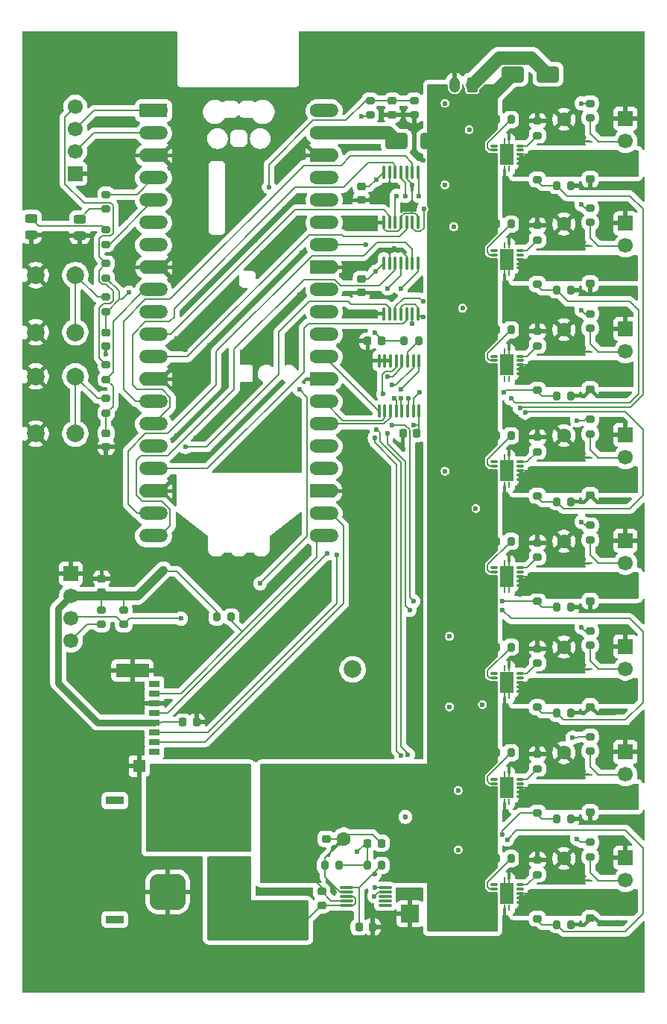
<source format=gbr>
%TF.GenerationSoftware,KiCad,Pcbnew,9.0.6*%
%TF.CreationDate,2025-11-30T21:04:56+01:00*%
%TF.ProjectId,controller,636f6e74-726f-46c6-9c65-722e6b696361,rev?*%
%TF.SameCoordinates,Original*%
%TF.FileFunction,Copper,L1,Top*%
%TF.FilePolarity,Positive*%
%FSLAX46Y46*%
G04 Gerber Fmt 4.6, Leading zero omitted, Abs format (unit mm)*
G04 Created by KiCad (PCBNEW 9.0.6) date 2025-11-30 21:04:56*
%MOMM*%
%LPD*%
G01*
G04 APERTURE LIST*
G04 Aperture macros list*
%AMRoundRect*
0 Rectangle with rounded corners*
0 $1 Rounding radius*
0 $2 $3 $4 $5 $6 $7 $8 $9 X,Y pos of 4 corners*
0 Add a 4 corners polygon primitive as box body*
4,1,4,$2,$3,$4,$5,$6,$7,$8,$9,$2,$3,0*
0 Add four circle primitives for the rounded corners*
1,1,$1+$1,$2,$3*
1,1,$1+$1,$4,$5*
1,1,$1+$1,$6,$7*
1,1,$1+$1,$8,$9*
0 Add four rect primitives between the rounded corners*
20,1,$1+$1,$2,$3,$4,$5,0*
20,1,$1+$1,$4,$5,$6,$7,0*
20,1,$1+$1,$6,$7,$8,$9,0*
20,1,$1+$1,$8,$9,$2,$3,0*%
%AMFreePoly0*
4,1,37,0.800000,0.796148,0.878414,0.796148,1.032228,0.765552,1.177117,0.705537,1.307515,0.618408,1.418408,0.507515,1.505537,0.377117,1.565552,0.232228,1.596148,0.078414,1.596148,-0.078414,1.565552,-0.232228,1.505537,-0.377117,1.418408,-0.507515,1.307515,-0.618408,1.177117,-0.705537,1.032228,-0.765552,0.878414,-0.796148,0.800000,-0.796148,0.800000,-0.800000,-1.400000,-0.800000,
-1.403843,-0.796157,-1.439018,-0.796157,-1.511114,-0.766294,-1.566294,-0.711114,-1.596157,-0.639018,-1.596157,-0.603843,-1.600000,-0.600000,-1.600000,0.600000,-1.596157,0.603843,-1.596157,0.639018,-1.566294,0.711114,-1.511114,0.766294,-1.439018,0.796157,-1.403843,0.796157,-1.400000,0.800000,0.800000,0.800000,0.800000,0.796148,0.800000,0.796148,$1*%
%AMFreePoly1*
4,1,37,1.403843,0.796157,1.439018,0.796157,1.511114,0.766294,1.566294,0.711114,1.596157,0.639018,1.596157,0.603843,1.600000,0.600000,1.600000,-0.600000,1.596157,-0.603843,1.596157,-0.639018,1.566294,-0.711114,1.511114,-0.766294,1.439018,-0.796157,1.403843,-0.796157,1.400000,-0.800000,-0.800000,-0.800000,-0.800000,-0.796148,-0.878414,-0.796148,-1.032228,-0.765552,-1.177117,-0.705537,
-1.307515,-0.618408,-1.418408,-0.507515,-1.505537,-0.377117,-1.565552,-0.232228,-1.596148,-0.078414,-1.596148,0.078414,-1.565552,0.232228,-1.505537,0.377117,-1.418408,0.507515,-1.307515,0.618408,-1.177117,0.705537,-1.032228,0.765552,-0.878414,0.796148,-0.800000,0.796148,-0.800000,0.800000,1.400000,0.800000,1.403843,0.796157,1.403843,0.796157,$1*%
%AMFreePoly2*
4,1,37,0.603843,0.796157,0.639018,0.796157,0.711114,0.766294,0.766294,0.711114,0.796157,0.639018,0.796157,0.603843,0.800000,0.600000,0.800000,-0.600000,0.796157,-0.603843,0.796157,-0.639018,0.766294,-0.711114,0.711114,-0.766294,0.639018,-0.796157,0.603843,-0.796157,0.600000,-0.800000,0.000000,-0.800000,0.000000,-0.796148,-0.078414,-0.796148,-0.232228,-0.765552,-0.377117,-0.705537,
-0.507515,-0.618408,-0.618408,-0.507515,-0.705537,-0.377117,-0.765552,-0.232228,-0.796148,-0.078414,-0.796148,0.078414,-0.765552,0.232228,-0.705537,0.377117,-0.618408,0.507515,-0.507515,0.618408,-0.377117,0.705537,-0.232228,0.765552,-0.078414,0.796148,0.000000,0.796148,0.000000,0.800000,0.600000,0.800000,0.603843,0.796157,0.603843,0.796157,$1*%
%AMFreePoly3*
4,1,37,0.000000,0.796148,0.078414,0.796148,0.232228,0.765552,0.377117,0.705537,0.507515,0.618408,0.618408,0.507515,0.705537,0.377117,0.765552,0.232228,0.796148,0.078414,0.796148,-0.078414,0.765552,-0.232228,0.705537,-0.377117,0.618408,-0.507515,0.507515,-0.618408,0.377117,-0.705537,0.232228,-0.765552,0.078414,-0.796148,0.000000,-0.796148,0.000000,-0.800000,-0.600000,-0.800000,
-0.603843,-0.796157,-0.639018,-0.796157,-0.711114,-0.766294,-0.766294,-0.711114,-0.796157,-0.639018,-0.796157,-0.603843,-0.800000,-0.600000,-0.800000,0.600000,-0.796157,0.603843,-0.796157,0.639018,-0.766294,0.711114,-0.711114,0.766294,-0.639018,0.796157,-0.603843,0.796157,-0.600000,0.800000,0.000000,0.800000,0.000000,0.796148,0.000000,0.796148,$1*%
G04 Aperture macros list end*
%TA.AperFunction,SMDPad,CuDef*%
%ADD10RoundRect,0.200000X-0.275000X0.200000X-0.275000X-0.200000X0.275000X-0.200000X0.275000X0.200000X0*%
%TD*%
%TA.AperFunction,SMDPad,CuDef*%
%ADD11RoundRect,0.062500X-0.117500X-0.062500X0.117500X-0.062500X0.117500X0.062500X-0.117500X0.062500X0*%
%TD*%
%TA.AperFunction,SMDPad,CuDef*%
%ADD12RoundRect,0.200000X-0.200000X-0.275000X0.200000X-0.275000X0.200000X0.275000X-0.200000X0.275000X0*%
%TD*%
%TA.AperFunction,SMDPad,CuDef*%
%ADD13RoundRect,0.100000X0.100000X-0.637500X0.100000X0.637500X-0.100000X0.637500X-0.100000X-0.637500X0*%
%TD*%
%TA.AperFunction,SMDPad,CuDef*%
%ADD14RoundRect,0.225000X-0.250000X0.225000X-0.250000X-0.225000X0.250000X-0.225000X0.250000X0.225000X0*%
%TD*%
%TA.AperFunction,SMDPad,CuDef*%
%ADD15RoundRect,0.243750X0.456250X-0.243750X0.456250X0.243750X-0.456250X0.243750X-0.456250X-0.243750X0*%
%TD*%
%TA.AperFunction,SMDPad,CuDef*%
%ADD16RoundRect,0.200000X0.275000X-0.200000X0.275000X0.200000X-0.275000X0.200000X-0.275000X-0.200000X0*%
%TD*%
%TA.AperFunction,ComponentPad*%
%ADD17C,2.200000*%
%TD*%
%TA.AperFunction,SMDPad,CuDef*%
%ADD18RoundRect,0.070000X-0.355000X-0.070000X0.355000X-0.070000X0.355000X0.070000X-0.355000X0.070000X0*%
%TD*%
%TA.AperFunction,ComponentPad*%
%ADD19C,0.600000*%
%TD*%
%TA.AperFunction,SMDPad,CuDef*%
%ADD20R,0.280000X0.700000*%
%TD*%
%TA.AperFunction,SMDPad,CuDef*%
%ADD21R,1.650000X2.400000*%
%TD*%
%TA.AperFunction,SMDPad,CuDef*%
%ADD22FreePoly0,0.000000*%
%TD*%
%TA.AperFunction,ComponentPad*%
%ADD23RoundRect,0.200000X-0.600000X-0.600000X0.600000X-0.600000X0.600000X0.600000X-0.600000X0.600000X0*%
%TD*%
%TA.AperFunction,SMDPad,CuDef*%
%ADD24RoundRect,0.800000X-0.800000X-0.000010X0.800000X-0.000010X0.800000X0.000010X-0.800000X0.000010X0*%
%TD*%
%TA.AperFunction,ComponentPad*%
%ADD25C,1.600000*%
%TD*%
%TA.AperFunction,SMDPad,CuDef*%
%ADD26FreePoly1,0.000000*%
%TD*%
%TA.AperFunction,ComponentPad*%
%ADD27FreePoly2,0.000000*%
%TD*%
%TA.AperFunction,ComponentPad*%
%ADD28FreePoly3,0.000000*%
%TD*%
%TA.AperFunction,ComponentPad*%
%ADD29C,2.000000*%
%TD*%
%TA.AperFunction,SMDPad,CuDef*%
%ADD30RoundRect,0.225000X0.225000X0.250000X-0.225000X0.250000X-0.225000X-0.250000X0.225000X-0.250000X0*%
%TD*%
%TA.AperFunction,ComponentPad*%
%ADD31R,1.700000X1.700000*%
%TD*%
%TA.AperFunction,ComponentPad*%
%ADD32C,1.700000*%
%TD*%
%TA.AperFunction,SMDPad,CuDef*%
%ADD33RoundRect,0.225000X0.250000X-0.225000X0.250000X0.225000X-0.250000X0.225000X-0.250000X-0.225000X0*%
%TD*%
%TA.AperFunction,SMDPad,CuDef*%
%ADD34RoundRect,0.250000X-1.000000X-0.650000X1.000000X-0.650000X1.000000X0.650000X-1.000000X0.650000X0*%
%TD*%
%TA.AperFunction,SMDPad,CuDef*%
%ADD35R,1.200000X0.700000*%
%TD*%
%TA.AperFunction,SMDPad,CuDef*%
%ADD36R,3.800000X1.500000*%
%TD*%
%TA.AperFunction,SMDPad,CuDef*%
%ADD37R,1.400000X1.450000*%
%TD*%
%TA.AperFunction,SMDPad,CuDef*%
%ADD38RoundRect,0.100000X-0.100000X0.637500X-0.100000X-0.637500X0.100000X-0.637500X0.100000X0.637500X0*%
%TD*%
%TA.AperFunction,SMDPad,CuDef*%
%ADD39RoundRect,0.225000X-0.225000X-0.250000X0.225000X-0.250000X0.225000X0.250000X-0.225000X0.250000X0*%
%TD*%
%TA.AperFunction,ComponentPad*%
%ADD40R,2.000000X2.000000*%
%TD*%
%TA.AperFunction,ComponentPad*%
%ADD41C,3.600000*%
%TD*%
%TA.AperFunction,ConnectorPad*%
%ADD42C,5.700000*%
%TD*%
%TA.AperFunction,SMDPad,CuDef*%
%ADD43RoundRect,0.200000X0.200000X0.275000X-0.200000X0.275000X-0.200000X-0.275000X0.200000X-0.275000X0*%
%TD*%
%TA.AperFunction,ComponentPad*%
%ADD44R,2.000000X0.900000*%
%TD*%
%TA.AperFunction,ComponentPad*%
%ADD45RoundRect,1.025000X1.025000X-1.025000X1.025000X1.025000X-1.025000X1.025000X-1.025000X-1.025000X0*%
%TD*%
%TA.AperFunction,ComponentPad*%
%ADD46C,4.100000*%
%TD*%
%TA.AperFunction,SMDPad,CuDef*%
%ADD47RoundRect,0.250000X1.425000X-0.362500X1.425000X0.362500X-1.425000X0.362500X-1.425000X-0.362500X0*%
%TD*%
%TA.AperFunction,ComponentPad*%
%ADD48RoundRect,0.250000X0.350000X0.625000X-0.350000X0.625000X-0.350000X-0.625000X0.350000X-0.625000X0*%
%TD*%
%TA.AperFunction,ComponentPad*%
%ADD49O,1.200000X1.750000*%
%TD*%
%TA.AperFunction,SMDPad,CuDef*%
%ADD50RoundRect,0.250000X1.000000X0.650000X-1.000000X0.650000X-1.000000X-0.650000X1.000000X-0.650000X0*%
%TD*%
%TA.AperFunction,SMDPad,CuDef*%
%ADD51RoundRect,0.075000X0.650000X0.075000X-0.650000X0.075000X-0.650000X-0.075000X0.650000X-0.075000X0*%
%TD*%
%TA.AperFunction,ViaPad*%
%ADD52C,0.600000*%
%TD*%
%TA.AperFunction,Conductor*%
%ADD53C,0.200000*%
%TD*%
%TA.AperFunction,Conductor*%
%ADD54C,0.400000*%
%TD*%
%TA.AperFunction,Conductor*%
%ADD55C,1.500000*%
%TD*%
%TA.AperFunction,Conductor*%
%ADD56C,1.000000*%
%TD*%
%TA.AperFunction,Conductor*%
%ADD57C,0.800000*%
%TD*%
G04 APERTURE END LIST*
D10*
%TO.P,R32,1*%
%TO.N,+3.3V*%
X45000000Y-55675000D03*
%TO.P,R32,2*%
%TO.N,/BTN_1*%
X45000000Y-57325000D03*
%TD*%
D11*
%TO.P,D2,1,K*%
%TO.N,Net-(D2-K)*%
X100920000Y-65700000D03*
%TO.P,D2,2,A*%
%TO.N,GND*%
X100080000Y-65700000D03*
%TD*%
D10*
%TO.P,R29,1*%
%TO.N,+3.3V*%
X45000000Y-67175000D03*
%TO.P,R29,2*%
%TO.N,/BTN_0*%
X45000000Y-68825000D03*
%TD*%
D12*
%TO.P,R6,1*%
%TO.N,+5V*%
X89350000Y-63200000D03*
%TO.P,R6,2*%
%TO.N,Net-(U4-EN{slash}UVLO)*%
X91000000Y-63200000D03*
%TD*%
D13*
%TO.P,U1,1*%
%TO.N,GND*%
X76550000Y-51019870D03*
%TO.P,U1,2*%
%TO.N,/CTRL_0*%
X77200000Y-51019870D03*
%TO.P,U1,3*%
%TO.N,/Channel/DIN*%
X77850000Y-51019870D03*
%TO.P,U1,4*%
%TO.N,GND*%
X78500000Y-51019870D03*
%TO.P,U1,5*%
%TO.N,/CTRL_1*%
X79150000Y-51019870D03*
%TO.P,U1,6*%
%TO.N,/Channel1/DIN*%
X79800000Y-51019870D03*
%TO.P,U1,7,GND*%
%TO.N,GND*%
X80450000Y-51019870D03*
%TO.P,U1,8*%
%TO.N,/Channel2/DIN*%
X80450000Y-45294870D03*
%TO.P,U1,9*%
%TO.N,/CTRL_2*%
X79800000Y-45294870D03*
%TO.P,U1,10*%
%TO.N,GND*%
X79150000Y-45294870D03*
%TO.P,U1,11*%
%TO.N,/Channel3/DIN*%
X78500000Y-45294870D03*
%TO.P,U1,12*%
%TO.N,/CTRL_3*%
X77850000Y-45294870D03*
%TO.P,U1,13*%
%TO.N,GND*%
X77200000Y-45294870D03*
%TO.P,U1,14,VCC*%
%TO.N,+5V*%
X76550000Y-45294870D03*
%TD*%
D12*
%TO.P,R44,1*%
%TO.N,/FB_7*%
X96175000Y-130720000D03*
%TO.P,R44,2*%
%TO.N,GND*%
X97825000Y-130720000D03*
%TD*%
D11*
%TO.P,D3,1,K*%
%TO.N,Net-(D3-K)*%
X100920000Y-77720000D03*
%TO.P,D3,2,A*%
%TO.N,GND*%
X100080000Y-77720000D03*
%TD*%
D14*
%TO.P,C19,1*%
%TO.N,+5V*%
X74000000Y-57450000D03*
%TO.P,C19,2*%
%TO.N,GND*%
X74000000Y-59000000D03*
%TD*%
D12*
%TO.P,R39,1*%
%TO.N,/FB_6*%
X96175000Y-118720000D03*
%TO.P,R39,2*%
%TO.N,GND*%
X97825000Y-118720000D03*
%TD*%
D14*
%TO.P,C31,1*%
%TO.N,/Channel/LED_SUPPLY*%
X100000000Y-44550000D03*
%TO.P,C31,2*%
%TO.N,GND*%
X100000000Y-46100000D03*
%TD*%
D15*
%TO.P,D10,1,K*%
%TO.N,GND*%
X36500000Y-52437500D03*
%TO.P,D10,2,A*%
%TO.N,Net-(D10-A)*%
X36500000Y-50562500D03*
%TD*%
D12*
%TO.P,R19,1*%
%TO.N,/FB_4*%
X96175000Y-94720000D03*
%TO.P,R19,2*%
%TO.N,GND*%
X97825000Y-94720000D03*
%TD*%
D16*
%TO.P,R37,1*%
%TO.N,Net-(U8-ILIM)*%
X94000000Y-113045000D03*
%TO.P,R37,2*%
%TO.N,GND*%
X94000000Y-111395000D03*
%TD*%
D14*
%TO.P,C7,1*%
%TO.N,/Channel4/LED_SUPPLY*%
X100000000Y-92445000D03*
%TO.P,C7,2*%
%TO.N,GND*%
X100000000Y-93995000D03*
%TD*%
D10*
%TO.P,R10,1*%
%TO.N,/Channel2/DIN*%
X100000000Y-61375000D03*
%TO.P,R10,2*%
%TO.N,Net-(D2-K)*%
X100000000Y-63025000D03*
%TD*%
D17*
%TO.P,F1,1*%
%TO.N,/PWR_IN*%
X60000000Y-114300000D03*
%TO.P,F1,2*%
%TO.N,/PWR_PRE_SHUNT*%
X58800000Y-124500000D03*
%TD*%
D16*
%TO.P,R26,1*%
%TO.N,/LED_1*%
X45000000Y-53500000D03*
%TO.P,R26,2*%
%TO.N,Net-(D10-A)*%
X45000000Y-51850000D03*
%TD*%
D11*
%TO.P,D4,1,K*%
%TO.N,Net-(D4-K)*%
X100920000Y-89720000D03*
%TO.P,D4,2,A*%
%TO.N,GND*%
X100080000Y-89720000D03*
%TD*%
D10*
%TO.P,R3,1*%
%TO.N,/Channel1/LED_SUPPLY*%
X94000000Y-56375000D03*
%TO.P,R3,2*%
%TO.N,/FB_1*%
X94000000Y-58025000D03*
%TD*%
D18*
%TO.P,U8,1,dV/dT*%
%TO.N,unconnected-(U8-dV{slash}dT-Pad1)*%
X89050000Y-114220000D03*
%TO.P,U8,2,EN/UVLO*%
%TO.N,Net-(U8-EN{slash}UVLO)*%
X89050000Y-114720000D03*
%TO.P,U8,3,VIN*%
%TO.N,+5V*%
X89050000Y-115220000D03*
%TO.P,U8,4,VIN*%
X89050000Y-115720000D03*
%TO.P,U8,5,VIN*%
X89050000Y-116220000D03*
%TO.P,U8,6,OUT*%
%TO.N,/Channel6/LED_SUPPLY*%
X92000000Y-116220000D03*
%TO.P,U8,7,OUT*%
X92000000Y-115720000D03*
%TO.P,U8,8,OUT*%
X92000000Y-115220000D03*
%TO.P,U8,9,NC*%
%TO.N,unconnected-(U8-NC-Pad9)*%
X92000000Y-114720000D03*
%TO.P,U8,10,ILIM*%
%TO.N,Net-(U8-ILIM)*%
X92000000Y-114220000D03*
D19*
%TO.P,U8,11,GND*%
%TO.N,GND*%
X90045000Y-114360000D03*
X90045000Y-116080000D03*
D20*
X90275000Y-113670000D03*
X90275000Y-116770000D03*
D19*
X90525000Y-115220000D03*
D21*
X90525000Y-115220000D03*
D20*
X90775000Y-113670000D03*
X90775000Y-116770000D03*
D19*
X91005000Y-114360000D03*
X91005000Y-116080000D03*
%TD*%
D12*
%TO.P,R54,1*%
%TO.N,+5V*%
X89350000Y-39325000D03*
%TO.P,R54,2*%
%TO.N,Net-(U13-EN{slash}UVLO)*%
X91000000Y-39325000D03*
%TD*%
%TO.P,R11,1*%
%TO.N,+5V*%
X89350000Y-75220000D03*
%TO.P,R11,2*%
%TO.N,Net-(U5-EN{slash}UVLO)*%
X91000000Y-75220000D03*
%TD*%
D22*
%TO.P,A1,1,GPIO0*%
%TO.N,/UART0_TX*%
X50385000Y-38340000D03*
D23*
X51185000Y-38340000D03*
D24*
%TO.P,A1,2,GPIO1*%
%TO.N,/UART0_RX*%
X50385000Y-40880000D03*
D25*
X51185000Y-40880000D03*
D26*
%TO.P,A1,3,GND*%
%TO.N,GND*%
X50385000Y-43420000D03*
D27*
X51185000Y-43420000D03*
D24*
%TO.P,A1,4,GPIO2*%
%TO.N,/LED_0*%
X50385000Y-45960000D03*
D25*
X51185000Y-45960000D03*
D24*
%TO.P,A1,5,GPIO3*%
%TO.N,/LED_1*%
X50385000Y-48500000D03*
D25*
X51185000Y-48500000D03*
D24*
%TO.P,A1,6,GPIO4*%
%TO.N,/SDA*%
X50385000Y-51040000D03*
D25*
X51185000Y-51040000D03*
D24*
%TO.P,A1,7,GPIO5*%
%TO.N,/SCL*%
X50385000Y-53580000D03*
D25*
X51185000Y-53580000D03*
D26*
%TO.P,A1,8,GND*%
%TO.N,GND*%
X50385000Y-56120000D03*
D27*
X51185000Y-56120000D03*
D24*
%TO.P,A1,9,GPIO6*%
%TO.N,/BTN_0*%
X50385000Y-58660000D03*
D25*
X51185000Y-58660000D03*
D24*
%TO.P,A1,10,GPIO7*%
%TO.N,/BTN_1*%
X50385000Y-61200000D03*
D25*
X51185000Y-61200000D03*
D24*
%TO.P,A1,11,GPIO8*%
%TO.N,/CTRL_0*%
X50385000Y-63740000D03*
D25*
X51185000Y-63740000D03*
D24*
%TO.P,A1,12,GPIO9*%
%TO.N,/CTRL_1*%
X50385000Y-66280000D03*
D25*
X51185000Y-66280000D03*
D26*
%TO.P,A1,13,GND*%
%TO.N,GND*%
X50385000Y-68820000D03*
D27*
X51185000Y-68820000D03*
D24*
%TO.P,A1,14,GPIO10*%
%TO.N,/CTRL_2*%
X50385000Y-71360000D03*
D25*
X51185000Y-71360000D03*
D24*
%TO.P,A1,15,GPIO11*%
%TO.N,/CTRL_3*%
X50385000Y-73900000D03*
D25*
X51185000Y-73900000D03*
D24*
%TO.P,A1,16,GPIO12*%
%TO.N,/CTRL_4*%
X50385000Y-76440000D03*
D25*
X51185000Y-76440000D03*
D24*
%TO.P,A1,17,GPIO13*%
%TO.N,/CTRL_5*%
X50385000Y-78980000D03*
D25*
X51185000Y-78980000D03*
D26*
%TO.P,A1,18,GND*%
%TO.N,GND*%
X50385000Y-81520000D03*
D27*
X51185000Y-81520000D03*
D24*
%TO.P,A1,19,GPIO14*%
%TO.N,/CTRL_6*%
X50385000Y-84060000D03*
D25*
X51185000Y-84060000D03*
D24*
%TO.P,A1,20,GPIO15*%
%TO.N,/CTRL_7*%
X50385000Y-86600000D03*
D25*
X51185000Y-86600000D03*
%TO.P,A1,21,GPIO16*%
%TO.N,/SD_DO*%
X68965000Y-86600000D03*
D24*
X69765000Y-86600000D03*
D25*
%TO.P,A1,22,GPIO17*%
%TO.N,/SD_CS*%
X68965000Y-84060000D03*
D24*
X69765000Y-84060000D03*
D28*
%TO.P,A1,23,GND*%
%TO.N,GND*%
X68965000Y-81520000D03*
D22*
X69765000Y-81520000D03*
D25*
%TO.P,A1,24,GPIO18*%
%TO.N,/SD_CLK*%
X68965000Y-78980000D03*
D24*
X69765000Y-78980000D03*
D25*
%TO.P,A1,25,GPIO19*%
%TO.N,/SD_DI*%
X68965000Y-76440000D03*
D24*
X69765000Y-76440000D03*
D25*
%TO.P,A1,26,GPIO20*%
%TO.N,/FB_S0*%
X68965000Y-73900000D03*
D24*
X69765000Y-73900000D03*
D25*
%TO.P,A1,27,GPIO21*%
%TO.N,/FB_S1*%
X68965000Y-71360000D03*
D24*
X69765000Y-71360000D03*
D28*
%TO.P,A1,28,GND*%
%TO.N,GND*%
X68965000Y-68820000D03*
D22*
X69765000Y-68820000D03*
D25*
%TO.P,A1,29,GPIO22*%
%TO.N,/FB_S2*%
X68965000Y-66280000D03*
D24*
X69765000Y-66280000D03*
D25*
%TO.P,A1,30,RUN*%
%TO.N,unconnected-(A1-RUN-Pad30)*%
X68965000Y-63740000D03*
D24*
%TO.N,unconnected-(A1-RUN-Pad30)_1*%
X69765000Y-63740000D03*
D25*
%TO.P,A1,31,GPIO26_ADC0*%
%TO.N,/NTC_0*%
X68965000Y-61200000D03*
D24*
X69765000Y-61200000D03*
D25*
%TO.P,A1,32,GPIO27_ADC1*%
%TO.N,/NTC_1*%
X68965000Y-58660000D03*
D24*
X69765000Y-58660000D03*
D28*
%TO.P,A1,33,AGND*%
%TO.N,GND*%
X68965000Y-56120000D03*
D22*
X69765000Y-56120000D03*
D25*
%TO.P,A1,34,GPIO28_ADC2*%
%TO.N,/FB_M*%
X68965000Y-53580000D03*
D24*
X69765000Y-53580000D03*
D25*
%TO.P,A1,35,ADC_VREF*%
%TO.N,unconnected-(A1-ADC_VREF-Pad35)_1*%
X68965000Y-51040000D03*
D24*
%TO.N,unconnected-(A1-ADC_VREF-Pad35)*%
X69765000Y-51040000D03*
D25*
%TO.P,A1,36,3V3*%
%TO.N,+3.3V*%
X68965000Y-48500000D03*
D24*
X69765000Y-48500000D03*
D25*
%TO.P,A1,37,3V3_EN*%
%TO.N,unconnected-(A1-3V3_EN-Pad37)*%
X68965000Y-45960000D03*
D24*
%TO.N,unconnected-(A1-3V3_EN-Pad37)_1*%
X69765000Y-45960000D03*
D28*
%TO.P,A1,38,GND*%
%TO.N,GND*%
X68965000Y-43420000D03*
D22*
X69765000Y-43420000D03*
D25*
%TO.P,A1,39,VSYS*%
%TO.N,Net-(A1-VSYS)*%
X68965000Y-40880000D03*
D24*
X69765000Y-40880000D03*
D25*
%TO.P,A1,40,VBUS*%
%TO.N,unconnected-(A1-VBUS-Pad40)_1*%
X68965000Y-38340000D03*
D24*
%TO.N,unconnected-(A1-VBUS-Pad40)*%
X69765000Y-38340000D03*
%TD*%
D29*
%TO.P,SW1,1,1*%
%TO.N,GND*%
X37000000Y-75000000D03*
X37000000Y-68500000D03*
%TO.P,SW1,2,2*%
%TO.N,Net-(R30-Pad2)*%
X41500000Y-75000000D03*
X41500000Y-68500000D03*
%TD*%
D16*
%TO.P,R30,1*%
%TO.N,/BTN_0*%
X45000000Y-72650000D03*
%TO.P,R30,2*%
%TO.N,Net-(R30-Pad2)*%
X45000000Y-71000000D03*
%TD*%
D30*
%TO.P,C27,1*%
%TO.N,/FB_M*%
X76275000Y-64500000D03*
%TO.P,C27,2*%
%TO.N,GND*%
X74725000Y-64500000D03*
%TD*%
D18*
%TO.P,U5,1,dV/dT*%
%TO.N,unconnected-(U5-dV{slash}dT-Pad1)*%
X89050000Y-78220000D03*
%TO.P,U5,2,EN/UVLO*%
%TO.N,Net-(U5-EN{slash}UVLO)*%
X89050000Y-78720000D03*
%TO.P,U5,3,VIN*%
%TO.N,+5V*%
X89050000Y-79220000D03*
%TO.P,U5,4,VIN*%
X89050000Y-79720000D03*
%TO.P,U5,5,VIN*%
X89050000Y-80220000D03*
%TO.P,U5,6,OUT*%
%TO.N,/Channel3/LED_SUPPLY*%
X92000000Y-80220000D03*
%TO.P,U5,7,OUT*%
X92000000Y-79720000D03*
%TO.P,U5,8,OUT*%
X92000000Y-79220000D03*
%TO.P,U5,9,NC*%
%TO.N,unconnected-(U5-NC-Pad9)*%
X92000000Y-78720000D03*
%TO.P,U5,10,ILIM*%
%TO.N,Net-(U5-ILIM)*%
X92000000Y-78220000D03*
D19*
%TO.P,U5,11,GND*%
%TO.N,GND*%
X90045000Y-78360000D03*
X90045000Y-80080000D03*
D20*
X90275000Y-77670000D03*
X90275000Y-80770000D03*
D19*
X90525000Y-79220000D03*
D21*
X90525000Y-79220000D03*
D20*
X90775000Y-77670000D03*
X90775000Y-80770000D03*
D19*
X91005000Y-78360000D03*
X91005000Y-80080000D03*
%TD*%
D14*
%TO.P,C13,1*%
%TO.N,/Channel7/LED_SUPPLY*%
X100000000Y-128445000D03*
%TO.P,C13,2*%
%TO.N,GND*%
X100000000Y-129995000D03*
%TD*%
D31*
%TO.P,J3,1,Pin_1*%
%TO.N,GND*%
X104000000Y-63120000D03*
D32*
%TO.P,J3,2,Pin_2*%
%TO.N,Net-(D2-K)*%
X104000000Y-65660000D03*
%TO.P,J3,3,Pin_3*%
%TO.N,/Channel2/LED_SUPPLY*%
X104000000Y-68200000D03*
%TD*%
D10*
%TO.P,R35,1*%
%TO.N,/Channel5/DIN*%
X100000000Y-97395000D03*
%TO.P,R35,2*%
%TO.N,Net-(D5-K)*%
X100000000Y-99045000D03*
%TD*%
D16*
%TO.P,R12,1*%
%TO.N,Net-(U5-ILIM)*%
X94000000Y-77045000D03*
%TO.P,R12,2*%
%TO.N,GND*%
X94000000Y-75395000D03*
%TD*%
D10*
%TO.P,R38,1*%
%TO.N,/Channel6/LED_SUPPLY*%
X94000000Y-116395000D03*
%TO.P,R38,2*%
%TO.N,/FB_6*%
X94000000Y-118045000D03*
%TD*%
D18*
%TO.P,U13,1,dV/dT*%
%TO.N,unconnected-(U13-dV{slash}dT-Pad1)*%
X89050000Y-42325000D03*
%TO.P,U13,2,EN/UVLO*%
%TO.N,Net-(U13-EN{slash}UVLO)*%
X89050000Y-42825000D03*
%TO.P,U13,3,VIN*%
%TO.N,+5V*%
X89050000Y-43325000D03*
%TO.P,U13,4,VIN*%
X89050000Y-43825000D03*
%TO.P,U13,5,VIN*%
X89050000Y-44325000D03*
%TO.P,U13,6,OUT*%
%TO.N,/Channel/LED_SUPPLY*%
X92000000Y-44325000D03*
%TO.P,U13,7,OUT*%
X92000000Y-43825000D03*
%TO.P,U13,8,OUT*%
X92000000Y-43325000D03*
%TO.P,U13,9,NC*%
%TO.N,unconnected-(U13-NC-Pad9)*%
X92000000Y-42825000D03*
%TO.P,U13,10,ILIM*%
%TO.N,Net-(U13-ILIM)*%
X92000000Y-42325000D03*
D19*
%TO.P,U13,11,GND*%
%TO.N,GND*%
X90045000Y-42465000D03*
X90045000Y-44185000D03*
D20*
X90275000Y-41775000D03*
X90275000Y-44875000D03*
D19*
X90525000Y-43325000D03*
D21*
X90525000Y-43325000D03*
D20*
X90775000Y-41775000D03*
X90775000Y-44875000D03*
D19*
X91005000Y-42465000D03*
X91005000Y-44185000D03*
%TD*%
D10*
%TO.P,R18,1*%
%TO.N,/Channel4/LED_SUPPLY*%
X94000000Y-92395000D03*
%TO.P,R18,2*%
%TO.N,/FB_4*%
X94000000Y-94045000D03*
%TD*%
D33*
%TO.P,C26,1*%
%TO.N,/PWR_PRE_SHUNT*%
X69500000Y-128537500D03*
%TO.P,C26,2*%
%TO.N,+5V*%
X69500000Y-126987500D03*
%TD*%
D10*
%TO.P,R28,1*%
%TO.N,+3.3V*%
X47000000Y-95000000D03*
%TO.P,R28,2*%
%TO.N,/SCL*%
X47000000Y-96650000D03*
%TD*%
D34*
%TO.P,D8,1,K*%
%TO.N,Net-(A1-VSYS)*%
X78000000Y-41800000D03*
%TO.P,D8,2,A*%
%TO.N,+5V*%
X82000000Y-41800000D03*
%TD*%
D10*
%TO.P,R25,1*%
%TO.N,/LED_0*%
X45000000Y-47850000D03*
%TO.P,R25,2*%
%TO.N,Net-(D9-A)*%
X45000000Y-49500000D03*
%TD*%
D14*
%TO.P,C5,1*%
%TO.N,/Channel3/LED_SUPPLY*%
X100000000Y-80445000D03*
%TO.P,C5,2*%
%TO.N,GND*%
X100000000Y-81995000D03*
%TD*%
D31*
%TO.P,J13,1,Pin_1*%
%TO.N,GND*%
X104000000Y-39245000D03*
D32*
%TO.P,J13,2,Pin_2*%
%TO.N,Net-(D11-K)*%
X104000000Y-41785000D03*
%TO.P,J13,3,Pin_3*%
%TO.N,/Channel/LED_SUPPLY*%
X104000000Y-44325000D03*
%TD*%
D12*
%TO.P,R41,1*%
%TO.N,+5V*%
X89350000Y-123220000D03*
%TO.P,R41,2*%
%TO.N,Net-(U9-EN{slash}UVLO)*%
X91000000Y-123220000D03*
%TD*%
D10*
%TO.P,R40,1*%
%TO.N,/Channel6/DIN*%
X100000000Y-109395000D03*
%TO.P,R40,2*%
%TO.N,Net-(D6-K)*%
X100000000Y-111045000D03*
%TD*%
D16*
%TO.P,R42,1*%
%TO.N,Net-(U9-ILIM)*%
X94000000Y-125045000D03*
%TO.P,R42,2*%
%TO.N,GND*%
X94000000Y-123395000D03*
%TD*%
D35*
%TO.P,J11,1,DAT2*%
%TO.N,unconnected-(J11-DAT2-Pad1)*%
X50500000Y-111090000D03*
%TO.P,J11,2,DAT3/CD*%
%TO.N,/SD_CS*%
X50500000Y-109990000D03*
%TO.P,J11,3,CMD*%
%TO.N,/SD_DI*%
X50500000Y-108900000D03*
%TO.P,J11,4,VDD*%
%TO.N,+3.3V*%
X50500000Y-107800000D03*
%TO.P,J11,5,CLK*%
%TO.N,/SD_CLK*%
X50500000Y-106690000D03*
%TO.P,J11,6,VSS*%
%TO.N,GND*%
X50500000Y-105590000D03*
%TO.P,J11,7,DAT0*%
%TO.N,/SD_DO*%
X50500000Y-104500000D03*
%TO.P,J11,8,DAT1*%
%TO.N,unconnected-(J11-DAT1-Pad8)*%
X50500000Y-103390000D03*
D36*
%TO.P,J11,9,SHIELD*%
%TO.N,GND*%
X48000000Y-101900000D03*
D37*
%TO.P,J11,10,SHIELD*%
X48750000Y-112740000D03*
%TD*%
D38*
%TO.P,U12,1,A4*%
%TO.N,/FB_4*%
X80550000Y-66725000D03*
%TO.P,U12,2,A6*%
%TO.N,/FB_6*%
X79900000Y-66725000D03*
%TO.P,U12,3,A*%
%TO.N,Net-(U12-A)*%
X79250000Y-66725000D03*
%TO.P,U12,4,A7*%
%TO.N,/FB_7*%
X78600000Y-66725000D03*
%TO.P,U12,5,A5*%
%TO.N,/FB_5*%
X77950000Y-66725000D03*
%TO.P,U12,6,~{E}*%
%TO.N,GND*%
X77300000Y-66725000D03*
%TO.P,U12,7,VEE*%
X76650000Y-66725000D03*
%TO.P,U12,8,GND*%
X76000000Y-66725000D03*
%TO.P,U12,9,S2*%
%TO.N,/FB_S2*%
X76000000Y-72450000D03*
%TO.P,U12,10,S1*%
%TO.N,/FB_S1*%
X76650000Y-72450000D03*
%TO.P,U12,11,S0*%
%TO.N,/FB_S0*%
X77300000Y-72450000D03*
%TO.P,U12,12,A3*%
%TO.N,/FB_3*%
X77950000Y-72450000D03*
%TO.P,U12,13,A0*%
%TO.N,/FB_0*%
X78600000Y-72450000D03*
%TO.P,U12,14,A1*%
%TO.N,/FB_1*%
X79250000Y-72450000D03*
%TO.P,U12,15,A2*%
%TO.N,/FB_2*%
X79900000Y-72450000D03*
%TO.P,U12,16,VCC*%
%TO.N,+3.3V*%
X80550000Y-72450000D03*
%TD*%
D14*
%TO.P,C9,1*%
%TO.N,/Channel5/LED_SUPPLY*%
X100000000Y-104445000D03*
%TO.P,C9,2*%
%TO.N,GND*%
X100000000Y-105995000D03*
%TD*%
D12*
%TO.P,R21,1*%
%TO.N,+5V*%
X89350000Y-99220000D03*
%TO.P,R21,2*%
%TO.N,Net-(U7-EN{slash}UVLO)*%
X91000000Y-99220000D03*
%TD*%
D10*
%TO.P,R43,1*%
%TO.N,/Channel7/LED_SUPPLY*%
X94000000Y-128395000D03*
%TO.P,R43,2*%
%TO.N,/FB_7*%
X94000000Y-130045000D03*
%TD*%
%TO.P,R23,1*%
%TO.N,/Channel5/LED_SUPPLY*%
X94000000Y-104395000D03*
%TO.P,R23,2*%
%TO.N,/FB_5*%
X94000000Y-106045000D03*
%TD*%
%TO.P,R53,1*%
%TO.N,/Channel/DIN*%
X100000000Y-37500000D03*
%TO.P,R53,2*%
%TO.N,Net-(D11-K)*%
X100000000Y-39150000D03*
%TD*%
D16*
%TO.P,R17,1*%
%TO.N,Net-(U6-ILIM)*%
X94000000Y-89045000D03*
%TO.P,R17,2*%
%TO.N,GND*%
X94000000Y-87395000D03*
%TD*%
D14*
%TO.P,C24,1*%
%TO.N,+5V*%
X70000000Y-119450000D03*
%TO.P,C24,2*%
%TO.N,GND*%
X70000000Y-121000000D03*
%TD*%
D16*
%TO.P,R52,1*%
%TO.N,+3.3V*%
X75000000Y-38825000D03*
%TO.P,R52,2*%
%TO.N,/NTC_1*%
X75000000Y-37175000D03*
%TD*%
D13*
%TO.P,U2,1*%
%TO.N,GND*%
X76550000Y-61382370D03*
%TO.P,U2,2*%
%TO.N,/CTRL_4*%
X77200000Y-61382370D03*
%TO.P,U2,3*%
%TO.N,/Channel4/DIN*%
X77850000Y-61382370D03*
%TO.P,U2,4*%
%TO.N,GND*%
X78500000Y-61382370D03*
%TO.P,U2,5*%
%TO.N,/CTRL_5*%
X79150000Y-61382370D03*
%TO.P,U2,6*%
%TO.N,/Channel5/DIN*%
X79800000Y-61382370D03*
%TO.P,U2,7,GND*%
%TO.N,GND*%
X80450000Y-61382370D03*
%TO.P,U2,8*%
%TO.N,/Channel6/DIN*%
X80450000Y-55657370D03*
%TO.P,U2,9*%
%TO.N,/CTRL_6*%
X79800000Y-55657370D03*
%TO.P,U2,10*%
%TO.N,GND*%
X79150000Y-55657370D03*
%TO.P,U2,11*%
%TO.N,/Channel7/DIN*%
X78500000Y-55657370D03*
%TO.P,U2,12*%
%TO.N,/CTRL_7*%
X77850000Y-55657370D03*
%TO.P,U2,13*%
%TO.N,GND*%
X77200000Y-55657370D03*
%TO.P,U2,14,VCC*%
%TO.N,+5V*%
X76550000Y-55657370D03*
%TD*%
D12*
%TO.P,R9,1*%
%TO.N,/FB_2*%
X96175000Y-70700000D03*
%TO.P,R9,2*%
%TO.N,GND*%
X97825000Y-70700000D03*
%TD*%
D39*
%TO.P,C22,1*%
%TO.N,/NTC_0*%
X74725000Y-121500000D03*
%TO.P,C22,2*%
%TO.N,GND*%
X76275000Y-121500000D03*
%TD*%
D31*
%TO.P,J7,1,Pin_1*%
%TO.N,GND*%
X104000000Y-111140000D03*
D32*
%TO.P,J7,2,Pin_2*%
%TO.N,Net-(D6-K)*%
X104000000Y-113680000D03*
%TO.P,J7,3,Pin_3*%
%TO.N,/Channel6/LED_SUPPLY*%
X104000000Y-116220000D03*
%TD*%
D18*
%TO.P,U4,1,dV/dT*%
%TO.N,unconnected-(U4-dV{slash}dT-Pad1)*%
X89050000Y-66200000D03*
%TO.P,U4,2,EN/UVLO*%
%TO.N,Net-(U4-EN{slash}UVLO)*%
X89050000Y-66700000D03*
%TO.P,U4,3,VIN*%
%TO.N,+5V*%
X89050000Y-67200000D03*
%TO.P,U4,4,VIN*%
X89050000Y-67700000D03*
%TO.P,U4,5,VIN*%
X89050000Y-68200000D03*
%TO.P,U4,6,OUT*%
%TO.N,/Channel2/LED_SUPPLY*%
X92000000Y-68200000D03*
%TO.P,U4,7,OUT*%
X92000000Y-67700000D03*
%TO.P,U4,8,OUT*%
X92000000Y-67200000D03*
%TO.P,U4,9,NC*%
%TO.N,unconnected-(U4-NC-Pad9)*%
X92000000Y-66700000D03*
%TO.P,U4,10,ILIM*%
%TO.N,Net-(U4-ILIM)*%
X92000000Y-66200000D03*
D19*
%TO.P,U4,11,GND*%
%TO.N,GND*%
X90045000Y-66340000D03*
X90045000Y-68060000D03*
D20*
X90275000Y-65650000D03*
X90275000Y-68750000D03*
D19*
X90525000Y-67200000D03*
D21*
X90525000Y-67200000D03*
D20*
X90775000Y-65650000D03*
X90775000Y-68750000D03*
D19*
X91005000Y-66340000D03*
X91005000Y-68060000D03*
%TD*%
D14*
%TO.P,C28,1*%
%TO.N,/NTC_1*%
X77500000Y-37225000D03*
%TO.P,C28,2*%
%TO.N,GND*%
X77500000Y-38775000D03*
%TD*%
D12*
%TO.P,R16,1*%
%TO.N,+5V*%
X89350000Y-87220000D03*
%TO.P,R16,2*%
%TO.N,Net-(U6-EN{slash}UVLO)*%
X91000000Y-87220000D03*
%TD*%
D18*
%TO.P,U9,1,dV/dT*%
%TO.N,unconnected-(U9-dV{slash}dT-Pad1)*%
X89050000Y-126220000D03*
%TO.P,U9,2,EN/UVLO*%
%TO.N,Net-(U9-EN{slash}UVLO)*%
X89050000Y-126720000D03*
%TO.P,U9,3,VIN*%
%TO.N,+5V*%
X89050000Y-127220000D03*
%TO.P,U9,4,VIN*%
X89050000Y-127720000D03*
%TO.P,U9,5,VIN*%
X89050000Y-128220000D03*
%TO.P,U9,6,OUT*%
%TO.N,/Channel7/LED_SUPPLY*%
X92000000Y-128220000D03*
%TO.P,U9,7,OUT*%
X92000000Y-127720000D03*
%TO.P,U9,8,OUT*%
X92000000Y-127220000D03*
%TO.P,U9,9,NC*%
%TO.N,unconnected-(U9-NC-Pad9)*%
X92000000Y-126720000D03*
%TO.P,U9,10,ILIM*%
%TO.N,Net-(U9-ILIM)*%
X92000000Y-126220000D03*
D19*
%TO.P,U9,11,GND*%
%TO.N,GND*%
X90045000Y-126360000D03*
X90045000Y-128080000D03*
D20*
X90275000Y-125670000D03*
X90275000Y-128770000D03*
D19*
X90525000Y-127220000D03*
D21*
X90525000Y-127220000D03*
D20*
X90775000Y-125670000D03*
X90775000Y-128770000D03*
D19*
X91005000Y-126360000D03*
X91005000Y-128080000D03*
%TD*%
D11*
%TO.P,D5,1,K*%
%TO.N,Net-(D5-K)*%
X100920000Y-101720000D03*
%TO.P,D5,2,A*%
%TO.N,GND*%
X100080000Y-101720000D03*
%TD*%
D16*
%TO.P,R2,1*%
%TO.N,Net-(U3-ILIM)*%
X94000000Y-53025000D03*
%TO.P,R2,2*%
%TO.N,GND*%
X94000000Y-51375000D03*
%TD*%
D11*
%TO.P,D7,1,K*%
%TO.N,Net-(D7-K)*%
X100920000Y-125720000D03*
%TO.P,D7,2,A*%
%TO.N,GND*%
X100080000Y-125720000D03*
%TD*%
%TO.P,D1,1,K*%
%TO.N,Net-(D1-K)*%
X100920000Y-53700000D03*
%TO.P,D1,2,A*%
%TO.N,GND*%
X100080000Y-53700000D03*
%TD*%
D40*
%TO.P,TP1,1,1*%
%TO.N,GND*%
X79500000Y-129500000D03*
%TD*%
D18*
%TO.P,U3,1,dV/dT*%
%TO.N,unconnected-(U3-dV{slash}dT-Pad1)*%
X89050000Y-54200000D03*
%TO.P,U3,2,EN/UVLO*%
%TO.N,Net-(U3-EN{slash}UVLO)*%
X89050000Y-54700000D03*
%TO.P,U3,3,VIN*%
%TO.N,+5V*%
X89050000Y-55200000D03*
%TO.P,U3,4,VIN*%
X89050000Y-55700000D03*
%TO.P,U3,5,VIN*%
X89050000Y-56200000D03*
%TO.P,U3,6,OUT*%
%TO.N,/Channel1/LED_SUPPLY*%
X92000000Y-56200000D03*
%TO.P,U3,7,OUT*%
X92000000Y-55700000D03*
%TO.P,U3,8,OUT*%
X92000000Y-55200000D03*
%TO.P,U3,9,NC*%
%TO.N,unconnected-(U3-NC-Pad9)*%
X92000000Y-54700000D03*
%TO.P,U3,10,ILIM*%
%TO.N,Net-(U3-ILIM)*%
X92000000Y-54200000D03*
D19*
%TO.P,U3,11,GND*%
%TO.N,GND*%
X90045000Y-54340000D03*
X90045000Y-56060000D03*
D20*
X90275000Y-53650000D03*
X90275000Y-56750000D03*
D19*
X90525000Y-55200000D03*
D21*
X90525000Y-55200000D03*
D20*
X90775000Y-53650000D03*
X90775000Y-56750000D03*
D19*
X91005000Y-54340000D03*
X91005000Y-56060000D03*
%TD*%
D15*
%TO.P,D9,1,K*%
%TO.N,GND*%
X42000000Y-52500000D03*
%TO.P,D9,2,A*%
%TO.N,Net-(D9-A)*%
X42000000Y-50625000D03*
%TD*%
D41*
%TO.P,H1,1,1*%
%TO.N,GND*%
X102800000Y-135400000D03*
D42*
X102800000Y-135400000D03*
%TD*%
D29*
%TO.P,TP3,1,1*%
%TO.N,+5V*%
X85250000Y-129500000D03*
%TD*%
D43*
%TO.P,TH1,1*%
%TO.N,/NTC_0*%
X71500000Y-124000000D03*
%TO.P,TH1,2*%
%TO.N,GND*%
X69850000Y-124000000D03*
%TD*%
D10*
%TO.P,R5,1*%
%TO.N,/Channel1/DIN*%
X100000000Y-49375000D03*
%TO.P,R5,2*%
%TO.N,Net-(D1-K)*%
X100000000Y-51025000D03*
%TD*%
D31*
%TO.P,J12,1,Pin_1*%
%TO.N,GND*%
X41500000Y-45500000D03*
D32*
%TO.P,J12,2,Pin_2*%
%TO.N,/UART0_RX*%
X41500000Y-42960000D03*
%TO.P,J12,3,Pin_3*%
%TO.N,/UART0_TX*%
X41500000Y-40420000D03*
%TO.P,J12,4,Pin_4*%
%TO.N,+3.3V*%
X41500000Y-37880000D03*
%TD*%
D44*
%TO.P,J1,*%
%TO.N,*%
X46000000Y-130150000D03*
X46000000Y-116650000D03*
D45*
%TO.P,J1,1,Pin_1*%
%TO.N,GND*%
X52000000Y-127000000D03*
D46*
%TO.P,J1,2,Pin_2*%
%TO.N,/PWR_IN*%
X52000000Y-119800000D03*
%TD*%
D16*
%TO.P,R7,1*%
%TO.N,Net-(U4-ILIM)*%
X94000000Y-65025000D03*
%TO.P,R7,2*%
%TO.N,GND*%
X94000000Y-63375000D03*
%TD*%
D31*
%TO.P,J10,1,Pin_1*%
%TO.N,GND*%
X41000000Y-90880000D03*
D32*
%TO.P,J10,2,Pin_2*%
%TO.N,+3.3V*%
X41000000Y-93420000D03*
%TO.P,J10,3,Pin_3*%
%TO.N,/SCL*%
X41000000Y-95960000D03*
%TO.P,J10,4,Pin_4*%
%TO.N,/SDA*%
X41000000Y-98500000D03*
%TD*%
D41*
%TO.P,H4,1,1*%
%TO.N,GND*%
X102800000Y-32400000D03*
D42*
X102800000Y-32400000D03*
%TD*%
D47*
%TO.P,R34,1*%
%TO.N,/PWR_PRE_SHUNT*%
X65500000Y-130500000D03*
%TO.P,R34,2*%
%TO.N,+5V*%
X65500000Y-124575000D03*
%TD*%
D16*
%TO.P,R55,1*%
%TO.N,Net-(U13-ILIM)*%
X94000000Y-41150000D03*
%TO.P,R55,2*%
%TO.N,GND*%
X94000000Y-39500000D03*
%TD*%
D43*
%TO.P,R51,1*%
%TO.N,Net-(U12-A)*%
X80500000Y-64500000D03*
%TO.P,R51,2*%
%TO.N,/FB_M*%
X78850000Y-64500000D03*
%TD*%
D41*
%TO.P,H3,1,1*%
%TO.N,GND*%
X38800000Y-32400000D03*
D42*
X38800000Y-32400000D03*
%TD*%
D31*
%TO.P,J8,1,Pin_1*%
%TO.N,GND*%
X104000000Y-123140000D03*
D32*
%TO.P,J8,2,Pin_2*%
%TO.N,Net-(D7-K)*%
X104000000Y-125680000D03*
%TO.P,J8,3,Pin_3*%
%TO.N,/Channel7/LED_SUPPLY*%
X104000000Y-128220000D03*
%TD*%
D10*
%TO.P,R56,1*%
%TO.N,/Channel/LED_SUPPLY*%
X94000000Y-44500000D03*
%TO.P,R56,2*%
%TO.N,/FB_0*%
X94000000Y-46150000D03*
%TD*%
D31*
%TO.P,J5,1,Pin_1*%
%TO.N,GND*%
X104000000Y-87140000D03*
D32*
%TO.P,J5,2,Pin_2*%
%TO.N,Net-(D4-K)*%
X104000000Y-89680000D03*
%TO.P,J5,3,Pin_3*%
%TO.N,/Channel4/LED_SUPPLY*%
X104000000Y-92220000D03*
%TD*%
D10*
%TO.P,R45,1*%
%TO.N,/Channel7/DIN*%
X100000000Y-121395000D03*
%TO.P,R45,2*%
%TO.N,Net-(D7-K)*%
X100000000Y-123045000D03*
%TD*%
D43*
%TO.P,R33,1*%
%TO.N,+3.3V*%
X76325000Y-124000000D03*
%TO.P,R33,2*%
%TO.N,/NTC_0*%
X74675000Y-124000000D03*
%TD*%
D29*
%TO.P,SW2,1,1*%
%TO.N,GND*%
X37000000Y-63500000D03*
X37000000Y-57000000D03*
%TO.P,SW2,2,2*%
%TO.N,Net-(R31-Pad2)*%
X41500000Y-63500000D03*
X41500000Y-57000000D03*
%TD*%
D12*
%TO.P,R24,1*%
%TO.N,/FB_5*%
X96175000Y-106720000D03*
%TO.P,R24,2*%
%TO.N,GND*%
X97825000Y-106720000D03*
%TD*%
D18*
%TO.P,U6,1,dV/dT*%
%TO.N,unconnected-(U6-dV{slash}dT-Pad1)*%
X89050000Y-90220000D03*
%TO.P,U6,2,EN/UVLO*%
%TO.N,Net-(U6-EN{slash}UVLO)*%
X89050000Y-90720000D03*
%TO.P,U6,3,VIN*%
%TO.N,+5V*%
X89050000Y-91220000D03*
%TO.P,U6,4,VIN*%
X89050000Y-91720000D03*
%TO.P,U6,5,VIN*%
X89050000Y-92220000D03*
%TO.P,U6,6,OUT*%
%TO.N,/Channel4/LED_SUPPLY*%
X92000000Y-92220000D03*
%TO.P,U6,7,OUT*%
X92000000Y-91720000D03*
%TO.P,U6,8,OUT*%
X92000000Y-91220000D03*
%TO.P,U6,9,NC*%
%TO.N,unconnected-(U6-NC-Pad9)*%
X92000000Y-90720000D03*
%TO.P,U6,10,ILIM*%
%TO.N,Net-(U6-ILIM)*%
X92000000Y-90220000D03*
D19*
%TO.P,U6,11,GND*%
%TO.N,GND*%
X90045000Y-90360000D03*
X90045000Y-92080000D03*
D20*
X90275000Y-89670000D03*
X90275000Y-92770000D03*
D19*
X90525000Y-91220000D03*
D21*
X90525000Y-91220000D03*
D20*
X90775000Y-89670000D03*
X90775000Y-92770000D03*
D19*
X91005000Y-90360000D03*
X91005000Y-92080000D03*
%TD*%
D30*
%TO.P,C29,1*%
%TO.N,+3.3V*%
X80275000Y-75000000D03*
%TO.P,C29,2*%
%TO.N,GND*%
X78725000Y-75000000D03*
%TD*%
D10*
%TO.P,R27,1*%
%TO.N,+3.3V*%
X44500000Y-95000000D03*
%TO.P,R27,2*%
%TO.N,/SDA*%
X44500000Y-96650000D03*
%TD*%
%TO.P,TH2,1*%
%TO.N,/NTC_1*%
X80000000Y-37175000D03*
%TO.P,TH2,2*%
%TO.N,GND*%
X80000000Y-38825000D03*
%TD*%
D12*
%TO.P,R36,1*%
%TO.N,+5V*%
X89350000Y-111220000D03*
%TO.P,R36,2*%
%TO.N,Net-(U8-EN{slash}UVLO)*%
X91000000Y-111220000D03*
%TD*%
D33*
%TO.P,C21,1*%
%TO.N,+3.3V*%
X44500000Y-93000000D03*
%TO.P,C21,2*%
%TO.N,GND*%
X44500000Y-91450000D03*
%TD*%
D48*
%TO.P,J9,1,Pin_1*%
%TO.N,Net-(D12-K)*%
X86600000Y-35400000D03*
D49*
%TO.P,J9,2,Pin_2*%
%TO.N,GND*%
X84600000Y-35400000D03*
%TD*%
D16*
%TO.P,R31,1*%
%TO.N,/BTN_1*%
X45000000Y-61150000D03*
%TO.P,R31,2*%
%TO.N,Net-(R31-Pad2)*%
X45000000Y-59500000D03*
%TD*%
D31*
%TO.P,J4,1,Pin_1*%
%TO.N,GND*%
X104000000Y-75140000D03*
D32*
%TO.P,J4,2,Pin_2*%
%TO.N,Net-(D3-K)*%
X104000000Y-77680000D03*
%TO.P,J4,3,Pin_3*%
%TO.N,/Channel3/LED_SUPPLY*%
X104000000Y-80220000D03*
%TD*%
D14*
%TO.P,C1,1*%
%TO.N,/Channel1/LED_SUPPLY*%
X100000000Y-56425000D03*
%TO.P,C1,2*%
%TO.N,GND*%
X100000000Y-57975000D03*
%TD*%
D12*
%TO.P,R1,1*%
%TO.N,+5V*%
X89350000Y-51200000D03*
%TO.P,R1,2*%
%TO.N,Net-(U3-EN{slash}UVLO)*%
X91000000Y-51200000D03*
%TD*%
D14*
%TO.P,C3,1*%
%TO.N,/Channel2/LED_SUPPLY*%
X100000000Y-68425000D03*
%TO.P,C3,2*%
%TO.N,GND*%
X100000000Y-69975000D03*
%TD*%
D12*
%TO.P,R46,1*%
%TO.N,+3.3V*%
X57575000Y-95800000D03*
%TO.P,R46,2*%
%TO.N,/SD_DO*%
X59225000Y-95800000D03*
%TD*%
D39*
%TO.P,C30,1*%
%TO.N,+3.3V*%
X73725000Y-131000000D03*
%TO.P,C30,2*%
%TO.N,GND*%
X75275000Y-131000000D03*
%TD*%
D12*
%TO.P,R14,1*%
%TO.N,/FB_3*%
X96175000Y-82720000D03*
%TO.P,R14,2*%
%TO.N,GND*%
X97825000Y-82720000D03*
%TD*%
D39*
%TO.P,C23,1*%
%TO.N,+3.3V*%
X53725000Y-107750000D03*
%TO.P,C23,2*%
%TO.N,GND*%
X55275000Y-107750000D03*
%TD*%
D14*
%TO.P,C11,1*%
%TO.N,/Channel6/LED_SUPPLY*%
X100000000Y-116445000D03*
%TO.P,C11,2*%
%TO.N,GND*%
X100000000Y-117995000D03*
%TD*%
%TO.P,C18,1*%
%TO.N,/BTN_1*%
X45000000Y-63500000D03*
%TO.P,C18,2*%
%TO.N,GND*%
X45000000Y-65050000D03*
%TD*%
D10*
%TO.P,R20,1*%
%TO.N,/Channel4/DIN*%
X100000000Y-85395000D03*
%TO.P,R20,2*%
%TO.N,Net-(D4-K)*%
X100000000Y-87045000D03*
%TD*%
D31*
%TO.P,J2,1,Pin_1*%
%TO.N,GND*%
X104000000Y-51120000D03*
D32*
%TO.P,J2,2,Pin_2*%
%TO.N,Net-(D1-K)*%
X104000000Y-53660000D03*
%TO.P,J2,3,Pin_3*%
%TO.N,/Channel1/LED_SUPPLY*%
X104000000Y-56200000D03*
%TD*%
D14*
%TO.P,C17,1*%
%TO.N,/BTN_0*%
X45000000Y-74950000D03*
%TO.P,C17,2*%
%TO.N,GND*%
X45000000Y-76500000D03*
%TD*%
D12*
%TO.P,R57,1*%
%TO.N,/FB_0*%
X96175000Y-46825000D03*
%TO.P,R57,2*%
%TO.N,GND*%
X97825000Y-46825000D03*
%TD*%
D50*
%TO.P,D12,1,K*%
%TO.N,Net-(D12-K)*%
X95200000Y-34200000D03*
%TO.P,D12,2,A*%
%TO.N,+5V*%
X91200000Y-34200000D03*
%TD*%
D29*
%TO.P,TP2,1,1*%
%TO.N,+3.3V*%
X73000000Y-101750000D03*
%TD*%
D10*
%TO.P,R8,1*%
%TO.N,/Channel2/LED_SUPPLY*%
X94000000Y-68375000D03*
%TO.P,R8,2*%
%TO.N,/FB_2*%
X94000000Y-70025000D03*
%TD*%
D18*
%TO.P,U7,1,dV/dT*%
%TO.N,unconnected-(U7-dV{slash}dT-Pad1)*%
X89050000Y-102220000D03*
%TO.P,U7,2,EN/UVLO*%
%TO.N,Net-(U7-EN{slash}UVLO)*%
X89050000Y-102720000D03*
%TO.P,U7,3,VIN*%
%TO.N,+5V*%
X89050000Y-103220000D03*
%TO.P,U7,4,VIN*%
X89050000Y-103720000D03*
%TO.P,U7,5,VIN*%
X89050000Y-104220000D03*
%TO.P,U7,6,OUT*%
%TO.N,/Channel5/LED_SUPPLY*%
X92000000Y-104220000D03*
%TO.P,U7,7,OUT*%
X92000000Y-103720000D03*
%TO.P,U7,8,OUT*%
X92000000Y-103220000D03*
%TO.P,U7,9,NC*%
%TO.N,unconnected-(U7-NC-Pad9)*%
X92000000Y-102720000D03*
%TO.P,U7,10,ILIM*%
%TO.N,Net-(U7-ILIM)*%
X92000000Y-102220000D03*
D19*
%TO.P,U7,11,GND*%
%TO.N,GND*%
X90045000Y-102360000D03*
X90045000Y-104080000D03*
D20*
X90275000Y-101670000D03*
X90275000Y-104770000D03*
D19*
X90525000Y-103220000D03*
D21*
X90525000Y-103220000D03*
D20*
X90775000Y-101670000D03*
X90775000Y-104770000D03*
D19*
X91005000Y-102360000D03*
X91005000Y-104080000D03*
%TD*%
D10*
%TO.P,R13,1*%
%TO.N,/Channel3/LED_SUPPLY*%
X94000000Y-80395000D03*
%TO.P,R13,2*%
%TO.N,/FB_3*%
X94000000Y-82045000D03*
%TD*%
D41*
%TO.P,H2,1,1*%
%TO.N,GND*%
X38800000Y-135400000D03*
D42*
X38800000Y-135400000D03*
%TD*%
D16*
%TO.P,R22,1*%
%TO.N,Net-(U7-ILIM)*%
X94000000Y-101045000D03*
%TO.P,R22,2*%
%TO.N,GND*%
X94000000Y-99395000D03*
%TD*%
D31*
%TO.P,J6,1,Pin_1*%
%TO.N,GND*%
X104000000Y-99140000D03*
D32*
%TO.P,J6,2,Pin_2*%
%TO.N,Net-(D5-K)*%
X104000000Y-101680000D03*
%TO.P,J6,3,Pin_3*%
%TO.N,/Channel5/LED_SUPPLY*%
X104000000Y-104220000D03*
%TD*%
D14*
%TO.P,C20,1*%
%TO.N,+5V*%
X74000000Y-46950000D03*
%TO.P,C20,2*%
%TO.N,GND*%
X74000000Y-48500000D03*
%TD*%
D51*
%TO.P,U11,1,A1*%
%TO.N,unconnected-(U11-A1-Pad1)*%
X76700000Y-128537500D03*
%TO.P,U11,2,A0*%
%TO.N,unconnected-(U11-A0-Pad2)*%
X76700000Y-128037500D03*
%TO.P,U11,3,~{Alert}*%
%TO.N,unconnected-(U11-~{Alert}-Pad3)*%
X76700000Y-127537500D03*
%TO.P,U11,4,SDA*%
%TO.N,/SDA*%
X76700000Y-127037500D03*
%TO.P,U11,5,SCL*%
%TO.N,/SCL*%
X76700000Y-126537500D03*
%TO.P,U11,6,VS*%
%TO.N,+3.3V*%
X72300000Y-126537500D03*
%TO.P,U11,7,GND*%
%TO.N,GND*%
X72300000Y-127037500D03*
%TO.P,U11,8,Vbus*%
%TO.N,/PWR_PRE_SHUNT*%
X72300000Y-127537500D03*
%TO.P,U11,9,Vin-*%
%TO.N,+5V*%
X72300000Y-128037500D03*
%TO.P,U11,10,Vin+*%
%TO.N,/PWR_PRE_SHUNT*%
X72300000Y-128537500D03*
%TD*%
D11*
%TO.P,D11,1,K*%
%TO.N,Net-(D11-K)*%
X100920000Y-41825000D03*
%TO.P,D11,2,A*%
%TO.N,GND*%
X100080000Y-41825000D03*
%TD*%
%TO.P,D6,1,K*%
%TO.N,Net-(D6-K)*%
X100920000Y-113720000D03*
%TO.P,D6,2,A*%
%TO.N,GND*%
X100080000Y-113720000D03*
%TD*%
D10*
%TO.P,R15,1*%
%TO.N,/Channel3/DIN*%
X100000000Y-73395000D03*
%TO.P,R15,2*%
%TO.N,Net-(D3-K)*%
X100000000Y-75045000D03*
%TD*%
D12*
%TO.P,R4,1*%
%TO.N,/FB_1*%
X96175000Y-58700000D03*
%TO.P,R4,2*%
%TO.N,GND*%
X97825000Y-58700000D03*
%TD*%
D25*
%TO.P,C6,1*%
%TO.N,/Channel3/LED_SUPPLY*%
X97000000Y-80220000D03*
%TO.P,C6,2*%
%TO.N,GND*%
X97000000Y-75220000D03*
%TD*%
%TO.P,C14,1*%
%TO.N,/Channel7/LED_SUPPLY*%
X97000000Y-128220000D03*
%TO.P,C14,2*%
%TO.N,GND*%
X97000000Y-123220000D03*
%TD*%
%TO.P,C10,1*%
%TO.N,/Channel5/LED_SUPPLY*%
X97000000Y-104220000D03*
%TO.P,C10,2*%
%TO.N,GND*%
X97000000Y-99220000D03*
%TD*%
%TO.P,C2,1*%
%TO.N,/Channel1/LED_SUPPLY*%
X97000000Y-56200000D03*
%TO.P,C2,2*%
%TO.N,GND*%
X97000000Y-51200000D03*
%TD*%
%TO.P,C32,1*%
%TO.N,/Channel/LED_SUPPLY*%
X97000000Y-44325000D03*
%TO.P,C32,2*%
%TO.N,GND*%
X97000000Y-39325000D03*
%TD*%
%TO.P,C4,1*%
%TO.N,/Channel2/LED_SUPPLY*%
X97000000Y-68200000D03*
%TO.P,C4,2*%
%TO.N,GND*%
X97000000Y-63200000D03*
%TD*%
%TO.P,C25,1*%
%TO.N,+5V*%
X67000000Y-121000000D03*
%TO.P,C25,2*%
%TO.N,GND*%
X72000000Y-121000000D03*
%TD*%
%TO.P,C8,1*%
%TO.N,/Channel4/LED_SUPPLY*%
X97000000Y-92220000D03*
%TO.P,C8,2*%
%TO.N,GND*%
X97000000Y-87220000D03*
%TD*%
%TO.P,C12,1*%
%TO.N,/Channel6/LED_SUPPLY*%
X97000000Y-116220000D03*
%TO.P,C12,2*%
%TO.N,GND*%
X97000000Y-111220000D03*
%TD*%
D52*
%TO.N,/FB_M*%
X75500000Y-63500000D03*
X74500000Y-53500000D03*
%TO.N,GND*%
X65000000Y-111250000D03*
X55750000Y-43500000D03*
X69250000Y-105250000D03*
X58500000Y-66250000D03*
X78750000Y-38750000D03*
X37000000Y-124000000D03*
X37000000Y-45500000D03*
X90750000Y-85500000D03*
X80750000Y-110750000D03*
X86250000Y-40500000D03*
X42500000Y-109250000D03*
X74750000Y-111250000D03*
X71750000Y-70250000D03*
X92000000Y-113000000D03*
X90250000Y-118250000D03*
X102750000Y-106750000D03*
X67750000Y-100750000D03*
X84000000Y-98000000D03*
X71250000Y-110250000D03*
X61500000Y-102000000D03*
X43500000Y-69000000D03*
X92000000Y-64750000D03*
X81000000Y-44000000D03*
X77500000Y-59500000D03*
X63750000Y-55500000D03*
X48000000Y-103750000D03*
X57500000Y-103250000D03*
X90750000Y-73500000D03*
X63500000Y-104250000D03*
X56750000Y-65000000D03*
X95000000Y-59750000D03*
X80000000Y-58500000D03*
X61750000Y-107750000D03*
X99000000Y-65500000D03*
X75000000Y-129250000D03*
X43000000Y-60500000D03*
X51500000Y-97250000D03*
X92750000Y-84000000D03*
X65250000Y-40750000D03*
X59750000Y-49000000D03*
X45250000Y-102000000D03*
X91750000Y-40750000D03*
X72250000Y-48250000D03*
X58500000Y-59000000D03*
X47000000Y-53500000D03*
X53250000Y-111250000D03*
X83500000Y-46750000D03*
X72000000Y-42750000D03*
X64750000Y-95750000D03*
X38500000Y-52750000D03*
X48000000Y-72750000D03*
X104000000Y-70750000D03*
X105500000Y-83750000D03*
X37000000Y-130250000D03*
X99000000Y-47000000D03*
X74250000Y-72500000D03*
X41750000Y-129500000D03*
X78750000Y-76750000D03*
X45750000Y-97250000D03*
X94750000Y-48250000D03*
X46250000Y-91750000D03*
X67000000Y-71750000D03*
X47000000Y-56250000D03*
X52000000Y-105500000D03*
X48000000Y-100250000D03*
X44750000Y-42500000D03*
X92250000Y-106750000D03*
X77000000Y-47000000D03*
X55750000Y-87250000D03*
X105500000Y-47000000D03*
X74250000Y-75500000D03*
X56500000Y-69000000D03*
X76750000Y-111500000D03*
X62750000Y-54500000D03*
X55200000Y-95000000D03*
X53000000Y-47250000D03*
X67000000Y-50500000D03*
X105500000Y-107500000D03*
X64500000Y-87000000D03*
X36750000Y-37500000D03*
X49000000Y-105500000D03*
X90750000Y-58750000D03*
X62750000Y-127000000D03*
X85000000Y-122250000D03*
X79750000Y-46750000D03*
X54000000Y-65500000D03*
X99000000Y-41750000D03*
X62000000Y-53000000D03*
X65250000Y-44250000D03*
X67000000Y-37250000D03*
X64250000Y-70000000D03*
X55250000Y-75500000D03*
X38500000Y-104750000D03*
X71750000Y-57000000D03*
X85500000Y-60750000D03*
X104000000Y-82750000D03*
X99000000Y-119000000D03*
X63250000Y-73500000D03*
X65000000Y-53000000D03*
X67750000Y-111250000D03*
X71500000Y-96750000D03*
X53000000Y-75250000D03*
X67000000Y-59250000D03*
X92250000Y-52750000D03*
X99000000Y-77500000D03*
X56750000Y-77500000D03*
X53250000Y-38250000D03*
X40250000Y-83250000D03*
X53250000Y-78000000D03*
X44000000Y-39500000D03*
X91750000Y-124500000D03*
X43500000Y-99750000D03*
X47500000Y-46500000D03*
X53000000Y-64250000D03*
X79500000Y-100500000D03*
X43500000Y-72000000D03*
X92500000Y-75500000D03*
X56250000Y-106500000D03*
X99000000Y-53500000D03*
X105500000Y-95000000D03*
X59500000Y-59750000D03*
X70000000Y-92000000D03*
X99000000Y-82750000D03*
X72250000Y-38000000D03*
X63250000Y-78250000D03*
X76750000Y-104500000D03*
X63500000Y-66000000D03*
X80750000Y-102000000D03*
X66750000Y-52500000D03*
X79000000Y-118500000D03*
X62250000Y-48000000D03*
X57250000Y-92000000D03*
X99000000Y-95000000D03*
X49500000Y-90000000D03*
X81000000Y-61750000D03*
X65750000Y-127000000D03*
X75000000Y-48500000D03*
X45000000Y-66000000D03*
X92250000Y-100750000D03*
X84000000Y-106000000D03*
X74750000Y-66000000D03*
X75500000Y-59250000D03*
X53000000Y-52250000D03*
X53500000Y-85000000D03*
X99250000Y-59000000D03*
X92000000Y-89000000D03*
X91750000Y-77000000D03*
X66500000Y-78750000D03*
X60750000Y-111250000D03*
X74500000Y-68750000D03*
X74250000Y-51000000D03*
X44750000Y-78250000D03*
X65750000Y-65250000D03*
X99000000Y-130750000D03*
X74500000Y-90750000D03*
X74500000Y-97750000D03*
X53000000Y-72750000D03*
X76750000Y-48500000D03*
X76250000Y-38750000D03*
X71750000Y-75250000D03*
X65250000Y-49500000D03*
X65000000Y-56750000D03*
X59750000Y-43500000D03*
X83500000Y-37500000D03*
X99000000Y-101500000D03*
X77750000Y-54000000D03*
X60500000Y-65750000D03*
X71750000Y-77750000D03*
X75500000Y-61500000D03*
X99250000Y-106750000D03*
X99000000Y-113750000D03*
X74750000Y-77750000D03*
X92500000Y-121250000D03*
X40250000Y-52750000D03*
X71500000Y-65000000D03*
X90500000Y-131000000D03*
X48750000Y-95000000D03*
X39250000Y-50250000D03*
X74200000Y-42400000D03*
X61000000Y-95200000D03*
X87000000Y-83500000D03*
X58000000Y-97800000D03*
X98750000Y-125750000D03*
X52250000Y-92500000D03*
X90750000Y-109500000D03*
X105250000Y-119000000D03*
X69750000Y-130750000D03*
X83500000Y-79250000D03*
X67500000Y-96250000D03*
X53500000Y-99000000D03*
X54000000Y-60750000D03*
X47750000Y-39500000D03*
X99000000Y-89500000D03*
X47000000Y-114000000D03*
X87750000Y-105750000D03*
X103000000Y-130500000D03*
X67250000Y-54500000D03*
X79500000Y-96750000D03*
X41000000Y-100750000D03*
X66750000Y-85000000D03*
X104750000Y-58750000D03*
X48750000Y-111000000D03*
X61250000Y-70000000D03*
X58250000Y-78500000D03*
X37500000Y-112000000D03*
X71750000Y-130500000D03*
X47250000Y-50500000D03*
X79500000Y-109250000D03*
X39250000Y-39250000D03*
X76750000Y-82500000D03*
X85000000Y-115500000D03*
X99250000Y-70750000D03*
X73000000Y-37000000D03*
X46750000Y-48750000D03*
X84500000Y-51500000D03*
X90750000Y-47750000D03*
%TO.N,/NTC_0*%
X62500000Y-92000000D03*
X73500000Y-122500000D03*
X67000000Y-70000000D03*
%TO.N,/NTC_1*%
X63500000Y-47000000D03*
%TO.N,/SD_CLK*%
X70111025Y-88611025D03*
%TO.N,/SDA*%
X75475000Y-127497523D03*
%TO.N,+5V*%
X89400000Y-36000000D03*
X82000000Y-57000000D03*
X75603685Y-56603685D03*
X75672435Y-46172435D03*
X82000000Y-39800000D03*
%TO.N,+3.3V*%
X75500000Y-125000000D03*
X51500000Y-90500000D03*
X74000000Y-39000000D03*
X79900000Y-74000000D03*
%TO.N,/SCL*%
X75500000Y-126500000D03*
X53500000Y-96000000D03*
%TO.N,/CTRL_4*%
X54000000Y-76500000D03*
%TO.N,/BTN_1*%
X47600000Y-59000000D03*
%TO.N,/SD_DI*%
X71250000Y-88750000D03*
%TO.N,/FB_1*%
X91000000Y-71000000D03*
X79300000Y-71000000D03*
%TO.N,/FB_2*%
X90174265Y-70325735D03*
X80624265Y-70275735D03*
%TO.N,/FB_3*%
X77699997Y-71000000D03*
X92610155Y-72600000D03*
%TO.N,/FB_4*%
X79900000Y-94000000D03*
X78500000Y-70000000D03*
X77500000Y-74000000D03*
X90000000Y-94000000D03*
%TO.N,/FB_5*%
X77000000Y-75000000D03*
X90000000Y-95000000D03*
X79500000Y-95000000D03*
X76500000Y-70500000D03*
%TO.N,/FB_6*%
X75699997Y-74500000D03*
X79296348Y-111423619D03*
X90000000Y-120500000D03*
X77500000Y-69500000D03*
%TO.N,/FB_7*%
X78500000Y-111500000D03*
X77000000Y-68500000D03*
X75500000Y-75500000D03*
X90565687Y-121065687D03*
%TO.N,/Channel/LED_SUPPLY*%
X93000000Y-44325000D03*
X92000000Y-45325000D03*
X93500000Y-43325000D03*
X100000000Y-43325000D03*
X101500000Y-44325000D03*
%TO.N,/Channel/DIN*%
X99000000Y-37500000D03*
X78000000Y-48000000D03*
%TO.N,/Channel1/LED_SUPPLY*%
X93500000Y-55200000D03*
X100000000Y-55200000D03*
X93000000Y-56200000D03*
X101500000Y-56200000D03*
X92000000Y-57200000D03*
%TO.N,/Channel2/LED_SUPPLY*%
X93500000Y-67200000D03*
X100000000Y-67200000D03*
X92000000Y-69200000D03*
X101500000Y-68200000D03*
X93000000Y-68200000D03*
%TO.N,/Channel3/LED_SUPPLY*%
X101500000Y-80220000D03*
X100000000Y-79220000D03*
X92000000Y-81220000D03*
X93000000Y-80220000D03*
X93500000Y-79220000D03*
%TO.N,/Channel4/LED_SUPPLY*%
X93000000Y-92220000D03*
X100000000Y-91220000D03*
X92000000Y-93220000D03*
X101500000Y-92220000D03*
X93500000Y-91220000D03*
%TO.N,/Channel5/LED_SUPPLY*%
X92000000Y-105220000D03*
X100000000Y-103220000D03*
X93500000Y-103220000D03*
X101500000Y-104220000D03*
X93000000Y-104220000D03*
%TO.N,/Channel6/LED_SUPPLY*%
X93000000Y-116220000D03*
X92000000Y-117220000D03*
X100000000Y-115220000D03*
X101500000Y-116220000D03*
X93500000Y-115220000D03*
%TO.N,/Channel7/LED_SUPPLY*%
X101500000Y-128220000D03*
X93000000Y-128220000D03*
X92000000Y-129220000D03*
X100000000Y-127220000D03*
X93500000Y-127220000D03*
%TO.N,/Channel1/DIN*%
X99000000Y-49000000D03*
X81100000Y-49500000D03*
%TO.N,/Channel2/DIN*%
X80500000Y-48000000D03*
X99000000Y-61000000D03*
%TO.N,/Channel3/DIN*%
X98500000Y-73500000D03*
X79000000Y-48000000D03*
%TO.N,/Channel4/DIN*%
X81000000Y-60000000D03*
X99000000Y-85000000D03*
%TO.N,/Channel5/DIN*%
X99000000Y-97000000D03*
X79800000Y-62500000D03*
%TO.N,/Channel6/DIN*%
X98000000Y-109500000D03*
X78500000Y-58500000D03*
%TO.N,/Channel7/DIN*%
X77000000Y-58500000D03*
X98500000Y-121000000D03*
%TO.N,/FB_0*%
X78500000Y-71000000D03*
X92000000Y-72076000D03*
%TO.N,Net-(A1-VSYS)*%
X75800000Y-40880000D03*
%TD*%
D53*
%TO.N,/FB_M*%
X76275000Y-64275000D02*
X75500000Y-63500000D01*
X74500000Y-53500000D02*
X74420000Y-53580000D01*
X76275000Y-64500000D02*
X76275000Y-64275000D01*
X76275000Y-64500000D02*
X78850000Y-64500000D01*
X74420000Y-53580000D02*
X69765000Y-53580000D01*
%TO.N,/LED_0*%
X48495000Y-47850000D02*
X50385000Y-45960000D01*
X45000000Y-47850000D02*
X48495000Y-47850000D01*
%TO.N,GND*%
X77300000Y-66725000D02*
X76000000Y-66725000D01*
D54*
X99000000Y-130750000D02*
X99245000Y-130750000D01*
X99250000Y-70750000D02*
X99250000Y-70725000D01*
D53*
X72500000Y-120500000D02*
X72000000Y-121000000D01*
X80450000Y-60725000D02*
X80450000Y-61382370D01*
X77200000Y-45294870D02*
X77200000Y-46800000D01*
X79150000Y-45294870D02*
X79150000Y-46115269D01*
X78500000Y-61382370D02*
X78500000Y-60644871D01*
D54*
X99250000Y-70725000D02*
X100000000Y-69975000D01*
D53*
X78500000Y-51677240D02*
X78118870Y-52058370D01*
X80068870Y-49981370D02*
X79800000Y-49981370D01*
D54*
X99245000Y-130750000D02*
X100000000Y-129995000D01*
D53*
X78500000Y-51019870D02*
X78500000Y-51677240D01*
X77200000Y-46800000D02*
X77000000Y-47000000D01*
D54*
X104000000Y-82750000D02*
X100755000Y-82750000D01*
X104000000Y-70750000D02*
X100775000Y-70750000D01*
X102750000Y-106750000D02*
X100755000Y-106750000D01*
D53*
X80450000Y-50362500D02*
X80068870Y-49981370D01*
X78118870Y-52058370D02*
X76851001Y-52058370D01*
X77200000Y-55657370D02*
X77200000Y-54550000D01*
X76000000Y-66725000D02*
X75475000Y-66725000D01*
X76851001Y-52058370D02*
X76550000Y-51757369D01*
X76550000Y-51757369D02*
X76550000Y-51019870D01*
X76275000Y-121500000D02*
X75275000Y-120500000D01*
X75475000Y-66725000D02*
X74750000Y-66000000D01*
X72300000Y-127037500D02*
X71541176Y-127037500D01*
X79750000Y-46750000D02*
X79750000Y-49931370D01*
X78230129Y-54000000D02*
X79150000Y-54919871D01*
X69850000Y-125346324D02*
X69850000Y-124000000D01*
D54*
X100495000Y-129995000D02*
X101000000Y-130500000D01*
D53*
X71541176Y-127037500D02*
X69850000Y-125346324D01*
D54*
X99250000Y-106745000D02*
X100000000Y-105995000D01*
X99000000Y-82750000D02*
X99245000Y-82750000D01*
D53*
X74250000Y-51000000D02*
X74269870Y-51019870D01*
X70000000Y-121000000D02*
X72000000Y-121000000D01*
X75500000Y-61500000D02*
X76432370Y-61500000D01*
X75275000Y-120500000D02*
X72500000Y-120500000D01*
X74269870Y-51019870D02*
X76550000Y-51019870D01*
D54*
X100000000Y-129995000D02*
X100495000Y-129995000D01*
D53*
X79150000Y-54919871D02*
X79150000Y-55657370D01*
X77200000Y-54550000D02*
X77750000Y-54000000D01*
D54*
X101000000Y-130500000D02*
X103000000Y-130500000D01*
D53*
X78801001Y-60343870D02*
X80068870Y-60343870D01*
X78500000Y-50362500D02*
X78500000Y-51019870D01*
X80817630Y-61750000D02*
X80450000Y-61382370D01*
X79800000Y-49981370D02*
X78881130Y-49981370D01*
X81000000Y-61750000D02*
X80817630Y-61750000D01*
D54*
X99245000Y-82750000D02*
X100000000Y-81995000D01*
D53*
X78881130Y-49981370D02*
X78500000Y-50362500D01*
D54*
X99250000Y-106750000D02*
X99250000Y-106745000D01*
D53*
X78500000Y-60644871D02*
X78801001Y-60343870D01*
X69850000Y-124000000D02*
X69850000Y-123150000D01*
X77750000Y-54000000D02*
X78230129Y-54000000D01*
X80068870Y-60343870D02*
X80450000Y-60725000D01*
X69850000Y-123150000D02*
X72000000Y-121000000D01*
D54*
X100755000Y-106750000D02*
X100000000Y-105995000D01*
D53*
X79750000Y-46715269D02*
X79750000Y-46750000D01*
X79150000Y-46115269D02*
X79750000Y-46715269D01*
X79750000Y-49931370D02*
X79800000Y-49981370D01*
D54*
X100775000Y-70750000D02*
X100000000Y-69975000D01*
X100755000Y-82750000D02*
X100000000Y-81995000D01*
D53*
X76432370Y-61500000D02*
X76550000Y-61382370D01*
X80450000Y-51019870D02*
X80450000Y-50362500D01*
%TO.N,/LED_1*%
X45385000Y-53500000D02*
X45000000Y-53500000D01*
X50385000Y-48500000D02*
X45385000Y-53500000D01*
%TO.N,/CTRL_6*%
X47500000Y-76967950D02*
X49467950Y-75000000D01*
X68400536Y-54768870D02*
X74231130Y-54768870D01*
X48560000Y-84060000D02*
X47500000Y-83000000D01*
X47500000Y-83000000D02*
X47500000Y-76967950D01*
X75750000Y-53250000D02*
X79000000Y-53250000D01*
X57500000Y-65669406D02*
X68400536Y-54768870D01*
X74231130Y-54768870D02*
X75750000Y-53250000D01*
X79000000Y-53250000D02*
X79800000Y-54050000D01*
X79800000Y-54050000D02*
X79800000Y-55657370D01*
X51185000Y-84060000D02*
X48560000Y-84060000D01*
X52000000Y-75000000D02*
X57500000Y-69500000D01*
X49467950Y-75000000D02*
X52000000Y-75000000D01*
X57500000Y-69500000D02*
X57500000Y-65669406D01*
%TO.N,/NTC_0*%
X67859000Y-86641000D02*
X62500000Y-92000000D01*
X74725000Y-123950000D02*
X74675000Y-124000000D01*
X74725000Y-121500000D02*
X74500000Y-121500000D01*
X71500000Y-124000000D02*
X74675000Y-124000000D01*
X67859000Y-70859000D02*
X67859000Y-86641000D01*
X74500000Y-121500000D02*
X73500000Y-122500000D01*
X74725000Y-122650000D02*
X74725000Y-123950000D01*
X67859000Y-70859000D02*
X67000000Y-70000000D01*
X74725000Y-121500000D02*
X74725000Y-122650000D01*
%TO.N,/FB_S2*%
X75935000Y-72450000D02*
X76000000Y-72450000D01*
X69765000Y-66280000D02*
X75935000Y-72450000D01*
%TO.N,/BTN_0*%
X45776000Y-62224000D02*
X45776000Y-68049000D01*
X49340000Y-58660000D02*
X45776000Y-62224000D01*
X45776000Y-69601000D02*
X45000000Y-68825000D01*
X45000000Y-72650000D02*
X45776000Y-71874000D01*
X45776000Y-71874000D02*
X45776000Y-69601000D01*
X45000000Y-72650000D02*
X45000000Y-74950000D01*
X50385000Y-58660000D02*
X49340000Y-58660000D01*
X45776000Y-68049000D02*
X45000000Y-68825000D01*
%TO.N,/UART0_RX*%
X43580000Y-40880000D02*
X50385000Y-40880000D01*
X41500000Y-42960000D02*
X43580000Y-40880000D01*
%TO.N,/NTC_1*%
X63500000Y-47000000D02*
X63500000Y-44449950D01*
X68508950Y-39441000D02*
X72259000Y-39441000D01*
X72259000Y-39441000D02*
X74525000Y-37175000D01*
X80000000Y-37175000D02*
X75000000Y-37175000D01*
X74525000Y-37175000D02*
X75000000Y-37175000D01*
X63500000Y-44449950D02*
X68508950Y-39441000D01*
%TO.N,/SD_CLK*%
X52032050Y-106690000D02*
X70111025Y-88611025D01*
X50500000Y-106690000D02*
X52032050Y-106690000D01*
%TO.N,/SDA*%
X42850000Y-96650000D02*
X41000000Y-98500000D01*
X44500000Y-96650000D02*
X42850000Y-96650000D01*
X75935023Y-127037500D02*
X75475000Y-127497523D01*
X76700000Y-127037500D02*
X75935023Y-127037500D01*
%TO.N,/CTRL_0*%
X77200000Y-50282371D02*
X77200000Y-51019870D01*
X52357900Y-63740000D02*
X66496900Y-49601000D01*
X76518629Y-49601000D02*
X77200000Y-50282371D01*
X51185000Y-63740000D02*
X52357900Y-63740000D01*
X66496900Y-49601000D02*
X76518629Y-49601000D01*
%TO.N,/CTRL_3*%
X48000000Y-69500000D02*
X48000000Y-63767950D01*
X48500000Y-70000000D02*
X48000000Y-69500000D01*
X77548999Y-44256370D02*
X77850000Y-44557371D01*
X48000000Y-63767950D02*
X49466950Y-62301000D01*
X71939000Y-47061000D02*
X74743630Y-44256370D01*
X50385000Y-73900000D02*
X52286000Y-71999000D01*
X74743630Y-44256370D02*
X77548999Y-44256370D01*
X52199000Y-62301000D02*
X52750000Y-61750000D01*
X51382050Y-70000000D02*
X48500000Y-70000000D01*
X49466950Y-62301000D02*
X52199000Y-62301000D01*
X52286000Y-70903950D02*
X51382050Y-70000000D01*
X52750000Y-60807900D02*
X66496900Y-47061000D01*
X66496900Y-47061000D02*
X71939000Y-47061000D01*
X52750000Y-61750000D02*
X52750000Y-60807900D01*
X52286000Y-71999000D02*
X52286000Y-70903950D01*
X77850000Y-44557371D02*
X77850000Y-45294870D01*
%TO.N,+5V*%
X89350000Y-123220000D02*
X87923000Y-124647000D01*
X87923000Y-79143000D02*
X88000000Y-79220000D01*
X87923000Y-88647000D02*
X87923000Y-91143000D01*
D55*
X89400000Y-36000000D02*
X87400000Y-38000000D01*
D53*
X87923000Y-76647000D02*
X87923000Y-79143000D01*
X89350000Y-51200000D02*
X87923000Y-52627000D01*
X89350000Y-87220000D02*
X87923000Y-88647000D01*
X89050000Y-103220000D02*
X88000000Y-103220000D01*
X87923000Y-55123000D02*
X88000000Y-55200000D01*
X89050000Y-55200000D02*
X88000000Y-55200000D01*
X89350000Y-39325000D02*
X87923000Y-40752000D01*
X87923000Y-103143000D02*
X88000000Y-103220000D01*
X89350000Y-63200000D02*
X87923000Y-64627000D01*
X89050000Y-43325000D02*
X88000000Y-43325000D01*
X87923000Y-112647000D02*
X87923000Y-115143000D01*
X87923000Y-100647000D02*
X87923000Y-103143000D01*
D55*
X91200000Y-34200000D02*
X89400000Y-36000000D01*
D53*
X74000000Y-57450000D02*
X74757370Y-57450000D01*
X89050000Y-67200000D02*
X88000000Y-67200000D01*
X87923000Y-43248000D02*
X88000000Y-43325000D01*
X69500000Y-126987500D02*
X70550000Y-128037500D01*
X87923000Y-64627000D02*
X87923000Y-67123000D01*
X89050000Y-115220000D02*
X88000000Y-115220000D01*
X87923000Y-91143000D02*
X88000000Y-91220000D01*
X87923000Y-115143000D02*
X88000000Y-115220000D01*
X89350000Y-75220000D02*
X87923000Y-76647000D01*
X87923000Y-127143000D02*
X88000000Y-127220000D01*
X69500000Y-126500000D02*
X67575000Y-124575000D01*
X89050000Y-79220000D02*
X88000000Y-79220000D01*
X74757370Y-57450000D02*
X75603685Y-56603685D01*
X89050000Y-127220000D02*
X88000000Y-127220000D01*
X89350000Y-111220000D02*
X87923000Y-112647000D01*
X75603685Y-56603685D02*
X76550000Y-55657370D01*
X89050000Y-91220000D02*
X88000000Y-91220000D01*
X74000000Y-46950000D02*
X74894870Y-46950000D01*
X69500000Y-126987500D02*
X69500000Y-126500000D01*
X87923000Y-52627000D02*
X87923000Y-55123000D01*
X67575000Y-124575000D02*
X65500000Y-124575000D01*
X87923000Y-67123000D02*
X88000000Y-67200000D01*
X87923000Y-124647000D02*
X87923000Y-127143000D01*
X89350000Y-99220000D02*
X87923000Y-100647000D01*
X74894870Y-46950000D02*
X75672435Y-46172435D01*
X75672435Y-46172435D02*
X76550000Y-45294870D01*
X70550000Y-128037500D02*
X72300000Y-128037500D01*
X87923000Y-40752000D02*
X87923000Y-43248000D01*
%TO.N,/UART0_TX*%
X41500000Y-40420000D02*
X43580000Y-38340000D01*
X43580000Y-38340000D02*
X50385000Y-38340000D01*
D56*
%TO.N,+3.3V*%
X47000000Y-93420000D02*
X44500000Y-93420000D01*
D53*
X80550000Y-74725000D02*
X80550000Y-74000000D01*
X44511936Y-52551000D02*
X45488064Y-52551000D01*
D57*
X50500000Y-107800000D02*
X44050000Y-107800000D01*
D53*
X44500000Y-95000000D02*
X44500000Y-93420000D01*
X79900000Y-74000000D02*
X80550000Y-74000000D01*
X42497000Y-48799000D02*
X40349000Y-46651000D01*
D56*
X48580000Y-93420000D02*
X47000000Y-93420000D01*
D53*
X45488064Y-52551000D02*
X45776000Y-52263064D01*
X50500000Y-107800000D02*
X51200000Y-107800000D01*
D56*
X51500000Y-90500000D02*
X48580000Y-93420000D01*
D53*
X44224000Y-52838936D02*
X44511936Y-52551000D01*
X73727000Y-126598000D02*
X73787500Y-126537500D01*
D57*
X39549000Y-94871000D02*
X41000000Y-93420000D01*
D53*
X45776000Y-49086936D02*
X45488064Y-48799000D01*
X53000000Y-90600000D02*
X51600000Y-90600000D01*
X51200000Y-107800000D02*
X51250000Y-107750000D01*
X76325000Y-124000000D02*
X73787500Y-126537500D01*
X80275000Y-75000000D02*
X80550000Y-74725000D01*
X44511936Y-58026000D02*
X44175000Y-57689064D01*
X40349000Y-39031000D02*
X41500000Y-37880000D01*
X73058824Y-126537500D02*
X72300000Y-126537500D01*
X73725000Y-128925000D02*
X73727000Y-128923000D01*
X45000000Y-55675000D02*
X44224000Y-54899000D01*
X74825000Y-39000000D02*
X75000000Y-38825000D01*
X44175000Y-56500000D02*
X45000000Y-55675000D01*
X76325000Y-124000000D02*
X76325000Y-124204000D01*
X44224000Y-66399000D02*
X44224000Y-60736936D01*
X57575000Y-95800000D02*
X57575000Y-95175000D01*
D57*
X39549000Y-103299000D02*
X39549000Y-94871000D01*
D53*
X73725000Y-131000000D02*
X73727000Y-130998000D01*
X80550000Y-74000000D02*
X80550000Y-72450000D01*
D57*
X44050000Y-107800000D02*
X39549000Y-103299000D01*
D53*
X44744486Y-60216450D02*
X45472614Y-60216450D01*
X44224000Y-54899000D02*
X44224000Y-52838936D01*
X73787500Y-126537500D02*
X73058824Y-126537500D01*
X73727000Y-128923000D02*
X73727000Y-126598000D01*
X45776000Y-59913064D02*
X45776000Y-58802000D01*
X45472614Y-60216450D02*
X45776000Y-59913064D01*
X45776000Y-58802000D02*
X45000000Y-58026000D01*
X57575000Y-95175000D02*
X53000000Y-90600000D01*
X51250000Y-107750000D02*
X53725000Y-107750000D01*
X73725000Y-131000000D02*
X73725000Y-128925000D01*
X51600000Y-90600000D02*
X51500000Y-90500000D01*
X44175000Y-57689064D02*
X44175000Y-56500000D01*
X74000000Y-39000000D02*
X74825000Y-39000000D01*
X45000000Y-67175000D02*
X44224000Y-66399000D01*
X80600000Y-72500000D02*
X80550000Y-72450000D01*
X47000000Y-95000000D02*
X47000000Y-93420000D01*
X45488064Y-48799000D02*
X42497000Y-48799000D01*
X44224000Y-60736936D02*
X44744486Y-60216450D01*
D56*
X44500000Y-93420000D02*
X41000000Y-93420000D01*
D53*
X45776000Y-52263064D02*
X45776000Y-49086936D01*
X40349000Y-46651000D02*
X40349000Y-39031000D01*
X45000000Y-58026000D02*
X44511936Y-58026000D01*
%TO.N,/CTRL_7*%
X48959000Y-77541000D02*
X48479000Y-78021000D01*
X71663050Y-58201000D02*
X70962050Y-57500000D01*
X52286000Y-83603950D02*
X52286000Y-85499000D01*
X49126878Y-82626000D02*
X51308050Y-82626000D01*
X76043869Y-58201000D02*
X71663050Y-58201000D01*
X67500000Y-57500000D02*
X59570700Y-65429300D01*
X51308050Y-82626000D02*
X52286000Y-83603950D01*
X70962050Y-57500000D02*
X67500000Y-57500000D01*
X77850000Y-56394869D02*
X76043869Y-58201000D01*
X48479000Y-78021000D02*
X48479000Y-81978122D01*
X52286000Y-85499000D02*
X51185000Y-86600000D01*
X48479000Y-81978122D02*
X49126878Y-82626000D01*
X51959000Y-77541000D02*
X48959000Y-77541000D01*
X77850000Y-55657370D02*
X77850000Y-56394869D01*
X59570700Y-69929300D02*
X51959000Y-77541000D01*
X59570700Y-65429300D02*
X59570700Y-69929300D01*
%TO.N,/FB_S0*%
X69765000Y-73900000D02*
X76587499Y-73900000D01*
X76587499Y-73900000D02*
X77300000Y-73187499D01*
X77300000Y-73187499D02*
X77300000Y-72450000D01*
%TO.N,/CTRL_2*%
X67474000Y-44526000D02*
X71748561Y-44526000D01*
X48360000Y-71360000D02*
X47000000Y-70000000D01*
X47000000Y-70000000D02*
X47000000Y-62227950D01*
X72774561Y-43500000D02*
X79000000Y-43500000D01*
X79800000Y-44300000D02*
X79800000Y-45294870D01*
X49466950Y-59761000D02*
X52239000Y-59761000D01*
X79000000Y-43500000D02*
X79800000Y-44300000D01*
X50385000Y-71360000D02*
X48360000Y-71360000D01*
X52239000Y-59761000D02*
X67474000Y-44526000D01*
X71748561Y-44526000D02*
X72774561Y-43500000D01*
X47000000Y-62227950D02*
X49466950Y-59761000D01*
%TO.N,/FB_S1*%
X76650000Y-73187499D02*
X76650000Y-72450000D01*
X76348999Y-73488500D02*
X76650000Y-73187499D01*
X69765000Y-71360000D02*
X71893500Y-73488500D01*
X71893500Y-73488500D02*
X76348999Y-73488500D01*
X76650000Y-71792630D02*
X76650000Y-72450000D01*
%TO.N,/CTRL_1*%
X71800000Y-52400000D02*
X68100000Y-52400000D01*
X68100000Y-52400000D02*
X54220000Y-66280000D01*
X72000000Y-52600000D02*
X71800000Y-52400000D01*
X79150000Y-51019870D02*
X79150000Y-51757369D01*
X54220000Y-66280000D02*
X51185000Y-66280000D01*
X78307369Y-52600000D02*
X72000000Y-52600000D01*
X79150000Y-51757369D02*
X78307369Y-52600000D01*
%TO.N,/SCL*%
X53460000Y-95960000D02*
X53500000Y-96000000D01*
X76700000Y-126537500D02*
X75537500Y-126537500D01*
X47650000Y-96000000D02*
X47000000Y-96650000D01*
X47000000Y-96650000D02*
X46150000Y-95800000D01*
X41000000Y-95960000D02*
X41160000Y-95800000D01*
X53500000Y-96000000D02*
X47650000Y-96000000D01*
X75537500Y-126537500D02*
X75500000Y-126500000D01*
X46150000Y-95800000D02*
X41160000Y-95800000D01*
%TO.N,/CTRL_5*%
X68000000Y-62500000D02*
X67477333Y-63022667D01*
X78769869Y-62500000D02*
X68000000Y-62500000D01*
X79150000Y-62119869D02*
X78769869Y-62500000D01*
X56474667Y-78980000D02*
X51185000Y-78980000D01*
X67477333Y-67977333D02*
X56474667Y-78980000D01*
X79150000Y-61382370D02*
X79150000Y-62119869D01*
X67477333Y-63022667D02*
X67477333Y-67977333D01*
%TO.N,/CTRL_4*%
X68053975Y-60000000D02*
X72485400Y-60000000D01*
X77200000Y-60725000D02*
X77200000Y-61382370D01*
X72829270Y-60343870D02*
X76818870Y-60343870D01*
X54000000Y-76500000D02*
X56414667Y-76500000D01*
X72485400Y-60000000D02*
X72829270Y-60343870D01*
X76818870Y-60343870D02*
X76987500Y-60512500D01*
X64646019Y-68268648D02*
X64646019Y-63407956D01*
X76987500Y-60512500D02*
X77200000Y-60725000D01*
X64646019Y-63407956D02*
X68053975Y-60000000D01*
X56414667Y-76500000D02*
X64646019Y-68268648D01*
%TO.N,/BTN_1*%
X45000000Y-61150000D02*
X45106164Y-61150000D01*
X45106164Y-61150000D02*
X46500000Y-59756164D01*
X46500000Y-59756164D02*
X46500000Y-58825000D01*
X46500000Y-58825000D02*
X45000000Y-57325000D01*
X45000000Y-61150000D02*
X45000000Y-63500000D01*
X46843836Y-59756164D02*
X47600000Y-59000000D01*
X45350000Y-61150000D02*
X45000000Y-61150000D01*
X46500000Y-59756164D02*
X46843836Y-59756164D01*
%TO.N,/SD_DO*%
X60500000Y-97500000D02*
X53500000Y-104500000D01*
X68965000Y-89035000D02*
X60500000Y-97500000D01*
X53500000Y-104500000D02*
X50500000Y-104500000D01*
X59225000Y-95800000D02*
X59225000Y-96225000D01*
X68965000Y-86600000D02*
X68965000Y-89035000D01*
X59225000Y-96225000D02*
X60500000Y-97500000D01*
%TO.N,/SD_DI*%
X56600000Y-108900000D02*
X71250000Y-94250000D01*
X71250000Y-94250000D02*
X71250000Y-88750000D01*
X50500000Y-108900000D02*
X56600000Y-108900000D01*
%TO.N,/SD_CS*%
X72000000Y-94250000D02*
X56260000Y-109990000D01*
X56260000Y-109990000D02*
X50500000Y-109990000D01*
X69765000Y-84060000D02*
X70560000Y-84060000D01*
X70560000Y-84060000D02*
X72000000Y-85500000D01*
X72000000Y-85500000D02*
X72000000Y-94250000D01*
%TO.N,Net-(D9-A)*%
X45000000Y-49500000D02*
X43125000Y-49500000D01*
X43125000Y-49500000D02*
X42000000Y-50625000D01*
%TO.N,Net-(D10-A)*%
X45000000Y-51850000D02*
X44563500Y-51413500D01*
X44563500Y-51413500D02*
X37351000Y-51413500D01*
X37351000Y-51413500D02*
X36500000Y-50562500D01*
%TO.N,Net-(R30-Pad2)*%
X44000000Y-71000000D02*
X41500000Y-68500000D01*
X45000000Y-71000000D02*
X44000000Y-71000000D01*
X41500000Y-68500000D02*
X41500000Y-75000000D01*
%TO.N,Net-(R31-Pad2)*%
X45000000Y-59500000D02*
X44000000Y-59500000D01*
X44000000Y-59500000D02*
X41500000Y-57000000D01*
X41500000Y-57000000D02*
X41500000Y-63500000D01*
%TO.N,/FB_1*%
X94000000Y-58200000D02*
X94500000Y-58700000D01*
X105500000Y-70500000D02*
X104524000Y-71476000D01*
X104524000Y-71476000D02*
X91476000Y-71476000D01*
X97475000Y-60000000D02*
X104500000Y-60000000D01*
X94500000Y-58700000D02*
X96175000Y-58700000D01*
X79300000Y-71000000D02*
X79300000Y-72400000D01*
X104500000Y-60000000D02*
X105500000Y-61000000D01*
X91476000Y-71476000D02*
X91000000Y-71000000D01*
X94000000Y-58025000D02*
X94000000Y-58200000D01*
X96175000Y-58700000D02*
X97475000Y-60000000D01*
X105500000Y-61000000D02*
X105500000Y-70500000D01*
X79300000Y-72400000D02*
X79250000Y-72450000D01*
X96175000Y-58700000D02*
X95899000Y-58976000D01*
%TO.N,/FB_2*%
X94500000Y-70700000D02*
X96175000Y-70700000D01*
X79900000Y-71000000D02*
X79900000Y-72450000D01*
X90475000Y-70025000D02*
X90174265Y-70325735D01*
X94000000Y-70025000D02*
X94000000Y-70200000D01*
X94000000Y-70200000D02*
X94500000Y-70700000D01*
X94000000Y-70025000D02*
X90475000Y-70025000D01*
X80624265Y-70275735D02*
X79900000Y-71000000D01*
%TO.N,/FB_3*%
X94000000Y-82220000D02*
X94500000Y-82720000D01*
X77699997Y-71000000D02*
X77950000Y-71250003D01*
X96955000Y-83500000D02*
X104500000Y-83500000D01*
X106000000Y-74500000D02*
X104000000Y-72500000D01*
X96175000Y-82720000D02*
X96955000Y-83500000D01*
X106000000Y-82000000D02*
X106000000Y-74500000D01*
X94000000Y-82045000D02*
X94000000Y-82220000D01*
X94500000Y-82720000D02*
X96175000Y-82720000D01*
X104000000Y-72500000D02*
X92710155Y-72500000D01*
X104500000Y-83500000D02*
X106000000Y-82000000D01*
X92710155Y-72500000D02*
X92610155Y-72600000D01*
X77950000Y-71250003D02*
X77950000Y-72450000D01*
%TO.N,/FB_4*%
X80550000Y-67950000D02*
X80550000Y-66725000D01*
X94500000Y-94720000D02*
X96175000Y-94720000D01*
X78500000Y-70000000D02*
X80550000Y-67950000D01*
X78950110Y-74000000D02*
X77500000Y-74000000D01*
X90045000Y-94045000D02*
X90000000Y-94000000D01*
X94000000Y-94045000D02*
X94000000Y-94220000D01*
X79900000Y-94000000D02*
X79500000Y-93600000D01*
X94000000Y-94220000D02*
X94500000Y-94720000D01*
X79500000Y-93600000D02*
X79500000Y-74549890D01*
X94000000Y-94045000D02*
X90045000Y-94045000D01*
X79500000Y-74549890D02*
X78950110Y-74000000D01*
%TO.N,/FB_5*%
X104500000Y-96000000D02*
X91000000Y-96000000D01*
X76751057Y-67899000D02*
X77513499Y-67899000D01*
X94000000Y-106220000D02*
X94500000Y-106720000D01*
X77513499Y-67899000D02*
X77950000Y-67462499D01*
X94000000Y-106045000D02*
X94000000Y-106220000D01*
X79500000Y-95000000D02*
X79000000Y-94500000D01*
X79000000Y-94500000D02*
X79000000Y-78182900D01*
X76500000Y-70500000D02*
X76399000Y-70399000D01*
X76399000Y-68251057D02*
X76751057Y-67899000D01*
X96175000Y-106720000D02*
X96951000Y-107496000D01*
X106000000Y-97500000D02*
X104500000Y-96000000D01*
X76399000Y-70399000D02*
X76399000Y-68251057D01*
X79000000Y-78182900D02*
X77000000Y-76182900D01*
X77950000Y-67462499D02*
X77950000Y-66725000D01*
X94500000Y-106720000D02*
X96175000Y-106720000D01*
X106000000Y-105500000D02*
X106000000Y-97500000D01*
X77000000Y-76182900D02*
X77000000Y-75000000D01*
X104004000Y-107496000D02*
X106000000Y-105500000D01*
X91000000Y-96000000D02*
X90000000Y-95000000D01*
X96951000Y-107496000D02*
X104004000Y-107496000D01*
%TO.N,/FB_6*%
X79900000Y-67473272D02*
X77873272Y-69500000D01*
X79296348Y-111423619D02*
X79296348Y-111296348D01*
X76101000Y-75851000D02*
X78500000Y-78250000D01*
X79296348Y-111296348D02*
X78500000Y-110500000D01*
X94000000Y-118220000D02*
X94500000Y-118720000D01*
X94500000Y-118720000D02*
X96175000Y-118720000D01*
X79900000Y-66725000D02*
X79900000Y-67473272D01*
X94000000Y-118045000D02*
X92055000Y-118045000D01*
X78500000Y-110500000D02*
X78500000Y-78250000D01*
X90000000Y-120100000D02*
X90000000Y-120500000D01*
X76101000Y-74901003D02*
X76101000Y-75851000D01*
X92055000Y-118045000D02*
X90000000Y-120100000D01*
X75699997Y-74500000D02*
X76101000Y-74901003D01*
X94000000Y-118045000D02*
X94000000Y-118220000D01*
X77873272Y-69500000D02*
X77500000Y-69500000D01*
%TO.N,/FB_7*%
X96175000Y-130720000D02*
X96955000Y-131500000D01*
X104000000Y-120000000D02*
X91631374Y-120000000D01*
X94000000Y-130220000D02*
X94500000Y-130720000D01*
X106000000Y-129500000D02*
X106000000Y-122000000D01*
X77000000Y-68500000D02*
X77562499Y-68500000D01*
X78600000Y-67462499D02*
X78600000Y-66725000D01*
X75500000Y-76000000D02*
X78000000Y-78500000D01*
X94500000Y-130720000D02*
X96175000Y-130720000D01*
X78000000Y-111000000D02*
X78565687Y-111565687D01*
X94000000Y-130045000D02*
X94000000Y-130220000D01*
X106000000Y-122000000D02*
X104000000Y-120000000D01*
X75500000Y-75500000D02*
X75500000Y-76000000D01*
X104000000Y-131500000D02*
X106000000Y-129500000D01*
X77562499Y-68500000D02*
X78600000Y-67462499D01*
X78000000Y-78500000D02*
X78000000Y-111000000D01*
X96955000Y-131500000D02*
X104000000Y-131500000D01*
X91631374Y-120000000D02*
X90565687Y-121065687D01*
%TO.N,Net-(U12-A)*%
X79250000Y-65750000D02*
X80500000Y-64500000D01*
X79250000Y-66725000D02*
X79250000Y-65750000D01*
%TO.N,/PWR_PRE_SHUNT*%
X72300000Y-127537500D02*
X73058824Y-127537500D01*
X67500000Y-130500000D02*
X65500000Y-130500000D01*
X73326000Y-128270324D02*
X73058824Y-128537500D01*
X69462500Y-128537500D02*
X67500000Y-130500000D01*
X73058824Y-128537500D02*
X72300000Y-128537500D01*
X73326000Y-127804676D02*
X73326000Y-128270324D01*
X69500000Y-128537500D02*
X72300000Y-128537500D01*
X73058824Y-127537500D02*
X73326000Y-127804676D01*
X69500000Y-128537500D02*
X69462500Y-128537500D01*
%TO.N,/Channel/LED_SUPPLY*%
X92000000Y-43325000D02*
X93500000Y-43325000D01*
%TO.N,Net-(D11-K)*%
X100920000Y-41825000D02*
X103960000Y-41825000D01*
X100000000Y-39150000D02*
X100000000Y-40905000D01*
X100000000Y-40905000D02*
X100920000Y-41825000D01*
X103960000Y-41825000D02*
X104000000Y-41785000D01*
%TO.N,/Channel/DIN*%
X100000000Y-37500000D02*
X99000000Y-37500000D01*
X77850000Y-48150000D02*
X77850000Y-51019870D01*
X78000000Y-48000000D02*
X77850000Y-48150000D01*
%TO.N,Net-(U13-EN{slash}UVLO)*%
X88324000Y-42001000D02*
X88324000Y-42550612D01*
X88598388Y-42825000D02*
X89050000Y-42825000D01*
X91000000Y-39325000D02*
X88324000Y-42001000D01*
X88324000Y-42550612D02*
X88598388Y-42825000D01*
%TO.N,Net-(U13-ILIM)*%
X92825000Y-42325000D02*
X94000000Y-41150000D01*
X92000000Y-42325000D02*
X92825000Y-42325000D01*
%TO.N,/Channel1/LED_SUPPLY*%
X92000000Y-55200000D02*
X93500000Y-55200000D01*
%TO.N,/Channel2/LED_SUPPLY*%
X92000000Y-67200000D02*
X93500000Y-67200000D01*
%TO.N,/Channel3/LED_SUPPLY*%
X92000000Y-79220000D02*
X93500000Y-79220000D01*
%TO.N,/Channel4/LED_SUPPLY*%
X92000000Y-91220000D02*
X93500000Y-91220000D01*
%TO.N,/Channel5/LED_SUPPLY*%
X92000000Y-103220000D02*
X93500000Y-103220000D01*
%TO.N,/Channel6/LED_SUPPLY*%
X92000000Y-115220000D02*
X93500000Y-115220000D01*
%TO.N,/Channel7/LED_SUPPLY*%
X92000000Y-127220000D02*
X93500000Y-127220000D01*
%TO.N,Net-(D1-K)*%
X100920000Y-53700000D02*
X103960000Y-53700000D01*
X100000000Y-52780000D02*
X100920000Y-53700000D01*
X103960000Y-53700000D02*
X104000000Y-53660000D01*
X100000000Y-51025000D02*
X100000000Y-52780000D01*
%TO.N,Net-(D2-K)*%
X100000000Y-63025000D02*
X100000000Y-64780000D01*
X103960000Y-65700000D02*
X104000000Y-65660000D01*
X100000000Y-64780000D02*
X100920000Y-65700000D01*
X100920000Y-65700000D02*
X103960000Y-65700000D01*
%TO.N,Net-(D3-K)*%
X103960000Y-77720000D02*
X104000000Y-77680000D01*
X100000000Y-75045000D02*
X100000000Y-76800000D01*
X100000000Y-76800000D02*
X100920000Y-77720000D01*
X100920000Y-77720000D02*
X103960000Y-77720000D01*
%TO.N,Net-(D4-K)*%
X100920000Y-89720000D02*
X103960000Y-89720000D01*
X100000000Y-88800000D02*
X100920000Y-89720000D01*
X103960000Y-89720000D02*
X104000000Y-89680000D01*
X100000000Y-87045000D02*
X100000000Y-88800000D01*
%TO.N,Net-(D5-K)*%
X100000000Y-99045000D02*
X100000000Y-100800000D01*
X100000000Y-100800000D02*
X100920000Y-101720000D01*
X100920000Y-101720000D02*
X103960000Y-101720000D01*
X103960000Y-101720000D02*
X104000000Y-101680000D01*
%TO.N,Net-(D6-K)*%
X103960000Y-113720000D02*
X104000000Y-113680000D01*
X100920000Y-113720000D02*
X103960000Y-113720000D01*
X100000000Y-112800000D02*
X100920000Y-113720000D01*
X100000000Y-111045000D02*
X100000000Y-112800000D01*
%TO.N,Net-(D7-K)*%
X100000000Y-123045000D02*
X100000000Y-124800000D01*
X100000000Y-124800000D02*
X100920000Y-125720000D01*
X100920000Y-125720000D02*
X103960000Y-125720000D01*
X103960000Y-125720000D02*
X104000000Y-125680000D01*
%TO.N,Net-(U3-EN{slash}UVLO)*%
X88324000Y-54425612D02*
X88598388Y-54700000D01*
X88598388Y-54700000D02*
X89050000Y-54700000D01*
X88324000Y-53876000D02*
X88324000Y-54425612D01*
X91000000Y-51200000D02*
X88324000Y-53876000D01*
%TO.N,Net-(U3-ILIM)*%
X92825000Y-54200000D02*
X94000000Y-53025000D01*
X92000000Y-54200000D02*
X92825000Y-54200000D01*
%TO.N,/Channel1/DIN*%
X79800000Y-51019870D02*
X79800000Y-51677240D01*
X99375000Y-49375000D02*
X99000000Y-49000000D01*
X80181130Y-52058370D02*
X80718870Y-52058370D01*
X80718870Y-52058370D02*
X81100000Y-51677240D01*
X79800000Y-51677240D02*
X80181130Y-52058370D01*
X81100000Y-51677240D02*
X81100000Y-49500000D01*
X100000000Y-49375000D02*
X99375000Y-49375000D01*
%TO.N,Net-(U4-EN{slash}UVLO)*%
X88324000Y-66425612D02*
X88598388Y-66700000D01*
X88598388Y-66700000D02*
X89050000Y-66700000D01*
X91000000Y-63200000D02*
X88324000Y-65876000D01*
X88324000Y-65876000D02*
X88324000Y-66425612D01*
%TO.N,Net-(U4-ILIM)*%
X92825000Y-66200000D02*
X94000000Y-65025000D01*
X92000000Y-66200000D02*
X92825000Y-66200000D01*
%TO.N,/Channel2/DIN*%
X80500000Y-45344870D02*
X80450000Y-45294870D01*
X99375000Y-61375000D02*
X99000000Y-61000000D01*
X80500000Y-48000000D02*
X80500000Y-45344870D01*
X100000000Y-61375000D02*
X99375000Y-61375000D01*
%TO.N,Net-(U5-EN{slash}UVLO)*%
X88324000Y-77896000D02*
X88324000Y-78445612D01*
X88324000Y-78445612D02*
X88598388Y-78720000D01*
X91000000Y-75220000D02*
X88324000Y-77896000D01*
X88598388Y-78720000D02*
X89050000Y-78720000D01*
%TO.N,Net-(U5-ILIM)*%
X92000000Y-78220000D02*
X92825000Y-78220000D01*
X92825000Y-78220000D02*
X94000000Y-77045000D01*
%TO.N,/Channel3/DIN*%
X79000000Y-46532369D02*
X78500000Y-46032369D01*
X78500000Y-46032369D02*
X78500000Y-45294870D01*
X79000000Y-48000000D02*
X79000000Y-46532369D01*
X99290000Y-73500000D02*
X99395000Y-73395000D01*
X99395000Y-73395000D02*
X100000000Y-73395000D01*
X98500000Y-73500000D02*
X99290000Y-73500000D01*
%TO.N,Net-(U6-EN{slash}UVLO)*%
X88324000Y-89896000D02*
X88324000Y-90445612D01*
X88598388Y-90720000D02*
X89050000Y-90720000D01*
X88324000Y-90445612D02*
X88598388Y-90720000D01*
X91000000Y-87220000D02*
X88324000Y-89896000D01*
%TO.N,Net-(U6-ILIM)*%
X92825000Y-90220000D02*
X94000000Y-89045000D01*
X92000000Y-90220000D02*
X92825000Y-90220000D01*
%TO.N,/Channel4/DIN*%
X80600000Y-59600000D02*
X78800000Y-59600000D01*
X100000000Y-85395000D02*
X99395000Y-85395000D01*
X77850000Y-60550000D02*
X77850000Y-61382370D01*
X78800000Y-59600000D02*
X77850000Y-60550000D01*
X99395000Y-85395000D02*
X99000000Y-85000000D01*
X81000000Y-60000000D02*
X80600000Y-59600000D01*
%TO.N,Net-(U7-EN{slash}UVLO)*%
X91000000Y-99220000D02*
X88324000Y-101896000D01*
X88598388Y-102720000D02*
X89050000Y-102720000D01*
X88324000Y-102445612D02*
X88598388Y-102720000D01*
X88324000Y-101896000D02*
X88324000Y-102445612D01*
%TO.N,Net-(U7-ILIM)*%
X92000000Y-102220000D02*
X92825000Y-102220000D01*
X92825000Y-102220000D02*
X94000000Y-101045000D01*
%TO.N,/Channel5/DIN*%
X79800000Y-62500000D02*
X79800000Y-61382370D01*
X100000000Y-97395000D02*
X99395000Y-97395000D01*
X99395000Y-97395000D02*
X99000000Y-97000000D01*
%TO.N,Net-(U8-EN{slash}UVLO)*%
X88324000Y-114445612D02*
X88598388Y-114720000D01*
X91000000Y-111220000D02*
X88324000Y-113896000D01*
X88324000Y-113896000D02*
X88324000Y-114445612D01*
X88598388Y-114720000D02*
X89050000Y-114720000D01*
%TO.N,Net-(U8-ILIM)*%
X92000000Y-114220000D02*
X92825000Y-114220000D01*
X92825000Y-114220000D02*
X94000000Y-113045000D01*
%TO.N,/Channel6/DIN*%
X98000000Y-109500000D02*
X98500000Y-109500000D01*
X98605000Y-109395000D02*
X100000000Y-109395000D01*
X78500000Y-58500000D02*
X80450000Y-56550000D01*
X98500000Y-109500000D02*
X98605000Y-109395000D01*
X80450000Y-56550000D02*
X80450000Y-55657370D01*
%TO.N,Net-(U9-EN{slash}UVLO)*%
X88324000Y-125896000D02*
X88324000Y-126445612D01*
X88324000Y-126445612D02*
X88598388Y-126720000D01*
X91000000Y-123220000D02*
X88324000Y-125896000D01*
X88598388Y-126720000D02*
X89050000Y-126720000D01*
%TO.N,Net-(U9-ILIM)*%
X92825000Y-126220000D02*
X94000000Y-125045000D01*
X92000000Y-126220000D02*
X92825000Y-126220000D01*
%TO.N,/Channel7/DIN*%
X77500000Y-58000000D02*
X77000000Y-58500000D01*
X78500000Y-57000000D02*
X78500000Y-55657370D01*
X77500000Y-58000000D02*
X78500000Y-57000000D01*
X100000000Y-121395000D02*
X98895000Y-121395000D01*
X98895000Y-121395000D02*
X98500000Y-121000000D01*
%TO.N,/FB_0*%
X96175000Y-46825000D02*
X97350000Y-48000000D01*
X78500000Y-72350000D02*
X78600000Y-72450000D01*
X106000000Y-49500000D02*
X106000000Y-70567100D01*
X94500000Y-46825000D02*
X96175000Y-46825000D01*
X94000000Y-46325000D02*
X94500000Y-46825000D01*
X106000000Y-70567100D02*
X104567100Y-72000000D01*
X92000000Y-72000000D02*
X92000000Y-72076000D01*
X104567100Y-72000000D02*
X92000000Y-72000000D01*
X78500000Y-71000000D02*
X78500000Y-72350000D01*
X104500000Y-48000000D02*
X106000000Y-49500000D01*
X94000000Y-46150000D02*
X94000000Y-46325000D01*
X97350000Y-48000000D02*
X104500000Y-48000000D01*
D55*
%TO.N,Net-(A1-VSYS)*%
X75800000Y-40880000D02*
X77080000Y-40880000D01*
X69765000Y-40880000D02*
X75800000Y-40880000D01*
X77080000Y-40880000D02*
X78000000Y-41800000D01*
%TO.N,Net-(D12-K)*%
X89651000Y-32349000D02*
X86600000Y-35400000D01*
X93349000Y-32349000D02*
X89651000Y-32349000D01*
X95200000Y-34200000D02*
X93349000Y-32349000D01*
%TD*%
%TA.AperFunction,Conductor*%
%TO.N,+5V*%
G36*
X83742539Y-35344685D02*
G01*
X83788294Y-35397489D01*
X83799500Y-35449000D01*
X83799500Y-35753846D01*
X83830261Y-35908489D01*
X83830264Y-35908501D01*
X83890602Y-36054172D01*
X83890609Y-36054185D01*
X83978210Y-36185288D01*
X83978213Y-36185292D01*
X84089707Y-36296786D01*
X84089711Y-36296789D01*
X84220814Y-36384390D01*
X84220827Y-36384397D01*
X84325596Y-36427793D01*
X84366503Y-36444737D01*
X84506810Y-36472646D01*
X84521153Y-36475499D01*
X84521156Y-36475500D01*
X84521158Y-36475500D01*
X84678844Y-36475500D01*
X84678845Y-36475499D01*
X84833497Y-36444737D01*
X84979179Y-36384394D01*
X85110289Y-36296789D01*
X85221789Y-36185289D01*
X85309394Y-36054179D01*
X85369737Y-35908497D01*
X85400500Y-35753842D01*
X85400500Y-35449000D01*
X85403050Y-35440314D01*
X85401762Y-35431353D01*
X85412740Y-35407312D01*
X85420185Y-35381961D01*
X85427025Y-35376033D01*
X85430787Y-35367797D01*
X85453021Y-35353507D01*
X85472989Y-35336206D01*
X85483503Y-35333918D01*
X85489565Y-35330023D01*
X85524500Y-35325000D01*
X85525500Y-35325000D01*
X85592539Y-35344685D01*
X85638294Y-35397489D01*
X85649500Y-35449000D01*
X85649500Y-35493621D01*
X85686024Y-35677242D01*
X85686027Y-35677251D01*
X85757674Y-35850225D01*
X85757676Y-35850228D01*
X85778601Y-35881544D01*
X85799480Y-35948221D01*
X85799500Y-35950436D01*
X85799500Y-36079269D01*
X85802353Y-36109699D01*
X85802353Y-36109701D01*
X85847206Y-36237880D01*
X85847207Y-36237882D01*
X85927850Y-36347150D01*
X86037118Y-36427793D01*
X86079845Y-36442744D01*
X86165299Y-36472646D01*
X86195730Y-36475500D01*
X86195734Y-36475500D01*
X87004270Y-36475500D01*
X87034699Y-36472646D01*
X87034701Y-36472646D01*
X87098790Y-36450219D01*
X87162882Y-36427793D01*
X87272150Y-36347150D01*
X87352793Y-36237882D01*
X87375219Y-36173790D01*
X87397646Y-36109701D01*
X87397646Y-36109699D01*
X87400500Y-36079269D01*
X87400500Y-35995072D01*
X87420185Y-35928033D01*
X87436819Y-35907391D01*
X87982891Y-35361319D01*
X88044214Y-35327834D01*
X88070572Y-35325000D01*
X89376000Y-35325000D01*
X89443039Y-35344685D01*
X89488794Y-35397489D01*
X89500000Y-35449000D01*
X89500000Y-40348667D01*
X89480315Y-40415706D01*
X89463681Y-40436348D01*
X88083541Y-41816487D01*
X88083535Y-41816495D01*
X88043982Y-41885004D01*
X88043979Y-41885009D01*
X88036744Y-41912011D01*
X88023500Y-41961438D01*
X88023500Y-42590174D01*
X88043979Y-42666601D01*
X88079635Y-42728360D01*
X88079637Y-42728363D01*
X88079636Y-42728363D01*
X88083325Y-42734750D01*
X88083540Y-42735123D01*
X88357928Y-43009511D01*
X88413877Y-43065460D01*
X88413879Y-43065461D01*
X88413883Y-43065464D01*
X88482392Y-43105017D01*
X88482399Y-43105021D01*
X88482403Y-43105022D01*
X88529461Y-43117632D01*
X88566255Y-43134302D01*
X88589456Y-43149805D01*
X88589458Y-43149805D01*
X88589460Y-43149806D01*
X88668355Y-43165499D01*
X88668358Y-43165500D01*
X89375500Y-43165500D01*
X89442539Y-43185185D01*
X89488294Y-43237989D01*
X89499500Y-43289500D01*
X89499500Y-44545747D01*
X89500000Y-44555915D01*
X89500000Y-52223667D01*
X89480315Y-52290706D01*
X89463681Y-52311348D01*
X88083541Y-53691487D01*
X88083535Y-53691495D01*
X88043982Y-53760004D01*
X88043979Y-53760009D01*
X88036744Y-53787011D01*
X88023500Y-53836438D01*
X88023500Y-54465174D01*
X88043979Y-54541601D01*
X88079635Y-54603360D01*
X88079637Y-54603363D01*
X88079636Y-54603363D01*
X88083325Y-54609750D01*
X88083540Y-54610123D01*
X88357928Y-54884511D01*
X88413877Y-54940460D01*
X88413879Y-54940461D01*
X88413883Y-54940464D01*
X88482392Y-54980017D01*
X88482399Y-54980021D01*
X88482403Y-54980022D01*
X88529461Y-54992632D01*
X88566255Y-55009302D01*
X88589456Y-55024805D01*
X88589458Y-55024805D01*
X88589460Y-55024806D01*
X88668355Y-55040499D01*
X88668358Y-55040500D01*
X89375500Y-55040500D01*
X89442539Y-55060185D01*
X89488294Y-55112989D01*
X89499500Y-55164500D01*
X89499500Y-56420747D01*
X89500000Y-56430915D01*
X89500000Y-64223667D01*
X89480315Y-64290706D01*
X89463681Y-64311348D01*
X88083541Y-65691487D01*
X88083535Y-65691495D01*
X88043982Y-65760004D01*
X88043979Y-65760009D01*
X88036744Y-65787011D01*
X88023500Y-65836438D01*
X88023500Y-66465174D01*
X88043979Y-66541601D01*
X88079635Y-66603360D01*
X88079637Y-66603363D01*
X88079636Y-66603363D01*
X88083325Y-66609750D01*
X88083540Y-66610123D01*
X88357928Y-66884511D01*
X88413877Y-66940460D01*
X88413879Y-66940461D01*
X88413883Y-66940464D01*
X88482392Y-66980017D01*
X88482399Y-66980021D01*
X88482403Y-66980022D01*
X88529461Y-66992632D01*
X88566255Y-67009302D01*
X88589456Y-67024805D01*
X88589458Y-67024805D01*
X88589460Y-67024806D01*
X88668355Y-67040499D01*
X88668358Y-67040500D01*
X89375500Y-67040500D01*
X89442539Y-67060185D01*
X89488294Y-67112989D01*
X89499500Y-67164500D01*
X89499500Y-68420747D01*
X89500000Y-68430915D01*
X89500000Y-76243667D01*
X89480315Y-76310706D01*
X89463681Y-76331348D01*
X88083541Y-77711487D01*
X88083535Y-77711495D01*
X88043982Y-77780004D01*
X88043979Y-77780009D01*
X88036744Y-77807011D01*
X88023500Y-77856438D01*
X88023500Y-78485174D01*
X88043979Y-78561601D01*
X88079635Y-78623360D01*
X88079637Y-78623363D01*
X88079636Y-78623363D01*
X88083325Y-78629750D01*
X88083540Y-78630123D01*
X88357928Y-78904511D01*
X88413877Y-78960460D01*
X88413879Y-78960461D01*
X88413883Y-78960464D01*
X88482392Y-79000017D01*
X88482399Y-79000021D01*
X88482403Y-79000022D01*
X88529461Y-79012632D01*
X88566255Y-79029302D01*
X88589456Y-79044805D01*
X88589458Y-79044805D01*
X88589460Y-79044806D01*
X88668355Y-79060499D01*
X88668358Y-79060500D01*
X89375500Y-79060500D01*
X89442539Y-79080185D01*
X89488294Y-79132989D01*
X89499500Y-79184500D01*
X89499500Y-80440747D01*
X89500000Y-80450915D01*
X89500000Y-88243667D01*
X89480315Y-88310706D01*
X89463681Y-88331348D01*
X88083541Y-89711487D01*
X88083535Y-89711495D01*
X88043982Y-89780004D01*
X88043979Y-89780009D01*
X88036744Y-89807011D01*
X88023500Y-89856438D01*
X88023500Y-90485174D01*
X88043979Y-90561601D01*
X88079635Y-90623360D01*
X88079637Y-90623363D01*
X88079636Y-90623363D01*
X88083325Y-90629750D01*
X88083540Y-90630123D01*
X88357928Y-90904511D01*
X88413877Y-90960460D01*
X88413879Y-90960461D01*
X88413883Y-90960464D01*
X88482392Y-91000017D01*
X88482399Y-91000021D01*
X88482403Y-91000022D01*
X88529461Y-91012632D01*
X88566255Y-91029302D01*
X88589456Y-91044805D01*
X88589458Y-91044805D01*
X88589460Y-91044806D01*
X88668355Y-91060499D01*
X88668358Y-91060500D01*
X89375500Y-91060500D01*
X89442539Y-91080185D01*
X89488294Y-91132989D01*
X89499500Y-91184500D01*
X89499500Y-92440747D01*
X89500000Y-92450915D01*
X89500000Y-93932241D01*
X89499500Y-93934108D01*
X89499500Y-94065892D01*
X89500000Y-94067758D01*
X89500000Y-94922185D01*
X89499500Y-94929815D01*
X89499500Y-95070186D01*
X89500000Y-95077816D01*
X89500000Y-100243667D01*
X89480315Y-100310706D01*
X89463681Y-100331348D01*
X88083541Y-101711487D01*
X88083535Y-101711495D01*
X88043982Y-101780004D01*
X88043979Y-101780009D01*
X88036797Y-101806814D01*
X88023500Y-101856438D01*
X88023500Y-102485174D01*
X88043979Y-102561601D01*
X88079635Y-102623360D01*
X88079637Y-102623363D01*
X88079636Y-102623363D01*
X88083325Y-102629750D01*
X88083540Y-102630123D01*
X88357928Y-102904511D01*
X88413877Y-102960460D01*
X88413879Y-102960461D01*
X88413883Y-102960464D01*
X88482392Y-103000017D01*
X88482399Y-103000021D01*
X88482403Y-103000022D01*
X88529461Y-103012632D01*
X88566255Y-103029302D01*
X88589456Y-103044805D01*
X88589458Y-103044805D01*
X88589460Y-103044806D01*
X88668355Y-103060499D01*
X88668358Y-103060500D01*
X89375500Y-103060500D01*
X89442539Y-103080185D01*
X89488294Y-103132989D01*
X89499500Y-103184500D01*
X89499500Y-104440747D01*
X89500000Y-104450915D01*
X89500000Y-112243667D01*
X89480315Y-112310706D01*
X89463681Y-112331348D01*
X88083541Y-113711487D01*
X88083535Y-113711495D01*
X88043982Y-113780004D01*
X88043979Y-113780009D01*
X88036744Y-113807011D01*
X88023500Y-113856438D01*
X88023500Y-114485174D01*
X88043979Y-114561601D01*
X88079635Y-114623360D01*
X88079637Y-114623363D01*
X88079636Y-114623363D01*
X88083325Y-114629750D01*
X88083540Y-114630123D01*
X88357928Y-114904511D01*
X88413877Y-114960460D01*
X88413879Y-114960461D01*
X88413883Y-114960464D01*
X88481497Y-114999500D01*
X88482399Y-115000021D01*
X88482403Y-115000022D01*
X88529461Y-115012632D01*
X88566255Y-115029302D01*
X88589456Y-115044805D01*
X88589458Y-115044805D01*
X88589460Y-115044806D01*
X88668355Y-115060499D01*
X88668358Y-115060500D01*
X89375500Y-115060500D01*
X89442539Y-115080185D01*
X89488294Y-115132989D01*
X89499500Y-115184500D01*
X89499500Y-116440747D01*
X89500000Y-116450915D01*
X89500000Y-120432241D01*
X89499500Y-120434108D01*
X89499500Y-120565892D01*
X89500000Y-120567758D01*
X89500000Y-124243667D01*
X89480315Y-124310706D01*
X89463681Y-124331348D01*
X88083541Y-125711487D01*
X88083535Y-125711495D01*
X88043982Y-125780004D01*
X88043979Y-125780009D01*
X88036744Y-125807011D01*
X88023500Y-125856438D01*
X88023500Y-126485174D01*
X88043979Y-126561601D01*
X88079635Y-126623360D01*
X88079637Y-126623363D01*
X88079636Y-126623363D01*
X88083325Y-126629750D01*
X88083540Y-126630123D01*
X88357928Y-126904511D01*
X88413877Y-126960460D01*
X88413879Y-126960461D01*
X88413883Y-126960464D01*
X88482392Y-127000017D01*
X88482399Y-127000021D01*
X88482403Y-127000022D01*
X88529461Y-127012632D01*
X88566255Y-127029302D01*
X88589456Y-127044805D01*
X88589458Y-127044805D01*
X88589460Y-127044806D01*
X88668355Y-127060499D01*
X88668358Y-127060500D01*
X89375500Y-127060500D01*
X89442539Y-127080185D01*
X89488294Y-127132989D01*
X89499500Y-127184500D01*
X89499500Y-128440747D01*
X89500000Y-128450915D01*
X89500000Y-131401000D01*
X89480315Y-131468039D01*
X89427511Y-131513794D01*
X89376000Y-131525000D01*
X81624000Y-131525000D01*
X81556961Y-131505315D01*
X81511206Y-131452511D01*
X81500000Y-131401000D01*
X81500000Y-126000000D01*
X81500000Y-122184108D01*
X84499500Y-122184108D01*
X84499500Y-122315891D01*
X84533608Y-122443187D01*
X84566554Y-122500250D01*
X84599500Y-122557314D01*
X84692686Y-122650500D01*
X84806814Y-122716392D01*
X84934108Y-122750500D01*
X84934110Y-122750500D01*
X85065890Y-122750500D01*
X85065892Y-122750500D01*
X85193186Y-122716392D01*
X85307314Y-122650500D01*
X85400500Y-122557314D01*
X85466392Y-122443186D01*
X85500500Y-122315892D01*
X85500500Y-122184108D01*
X85466392Y-122056814D01*
X85400500Y-121942686D01*
X85307314Y-121849500D01*
X85250250Y-121816554D01*
X85193187Y-121783608D01*
X85129539Y-121766554D01*
X85065892Y-121749500D01*
X84934108Y-121749500D01*
X84806812Y-121783608D01*
X84692686Y-121849500D01*
X84692683Y-121849502D01*
X84599502Y-121942683D01*
X84599500Y-121942686D01*
X84533608Y-122056812D01*
X84499500Y-122184108D01*
X81500000Y-122184108D01*
X81500000Y-115434108D01*
X84499500Y-115434108D01*
X84499500Y-115565891D01*
X84533608Y-115693187D01*
X84566554Y-115750250D01*
X84599500Y-115807314D01*
X84692686Y-115900500D01*
X84806814Y-115966392D01*
X84934108Y-116000500D01*
X84934110Y-116000500D01*
X85065890Y-116000500D01*
X85065892Y-116000500D01*
X85193186Y-115966392D01*
X85307314Y-115900500D01*
X85400500Y-115807314D01*
X85466392Y-115693186D01*
X85500500Y-115565892D01*
X85500500Y-115434108D01*
X85466392Y-115306814D01*
X85400500Y-115192686D01*
X85307314Y-115099500D01*
X85239764Y-115060500D01*
X85193187Y-115033608D01*
X85114902Y-115012632D01*
X85065892Y-114999500D01*
X84934108Y-114999500D01*
X84806812Y-115033608D01*
X84692686Y-115099500D01*
X84692683Y-115099502D01*
X84599502Y-115192683D01*
X84599500Y-115192686D01*
X84533608Y-115306812D01*
X84499500Y-115434108D01*
X81500000Y-115434108D01*
X81500000Y-105934108D01*
X83499500Y-105934108D01*
X83499500Y-106065891D01*
X83533608Y-106193187D01*
X83547005Y-106216391D01*
X83599500Y-106307314D01*
X83692686Y-106400500D01*
X83806814Y-106466392D01*
X83934108Y-106500500D01*
X83934110Y-106500500D01*
X84065890Y-106500500D01*
X84065892Y-106500500D01*
X84193186Y-106466392D01*
X84307314Y-106400500D01*
X84400500Y-106307314D01*
X84466392Y-106193186D01*
X84500500Y-106065892D01*
X84500500Y-105934108D01*
X84466392Y-105806814D01*
X84400500Y-105692686D01*
X84391922Y-105684108D01*
X87249500Y-105684108D01*
X87249500Y-105815891D01*
X87283608Y-105943187D01*
X87316554Y-106000250D01*
X87349500Y-106057314D01*
X87442686Y-106150500D01*
X87556814Y-106216392D01*
X87684108Y-106250500D01*
X87684110Y-106250500D01*
X87815890Y-106250500D01*
X87815892Y-106250500D01*
X87943186Y-106216392D01*
X88057314Y-106150500D01*
X88150500Y-106057314D01*
X88216392Y-105943186D01*
X88250500Y-105815892D01*
X88250500Y-105684108D01*
X88216392Y-105556814D01*
X88150500Y-105442686D01*
X88057314Y-105349500D01*
X88000250Y-105316554D01*
X87943187Y-105283608D01*
X87879539Y-105266554D01*
X87815892Y-105249500D01*
X87684108Y-105249500D01*
X87556812Y-105283608D01*
X87442686Y-105349500D01*
X87442683Y-105349502D01*
X87349502Y-105442683D01*
X87349500Y-105442686D01*
X87283608Y-105556812D01*
X87249500Y-105684108D01*
X84391922Y-105684108D01*
X84307314Y-105599500D01*
X84233380Y-105556814D01*
X84193187Y-105533608D01*
X84129539Y-105516554D01*
X84065892Y-105499500D01*
X83934108Y-105499500D01*
X83806812Y-105533608D01*
X83692686Y-105599500D01*
X83692683Y-105599502D01*
X83599502Y-105692683D01*
X83599500Y-105692686D01*
X83533608Y-105806812D01*
X83499500Y-105934108D01*
X81500000Y-105934108D01*
X81500000Y-97934108D01*
X83499500Y-97934108D01*
X83499500Y-98065891D01*
X83533608Y-98193187D01*
X83566554Y-98250250D01*
X83599500Y-98307314D01*
X83692686Y-98400500D01*
X83806814Y-98466392D01*
X83934108Y-98500500D01*
X83934110Y-98500500D01*
X84065890Y-98500500D01*
X84065892Y-98500500D01*
X84193186Y-98466392D01*
X84307314Y-98400500D01*
X84400500Y-98307314D01*
X84466392Y-98193186D01*
X84500500Y-98065892D01*
X84500500Y-97934108D01*
X84466392Y-97806814D01*
X84400500Y-97692686D01*
X84307314Y-97599500D01*
X84250250Y-97566554D01*
X84193187Y-97533608D01*
X84129539Y-97516554D01*
X84065892Y-97499500D01*
X83934108Y-97499500D01*
X83806812Y-97533608D01*
X83692686Y-97599500D01*
X83692683Y-97599502D01*
X83599502Y-97692683D01*
X83599500Y-97692686D01*
X83533608Y-97806812D01*
X83499500Y-97934108D01*
X81500000Y-97934108D01*
X81500000Y-83434108D01*
X86499500Y-83434108D01*
X86499500Y-83565891D01*
X86533608Y-83693187D01*
X86566554Y-83750250D01*
X86599500Y-83807314D01*
X86692686Y-83900500D01*
X86806814Y-83966392D01*
X86934108Y-84000500D01*
X86934110Y-84000500D01*
X87065890Y-84000500D01*
X87065892Y-84000500D01*
X87193186Y-83966392D01*
X87307314Y-83900500D01*
X87400500Y-83807314D01*
X87466392Y-83693186D01*
X87500500Y-83565892D01*
X87500500Y-83434108D01*
X87466392Y-83306814D01*
X87400500Y-83192686D01*
X87307314Y-83099500D01*
X87250250Y-83066554D01*
X87193187Y-83033608D01*
X87129539Y-83016554D01*
X87065892Y-82999500D01*
X86934108Y-82999500D01*
X86806812Y-83033608D01*
X86692686Y-83099500D01*
X86692683Y-83099502D01*
X86599502Y-83192683D01*
X86599500Y-83192686D01*
X86533608Y-83306812D01*
X86499500Y-83434108D01*
X81500000Y-83434108D01*
X81500000Y-79184108D01*
X82999500Y-79184108D01*
X82999500Y-79315891D01*
X83033608Y-79443187D01*
X83066554Y-79500250D01*
X83099500Y-79557314D01*
X83192686Y-79650500D01*
X83306814Y-79716392D01*
X83434108Y-79750500D01*
X83434110Y-79750500D01*
X83565890Y-79750500D01*
X83565892Y-79750500D01*
X83693186Y-79716392D01*
X83807314Y-79650500D01*
X83900500Y-79557314D01*
X83966392Y-79443186D01*
X84000500Y-79315892D01*
X84000500Y-79184108D01*
X83966392Y-79056814D01*
X83960726Y-79047001D01*
X83933600Y-79000017D01*
X83900500Y-78942686D01*
X83807314Y-78849500D01*
X83750250Y-78816554D01*
X83693187Y-78783608D01*
X83629539Y-78766554D01*
X83565892Y-78749500D01*
X83434108Y-78749500D01*
X83306812Y-78783608D01*
X83192686Y-78849500D01*
X83192683Y-78849502D01*
X83099502Y-78942683D01*
X83099500Y-78942686D01*
X83033608Y-79056812D01*
X82999500Y-79184108D01*
X81500000Y-79184108D01*
X81500000Y-61817758D01*
X81500500Y-61815892D01*
X81500500Y-61684108D01*
X81500000Y-61682241D01*
X81500000Y-60684108D01*
X84999500Y-60684108D01*
X84999500Y-60815891D01*
X85033608Y-60943187D01*
X85066554Y-61000250D01*
X85099500Y-61057314D01*
X85192686Y-61150500D01*
X85306814Y-61216392D01*
X85434108Y-61250500D01*
X85434110Y-61250500D01*
X85565890Y-61250500D01*
X85565892Y-61250500D01*
X85693186Y-61216392D01*
X85807314Y-61150500D01*
X85900500Y-61057314D01*
X85966392Y-60943186D01*
X86000500Y-60815892D01*
X86000500Y-60684108D01*
X85966392Y-60556814D01*
X85900500Y-60442686D01*
X85807314Y-60349500D01*
X85734246Y-60307314D01*
X85693187Y-60283608D01*
X85629539Y-60266554D01*
X85565892Y-60249500D01*
X85434108Y-60249500D01*
X85306812Y-60283608D01*
X85192686Y-60349500D01*
X85192683Y-60349502D01*
X85099502Y-60442683D01*
X85099500Y-60442686D01*
X85033608Y-60556812D01*
X84999500Y-60684108D01*
X81500000Y-60684108D01*
X81500000Y-60067758D01*
X81500500Y-60065892D01*
X81500500Y-59934108D01*
X81500000Y-59932241D01*
X81500000Y-51434108D01*
X83999500Y-51434108D01*
X83999500Y-51565891D01*
X84033608Y-51693187D01*
X84066554Y-51750250D01*
X84099500Y-51807314D01*
X84192686Y-51900500D01*
X84306814Y-51966392D01*
X84434108Y-52000500D01*
X84434110Y-52000500D01*
X84565890Y-52000500D01*
X84565892Y-52000500D01*
X84693186Y-51966392D01*
X84807314Y-51900500D01*
X84900500Y-51807314D01*
X84966392Y-51693186D01*
X85000500Y-51565892D01*
X85000500Y-51434108D01*
X84966392Y-51306814D01*
X84900500Y-51192686D01*
X84807314Y-51099500D01*
X84750250Y-51066554D01*
X84693187Y-51033608D01*
X84625564Y-51015489D01*
X84565892Y-50999500D01*
X84434108Y-50999500D01*
X84306812Y-51033608D01*
X84192686Y-51099500D01*
X84192683Y-51099502D01*
X84099502Y-51192683D01*
X84099500Y-51192686D01*
X84033608Y-51306812D01*
X83999500Y-51434108D01*
X81500000Y-51434108D01*
X81500000Y-49841405D01*
X81516612Y-49779406D01*
X81566392Y-49693186D01*
X81600500Y-49565892D01*
X81600500Y-49434108D01*
X81566392Y-49306814D01*
X81516613Y-49220594D01*
X81500000Y-49158594D01*
X81500000Y-46684108D01*
X82999500Y-46684108D01*
X82999500Y-46815891D01*
X83033608Y-46943187D01*
X83066554Y-47000250D01*
X83099500Y-47057314D01*
X83192686Y-47150500D01*
X83306814Y-47216392D01*
X83434108Y-47250500D01*
X83434110Y-47250500D01*
X83565890Y-47250500D01*
X83565892Y-47250500D01*
X83693186Y-47216392D01*
X83807314Y-47150500D01*
X83900500Y-47057314D01*
X83966392Y-46943186D01*
X84000500Y-46815892D01*
X84000500Y-46684108D01*
X83966392Y-46556814D01*
X83900500Y-46442686D01*
X83807314Y-46349500D01*
X83750250Y-46316554D01*
X83693187Y-46283608D01*
X83629539Y-46266554D01*
X83565892Y-46249500D01*
X83434108Y-46249500D01*
X83306812Y-46283608D01*
X83192686Y-46349500D01*
X83192683Y-46349502D01*
X83099502Y-46442683D01*
X83099500Y-46442686D01*
X83033608Y-46556812D01*
X82999500Y-46684108D01*
X81500000Y-46684108D01*
X81500000Y-44067758D01*
X81500500Y-44065892D01*
X81500500Y-43934108D01*
X81500000Y-43932241D01*
X81500000Y-40434108D01*
X85749500Y-40434108D01*
X85749500Y-40565891D01*
X85783608Y-40693187D01*
X85816554Y-40750250D01*
X85849500Y-40807314D01*
X85942686Y-40900500D01*
X86056814Y-40966392D01*
X86184108Y-41000500D01*
X86184110Y-41000500D01*
X86315890Y-41000500D01*
X86315892Y-41000500D01*
X86443186Y-40966392D01*
X86557314Y-40900500D01*
X86650500Y-40807314D01*
X86716392Y-40693186D01*
X86750500Y-40565892D01*
X86750500Y-40434108D01*
X86716392Y-40306814D01*
X86650500Y-40192686D01*
X86557314Y-40099500D01*
X86500250Y-40066554D01*
X86443187Y-40033608D01*
X86379539Y-40016554D01*
X86315892Y-39999500D01*
X86184108Y-39999500D01*
X86056812Y-40033608D01*
X85942686Y-40099500D01*
X85942683Y-40099502D01*
X85849502Y-40192683D01*
X85849500Y-40192686D01*
X85783608Y-40306812D01*
X85749500Y-40434108D01*
X81500000Y-40434108D01*
X81500000Y-37434108D01*
X82999500Y-37434108D01*
X82999500Y-37565891D01*
X83033608Y-37693187D01*
X83066554Y-37750250D01*
X83099500Y-37807314D01*
X83192686Y-37900500D01*
X83306814Y-37966392D01*
X83434108Y-38000500D01*
X83434110Y-38000500D01*
X83565890Y-38000500D01*
X83565892Y-38000500D01*
X83693186Y-37966392D01*
X83807314Y-37900500D01*
X83900500Y-37807314D01*
X83966392Y-37693186D01*
X84000500Y-37565892D01*
X84000500Y-37434108D01*
X83966392Y-37306814D01*
X83900500Y-37192686D01*
X83807314Y-37099500D01*
X83750250Y-37066554D01*
X83693187Y-37033608D01*
X83629539Y-37016554D01*
X83565892Y-36999500D01*
X83434108Y-36999500D01*
X83306812Y-37033608D01*
X83192686Y-37099500D01*
X83192683Y-37099502D01*
X83099502Y-37192683D01*
X83099500Y-37192686D01*
X83033608Y-37306812D01*
X82999500Y-37434108D01*
X81500000Y-37434108D01*
X81500000Y-35449000D01*
X81519685Y-35381961D01*
X81572489Y-35336206D01*
X81624000Y-35325000D01*
X83675500Y-35325000D01*
X83742539Y-35344685D01*
G37*
%TD.AperFunction*%
%TD*%
%TA.AperFunction,Conductor*%
%TO.N,+5V*%
G36*
X81500000Y-126000000D02*
G01*
X77734712Y-126000000D01*
X77667673Y-125980315D01*
X77659225Y-125974375D01*
X77640234Y-125959802D01*
X77640230Y-125959800D01*
X77532062Y-125914996D01*
X77500236Y-125901813D01*
X77486171Y-125899961D01*
X77387727Y-125887000D01*
X77387720Y-125887000D01*
X76061058Y-125887000D01*
X76042914Y-125881672D01*
X76024005Y-125881335D01*
X75995790Y-125867835D01*
X75994019Y-125867315D01*
X75992168Y-125866102D01*
X75972712Y-125853102D01*
X75927906Y-125799490D01*
X75919199Y-125730165D01*
X75949353Y-125667138D01*
X75972712Y-125646898D01*
X75999279Y-125629145D01*
X76010289Y-125621789D01*
X76121789Y-125510289D01*
X76209394Y-125379179D01*
X76269737Y-125233497D01*
X76300500Y-125078842D01*
X76301203Y-125075309D01*
X76333588Y-125013398D01*
X76394303Y-124978824D01*
X76422820Y-124975500D01*
X76581613Y-124975500D01*
X76581616Y-124975500D01*
X76652196Y-124969086D01*
X76814606Y-124918478D01*
X76960185Y-124830472D01*
X77080472Y-124710185D01*
X77168478Y-124564606D01*
X77219086Y-124402196D01*
X77225500Y-124331616D01*
X77225500Y-123668384D01*
X77219086Y-123597804D01*
X77168478Y-123435394D01*
X77080472Y-123289815D01*
X77080470Y-123289813D01*
X77080469Y-123289811D01*
X76960188Y-123169530D01*
X76900554Y-123133480D01*
X76814606Y-123081522D01*
X76652196Y-123030914D01*
X76652194Y-123030913D01*
X76652192Y-123030913D01*
X76602778Y-123026423D01*
X76581616Y-123024500D01*
X76068384Y-123024500D01*
X76049145Y-123026248D01*
X75997807Y-123030913D01*
X75835393Y-123081522D01*
X75689813Y-123169529D01*
X75587680Y-123271662D01*
X75579732Y-123276001D01*
X75574308Y-123283248D01*
X75549550Y-123292481D01*
X75526357Y-123305146D01*
X75517326Y-123304500D01*
X75508844Y-123307664D01*
X75483023Y-123302047D01*
X75456665Y-123300162D01*
X75447611Y-123294343D01*
X75440571Y-123292812D01*
X75412317Y-123271660D01*
X75361818Y-123221160D01*
X75328334Y-123159837D01*
X75325500Y-123133480D01*
X75325500Y-122440004D01*
X75345185Y-122372965D01*
X75384403Y-122334465D01*
X75403044Y-122322968D01*
X75412319Y-122313693D01*
X75473642Y-122280208D01*
X75543334Y-122285192D01*
X75587681Y-122313693D01*
X75596955Y-122322967D01*
X75596959Y-122322970D01*
X75741294Y-122411998D01*
X75741297Y-122411999D01*
X75741303Y-122412003D01*
X75902292Y-122465349D01*
X76001655Y-122475500D01*
X76548344Y-122475499D01*
X76548352Y-122475498D01*
X76548355Y-122475498D01*
X76602760Y-122469940D01*
X76647708Y-122465349D01*
X76808697Y-122412003D01*
X76953044Y-122322968D01*
X77072968Y-122203044D01*
X77162003Y-122058697D01*
X77215349Y-121897708D01*
X77225500Y-121798345D01*
X77225499Y-121201656D01*
X77215349Y-121102292D01*
X77162003Y-120941303D01*
X77161999Y-120941297D01*
X77161998Y-120941294D01*
X77072970Y-120796959D01*
X77072967Y-120796955D01*
X76953044Y-120677032D01*
X76953040Y-120677029D01*
X76808705Y-120588001D01*
X76808699Y-120587998D01*
X76808697Y-120587997D01*
X76808694Y-120587996D01*
X76647709Y-120534651D01*
X76548352Y-120524500D01*
X76548345Y-120524500D01*
X76200098Y-120524500D01*
X76133059Y-120504815D01*
X76112417Y-120488181D01*
X75762590Y-120138355D01*
X75762588Y-120138352D01*
X75643717Y-120019481D01*
X75643716Y-120019480D01*
X75556904Y-119969360D01*
X75556904Y-119969359D01*
X75556900Y-119969358D01*
X75506785Y-119940423D01*
X75354057Y-119899499D01*
X75195943Y-119899499D01*
X75188347Y-119899499D01*
X75188331Y-119899500D01*
X72734512Y-119899500D01*
X72678220Y-119885985D01*
X72599089Y-119845666D01*
X72499223Y-119794781D01*
X72304534Y-119731522D01*
X72129995Y-119703878D01*
X72102352Y-119699500D01*
X71897648Y-119699500D01*
X71873329Y-119703351D01*
X71695465Y-119731522D01*
X71500776Y-119794781D01*
X71318386Y-119887715D01*
X71152786Y-120008028D01*
X71008032Y-120152782D01*
X70944304Y-120240497D01*
X70888974Y-120283162D01*
X70819361Y-120289141D01*
X70757566Y-120256535D01*
X70756306Y-120255293D01*
X70703044Y-120202032D01*
X70703040Y-120202029D01*
X70558705Y-120113001D01*
X70558699Y-120112998D01*
X70558697Y-120112997D01*
X70558694Y-120112996D01*
X70397709Y-120059651D01*
X70298346Y-120049500D01*
X69701662Y-120049500D01*
X69701644Y-120049501D01*
X69602292Y-120059650D01*
X69602289Y-120059651D01*
X69441305Y-120112996D01*
X69441294Y-120113001D01*
X69296959Y-120202029D01*
X69296955Y-120202032D01*
X69177032Y-120321955D01*
X69177029Y-120321959D01*
X69088001Y-120466294D01*
X69087996Y-120466305D01*
X69034651Y-120627290D01*
X69024500Y-120726647D01*
X69024500Y-121273337D01*
X69024501Y-121273355D01*
X69034650Y-121372707D01*
X69034651Y-121372710D01*
X69087996Y-121533694D01*
X69088001Y-121533705D01*
X69177029Y-121678040D01*
X69177032Y-121678044D01*
X69296955Y-121797967D01*
X69296959Y-121797970D01*
X69441294Y-121886998D01*
X69441297Y-121886999D01*
X69441303Y-121887003D01*
X69602292Y-121940349D01*
X69701655Y-121950500D01*
X69900903Y-121950499D01*
X69967941Y-121970183D01*
X70013696Y-122022987D01*
X70023640Y-122092145D01*
X69994615Y-122155701D01*
X69988583Y-122162180D01*
X69481286Y-122669478D01*
X69369481Y-122781282D01*
X69369479Y-122781285D01*
X69319361Y-122868094D01*
X69319359Y-122868096D01*
X69290425Y-122918209D01*
X69290424Y-122918210D01*
X69290423Y-122918215D01*
X69249499Y-123070943D01*
X69249499Y-123070945D01*
X69249499Y-123083481D01*
X69229814Y-123150520D01*
X69213180Y-123171162D01*
X69094531Y-123289810D01*
X69094530Y-123289811D01*
X69006522Y-123435393D01*
X68955913Y-123597807D01*
X68949500Y-123668386D01*
X68949500Y-124331613D01*
X68955913Y-124402192D01*
X68955913Y-124402194D01*
X68955914Y-124402196D01*
X69006522Y-124564606D01*
X69094528Y-124710185D01*
X69213182Y-124828839D01*
X69246666Y-124890160D01*
X69249500Y-124916519D01*
X69249500Y-125259654D01*
X69249499Y-125259672D01*
X69249499Y-125425378D01*
X69249498Y-125425378D01*
X69290423Y-125578109D01*
X69311647Y-125614871D01*
X69311650Y-125614875D01*
X69315642Y-125621789D01*
X69369480Y-125715040D01*
X69448600Y-125794160D01*
X69453618Y-125800729D01*
X69463300Y-125825937D01*
X69476244Y-125849642D01*
X69475641Y-125858067D01*
X69478670Y-125865953D01*
X69473186Y-125892393D01*
X69471260Y-125919334D01*
X69466197Y-125926097D01*
X69464482Y-125934367D01*
X69445571Y-125953649D01*
X69429388Y-125975267D01*
X69421475Y-125978218D01*
X69415560Y-125984250D01*
X69389225Y-125990247D01*
X69363924Y-125999684D01*
X69355078Y-126000000D01*
X62624000Y-126000000D01*
X62556961Y-125980315D01*
X62511206Y-125927511D01*
X62500000Y-125876000D01*
X62500000Y-118421153D01*
X78199500Y-118421153D01*
X78199500Y-118578846D01*
X78230261Y-118733489D01*
X78230264Y-118733501D01*
X78290602Y-118879172D01*
X78290609Y-118879185D01*
X78378210Y-119010288D01*
X78378213Y-119010292D01*
X78489707Y-119121786D01*
X78489711Y-119121789D01*
X78620814Y-119209390D01*
X78620827Y-119209397D01*
X78766498Y-119269735D01*
X78766503Y-119269737D01*
X78921153Y-119300499D01*
X78921156Y-119300500D01*
X78921158Y-119300500D01*
X79078844Y-119300500D01*
X79078845Y-119300499D01*
X79233497Y-119269737D01*
X79379179Y-119209394D01*
X79510289Y-119121789D01*
X79621789Y-119010289D01*
X79709394Y-118879179D01*
X79769737Y-118733497D01*
X79800500Y-118578842D01*
X79800500Y-118421158D01*
X79800500Y-118421155D01*
X79800499Y-118421153D01*
X79769738Y-118266510D01*
X79769737Y-118266503D01*
X79769735Y-118266498D01*
X79709397Y-118120827D01*
X79709390Y-118120814D01*
X79621789Y-117989711D01*
X79621786Y-117989707D01*
X79510292Y-117878213D01*
X79510288Y-117878210D01*
X79379185Y-117790609D01*
X79379172Y-117790602D01*
X79233501Y-117730264D01*
X79233489Y-117730261D01*
X79078845Y-117699500D01*
X79078842Y-117699500D01*
X78921158Y-117699500D01*
X78921155Y-117699500D01*
X78766510Y-117730261D01*
X78766498Y-117730264D01*
X78620827Y-117790602D01*
X78620814Y-117790609D01*
X78489711Y-117878210D01*
X78489707Y-117878213D01*
X78378213Y-117989707D01*
X78378210Y-117989711D01*
X78290609Y-118120814D01*
X78290602Y-118120827D01*
X78230264Y-118266498D01*
X78230261Y-118266510D01*
X78199500Y-118421153D01*
X62500000Y-118421153D01*
X62500000Y-112624000D01*
X62519685Y-112556961D01*
X62572489Y-112511206D01*
X62624000Y-112500000D01*
X81500000Y-112500000D01*
X81500000Y-126000000D01*
G37*
%TD.AperFunction*%
%TD*%
%TA.AperFunction,Conductor*%
%TO.N,/Channel5/LED_SUPPLY*%
G36*
X103160578Y-102739685D02*
G01*
X103166424Y-102743682D01*
X103264249Y-102814755D01*
X103292184Y-102835051D01*
X103481588Y-102931557D01*
X103683757Y-102997246D01*
X103893713Y-103030500D01*
X103893714Y-103030500D01*
X104106286Y-103030500D01*
X104106287Y-103030500D01*
X104316243Y-102997246D01*
X104518412Y-102931557D01*
X104707816Y-102835051D01*
X104833576Y-102743682D01*
X104899382Y-102720202D01*
X104906461Y-102720000D01*
X105275500Y-102720000D01*
X105342539Y-102739685D01*
X105388294Y-102792489D01*
X105399500Y-102844000D01*
X105399500Y-105199903D01*
X105379815Y-105266942D01*
X105363181Y-105287584D01*
X104967084Y-105683681D01*
X104905761Y-105717166D01*
X104879403Y-105720000D01*
X101086530Y-105720000D01*
X101019491Y-105700315D01*
X100973736Y-105647511D01*
X100967512Y-105628707D01*
X100967479Y-105628719D01*
X100949341Y-105573983D01*
X100912003Y-105461303D01*
X100911999Y-105461297D01*
X100911998Y-105461294D01*
X100822970Y-105316959D01*
X100822967Y-105316955D01*
X100703044Y-105197032D01*
X100703040Y-105197029D01*
X100558705Y-105108001D01*
X100558699Y-105107998D01*
X100558697Y-105107997D01*
X100558694Y-105107996D01*
X100397709Y-105054651D01*
X100298346Y-105044500D01*
X99701662Y-105044500D01*
X99701644Y-105044501D01*
X99602292Y-105054650D01*
X99602289Y-105054651D01*
X99441305Y-105107996D01*
X99441294Y-105108001D01*
X99296959Y-105197029D01*
X99296955Y-105197032D01*
X99177032Y-105316955D01*
X99177029Y-105316959D01*
X99088001Y-105461294D01*
X99087996Y-105461305D01*
X99032521Y-105628719D01*
X99031280Y-105628307D01*
X99001447Y-105683385D01*
X98940237Y-105717076D01*
X98913470Y-105720000D01*
X95061012Y-105720000D01*
X94993973Y-105700315D01*
X94948218Y-105647511D01*
X94942627Y-105632890D01*
X94918479Y-105555397D01*
X94918478Y-105555396D01*
X94918478Y-105555394D01*
X94830472Y-105409815D01*
X94830470Y-105409813D01*
X94830469Y-105409811D01*
X94710188Y-105289530D01*
X94646890Y-105251265D01*
X94564606Y-105201522D01*
X94402196Y-105150914D01*
X94402194Y-105150913D01*
X94402192Y-105150913D01*
X94352778Y-105146423D01*
X94331616Y-105144500D01*
X93668384Y-105144500D01*
X93649145Y-105146248D01*
X93597807Y-105150913D01*
X93435393Y-105201522D01*
X93289811Y-105289530D01*
X93169530Y-105409811D01*
X93081520Y-105555397D01*
X93057373Y-105632890D01*
X93018636Y-105691038D01*
X92954611Y-105719012D01*
X92938988Y-105720000D01*
X91321226Y-105720000D01*
X91254187Y-105700315D01*
X91208432Y-105647511D01*
X91198488Y-105578353D01*
X91227513Y-105514797D01*
X91246914Y-105496734D01*
X91272546Y-105477546D01*
X91358796Y-105362331D01*
X91409091Y-105227483D01*
X91415500Y-105167873D01*
X91415499Y-105015844D01*
X91435183Y-104948806D01*
X91487987Y-104903051D01*
X91496167Y-104899663D01*
X91592326Y-104863798D01*
X91592326Y-104863797D01*
X91592331Y-104863796D01*
X91707546Y-104777546D01*
X91793796Y-104662331D01*
X91844091Y-104527483D01*
X91850500Y-104467873D01*
X91850500Y-103484500D01*
X91870185Y-103417461D01*
X91922989Y-103371706D01*
X91974500Y-103360500D01*
X92392387Y-103360500D01*
X92392394Y-103360500D01*
X92503930Y-103345816D01*
X92642712Y-103288331D01*
X92761886Y-103196886D01*
X92853331Y-103077712D01*
X92910816Y-102938930D01*
X92916410Y-102896437D01*
X92944676Y-102832541D01*
X92988837Y-102799377D01*
X92997783Y-102795386D01*
X93056785Y-102779577D01*
X93126756Y-102739179D01*
X93136799Y-102733380D01*
X93142688Y-102730754D01*
X93163571Y-102727939D01*
X93193200Y-102720000D01*
X103093539Y-102720000D01*
X103160578Y-102739685D01*
G37*
%TD.AperFunction*%
%TD*%
%TA.AperFunction,Conductor*%
%TO.N,/Channel4/LED_SUPPLY*%
G36*
X103160578Y-90739685D02*
G01*
X103166424Y-90743682D01*
X103264249Y-90814755D01*
X103292184Y-90835051D01*
X103481588Y-90931557D01*
X103683757Y-90997246D01*
X103893713Y-91030500D01*
X103893714Y-91030500D01*
X104106286Y-91030500D01*
X104106287Y-91030500D01*
X104316243Y-90997246D01*
X104518412Y-90931557D01*
X104707816Y-90835051D01*
X104833576Y-90743682D01*
X104899382Y-90720202D01*
X104906461Y-90720000D01*
X105376000Y-90720000D01*
X105443039Y-90739685D01*
X105488794Y-90792489D01*
X105500000Y-90844000D01*
X105500000Y-93596000D01*
X105480315Y-93663039D01*
X105427511Y-93708794D01*
X105376000Y-93720000D01*
X101086530Y-93720000D01*
X101019491Y-93700315D01*
X100973736Y-93647511D01*
X100967512Y-93628707D01*
X100967479Y-93628719D01*
X100943181Y-93555394D01*
X100912003Y-93461303D01*
X100911999Y-93461297D01*
X100911998Y-93461294D01*
X100822970Y-93316959D01*
X100822967Y-93316955D01*
X100703044Y-93197032D01*
X100703040Y-93197029D01*
X100558705Y-93108001D01*
X100558699Y-93107998D01*
X100558697Y-93107997D01*
X100558694Y-93107996D01*
X100397709Y-93054651D01*
X100298346Y-93044500D01*
X99701662Y-93044500D01*
X99701644Y-93044501D01*
X99602292Y-93054650D01*
X99602289Y-93054651D01*
X99441305Y-93107996D01*
X99441294Y-93108001D01*
X99296959Y-93197029D01*
X99296955Y-93197032D01*
X99177032Y-93316955D01*
X99177029Y-93316959D01*
X99088001Y-93461294D01*
X99087996Y-93461305D01*
X99032521Y-93628719D01*
X99031280Y-93628307D01*
X99001447Y-93683385D01*
X98940237Y-93717076D01*
X98913470Y-93720000D01*
X95061012Y-93720000D01*
X94993973Y-93700315D01*
X94948218Y-93647511D01*
X94942627Y-93632890D01*
X94918479Y-93555397D01*
X94918478Y-93555396D01*
X94918478Y-93555394D01*
X94830472Y-93409815D01*
X94830470Y-93409813D01*
X94830469Y-93409811D01*
X94710188Y-93289530D01*
X94607550Y-93227483D01*
X94564606Y-93201522D01*
X94402196Y-93150914D01*
X94402194Y-93150913D01*
X94402192Y-93150913D01*
X94352778Y-93146423D01*
X94331616Y-93144500D01*
X93668384Y-93144500D01*
X93649145Y-93146248D01*
X93597807Y-93150913D01*
X93435393Y-93201522D01*
X93289811Y-93289530D01*
X93289810Y-93289531D01*
X93171161Y-93408181D01*
X93109838Y-93441666D01*
X93083480Y-93444500D01*
X91506742Y-93444500D01*
X91439703Y-93424815D01*
X91393948Y-93372011D01*
X91384004Y-93302853D01*
X91390560Y-93277166D01*
X91409090Y-93227485D01*
X91409089Y-93227485D01*
X91409091Y-93227483D01*
X91415500Y-93167873D01*
X91415499Y-93015844D01*
X91435183Y-92948806D01*
X91487987Y-92903051D01*
X91496167Y-92899663D01*
X91592326Y-92863798D01*
X91592326Y-92863797D01*
X91592331Y-92863796D01*
X91707546Y-92777546D01*
X91793796Y-92662331D01*
X91844091Y-92527483D01*
X91850500Y-92467873D01*
X91850500Y-91484500D01*
X91870185Y-91417461D01*
X91922989Y-91371706D01*
X91974500Y-91360500D01*
X92392387Y-91360500D01*
X92392394Y-91360500D01*
X92503930Y-91345816D01*
X92642712Y-91288331D01*
X92761886Y-91196886D01*
X92853331Y-91077712D01*
X92910816Y-90938930D01*
X92916410Y-90896437D01*
X92944676Y-90832541D01*
X92988837Y-90799377D01*
X92997783Y-90795386D01*
X93056785Y-90779577D01*
X93126756Y-90739179D01*
X93136799Y-90733380D01*
X93142688Y-90730754D01*
X93163571Y-90727939D01*
X93193200Y-90720000D01*
X103093539Y-90720000D01*
X103160578Y-90739685D01*
G37*
%TD.AperFunction*%
%TD*%
%TA.AperFunction,Conductor*%
%TO.N,/PWR_PRE_SHUNT*%
G36*
X61443039Y-123025185D02*
G01*
X61488794Y-123077989D01*
X61500000Y-123129500D01*
X61500000Y-128000000D01*
X67876000Y-128000000D01*
X67943039Y-128019685D01*
X67988794Y-128072489D01*
X68000000Y-128124000D01*
X68000000Y-132376000D01*
X67980315Y-132443039D01*
X67927511Y-132488794D01*
X67876000Y-132500000D01*
X56624000Y-132500000D01*
X56556961Y-132480315D01*
X56511206Y-132427511D01*
X56500000Y-132376000D01*
X56500000Y-123129500D01*
X56519685Y-123062461D01*
X56572489Y-123016706D01*
X56624000Y-123005500D01*
X61376000Y-123005500D01*
X61443039Y-123025185D01*
G37*
%TD.AperFunction*%
%TD*%
%TA.AperFunction,Conductor*%
%TO.N,/PWR_IN*%
G36*
X61443039Y-112519685D02*
G01*
X61488794Y-112572489D01*
X61500000Y-112624000D01*
X61500000Y-122376000D01*
X61480315Y-122443039D01*
X61427511Y-122488794D01*
X61376000Y-122500000D01*
X49624000Y-122500000D01*
X49556961Y-122480315D01*
X49511206Y-122427511D01*
X49500000Y-122376000D01*
X49500000Y-114066626D01*
X49519685Y-113999587D01*
X49572489Y-113953832D01*
X49580667Y-113950444D01*
X49692328Y-113908797D01*
X49692327Y-113908797D01*
X49692331Y-113908796D01*
X49807546Y-113822546D01*
X49893796Y-113707331D01*
X49944091Y-113572483D01*
X49950500Y-113512873D01*
X49950499Y-112623998D01*
X49970183Y-112556961D01*
X50022987Y-112511206D01*
X50074499Y-112500000D01*
X61376000Y-112500000D01*
X61443039Y-112519685D01*
G37*
%TD.AperFunction*%
%TD*%
%TA.AperFunction,Conductor*%
%TO.N,/Channel1/LED_SUPPLY*%
G36*
X103160578Y-54719685D02*
G01*
X103166424Y-54723682D01*
X103264249Y-54794755D01*
X103292184Y-54815051D01*
X103481588Y-54911557D01*
X103683757Y-54977246D01*
X103893713Y-55010500D01*
X103893714Y-55010500D01*
X104106286Y-55010500D01*
X104106287Y-55010500D01*
X104316243Y-54977246D01*
X104518412Y-54911557D01*
X104707816Y-54815051D01*
X104833576Y-54723682D01*
X104899382Y-54700202D01*
X104906461Y-54700000D01*
X105275500Y-54700000D01*
X105342539Y-54719685D01*
X105388294Y-54772489D01*
X105399500Y-54824000D01*
X105399500Y-57576000D01*
X105379815Y-57643039D01*
X105327011Y-57688794D01*
X105275500Y-57700000D01*
X101086530Y-57700000D01*
X101019491Y-57680315D01*
X100973736Y-57627511D01*
X100967512Y-57608707D01*
X100967479Y-57608719D01*
X100949341Y-57553983D01*
X100912003Y-57441303D01*
X100911999Y-57441297D01*
X100911998Y-57441294D01*
X100822970Y-57296959D01*
X100822967Y-57296955D01*
X100703044Y-57177032D01*
X100703040Y-57177029D01*
X100558705Y-57088001D01*
X100558699Y-57087998D01*
X100558697Y-57087997D01*
X100558694Y-57087996D01*
X100397709Y-57034651D01*
X100298346Y-57024500D01*
X99701662Y-57024500D01*
X99701644Y-57024501D01*
X99602292Y-57034650D01*
X99602289Y-57034651D01*
X99441305Y-57087996D01*
X99441294Y-57088001D01*
X99296959Y-57177029D01*
X99296955Y-57177032D01*
X99177032Y-57296955D01*
X99177029Y-57296959D01*
X99088001Y-57441294D01*
X99087996Y-57441305D01*
X99032521Y-57608719D01*
X99031280Y-57608307D01*
X99001447Y-57663385D01*
X98940237Y-57697076D01*
X98913470Y-57700000D01*
X95061012Y-57700000D01*
X94993973Y-57680315D01*
X94948218Y-57627511D01*
X94942627Y-57612890D01*
X94918479Y-57535397D01*
X94918478Y-57535396D01*
X94918478Y-57535394D01*
X94830472Y-57389815D01*
X94830470Y-57389813D01*
X94830469Y-57389811D01*
X94710188Y-57269530D01*
X94607550Y-57207483D01*
X94564606Y-57181522D01*
X94402196Y-57130914D01*
X94402194Y-57130913D01*
X94402192Y-57130913D01*
X94352778Y-57126423D01*
X94331616Y-57124500D01*
X93668384Y-57124500D01*
X93649145Y-57126248D01*
X93597807Y-57130913D01*
X93435393Y-57181522D01*
X93289811Y-57269530D01*
X93169530Y-57389811D01*
X93081520Y-57535397D01*
X93057373Y-57612890D01*
X93018636Y-57671038D01*
X92954611Y-57699012D01*
X92938988Y-57700000D01*
X91321226Y-57700000D01*
X91254187Y-57680315D01*
X91208432Y-57627511D01*
X91198488Y-57558353D01*
X91227513Y-57494797D01*
X91246914Y-57476734D01*
X91272546Y-57457546D01*
X91358796Y-57342331D01*
X91409091Y-57207483D01*
X91415500Y-57147873D01*
X91415499Y-56995844D01*
X91435183Y-56928806D01*
X91487987Y-56883051D01*
X91496167Y-56879663D01*
X91592326Y-56843798D01*
X91592326Y-56843797D01*
X91592331Y-56843796D01*
X91707546Y-56757546D01*
X91793796Y-56642331D01*
X91844091Y-56507483D01*
X91850500Y-56447873D01*
X91850500Y-55464500D01*
X91870185Y-55397461D01*
X91922989Y-55351706D01*
X91974500Y-55340500D01*
X92392387Y-55340500D01*
X92392394Y-55340500D01*
X92503930Y-55325816D01*
X92642712Y-55268331D01*
X92761886Y-55176886D01*
X92853331Y-55057712D01*
X92910816Y-54918930D01*
X92916410Y-54876437D01*
X92944676Y-54812541D01*
X92988837Y-54779377D01*
X92997783Y-54775386D01*
X93056785Y-54759577D01*
X93126756Y-54719179D01*
X93136799Y-54713380D01*
X93142688Y-54710754D01*
X93163571Y-54707939D01*
X93193200Y-54700000D01*
X103093539Y-54700000D01*
X103160578Y-54719685D01*
G37*
%TD.AperFunction*%
%TD*%
%TA.AperFunction,Conductor*%
%TO.N,/Channel/LED_SUPPLY*%
G36*
X103160578Y-42844685D02*
G01*
X103166424Y-42848682D01*
X103264249Y-42919755D01*
X103292184Y-42940051D01*
X103481588Y-43036557D01*
X103683757Y-43102246D01*
X103893713Y-43135500D01*
X103893714Y-43135500D01*
X104106286Y-43135500D01*
X104106287Y-43135500D01*
X104316243Y-43102246D01*
X104518412Y-43036557D01*
X104707816Y-42940051D01*
X104833576Y-42848682D01*
X104899382Y-42825202D01*
X104906461Y-42825000D01*
X105376000Y-42825000D01*
X105443039Y-42844685D01*
X105488794Y-42897489D01*
X105500000Y-42949000D01*
X105500000Y-45701000D01*
X105480315Y-45768039D01*
X105427511Y-45813794D01*
X105376000Y-45825000D01*
X101086530Y-45825000D01*
X101019491Y-45805315D01*
X100973736Y-45752511D01*
X100967512Y-45733707D01*
X100967479Y-45733719D01*
X100949341Y-45678983D01*
X100912003Y-45566303D01*
X100911999Y-45566297D01*
X100911998Y-45566294D01*
X100822970Y-45421959D01*
X100822967Y-45421955D01*
X100703044Y-45302032D01*
X100703040Y-45302029D01*
X100558705Y-45213001D01*
X100558699Y-45212998D01*
X100558697Y-45212997D01*
X100558694Y-45212996D01*
X100397709Y-45159651D01*
X100298346Y-45149500D01*
X99701662Y-45149500D01*
X99701644Y-45149501D01*
X99602292Y-45159650D01*
X99602289Y-45159651D01*
X99441305Y-45212996D01*
X99441294Y-45213001D01*
X99296959Y-45302029D01*
X99296955Y-45302032D01*
X99177032Y-45421955D01*
X99177029Y-45421959D01*
X99088001Y-45566294D01*
X99087996Y-45566305D01*
X99032521Y-45733719D01*
X99031280Y-45733307D01*
X99001447Y-45788385D01*
X98940237Y-45822076D01*
X98913470Y-45825000D01*
X95061012Y-45825000D01*
X94993973Y-45805315D01*
X94948218Y-45752511D01*
X94942627Y-45737890D01*
X94918479Y-45660397D01*
X94918478Y-45660396D01*
X94918478Y-45660394D01*
X94830472Y-45514815D01*
X94830470Y-45514813D01*
X94830469Y-45514811D01*
X94710188Y-45394530D01*
X94607550Y-45332483D01*
X94564606Y-45306522D01*
X94402196Y-45255914D01*
X94402194Y-45255913D01*
X94402192Y-45255913D01*
X94352778Y-45251423D01*
X94331616Y-45249500D01*
X93668384Y-45249500D01*
X93649145Y-45251248D01*
X93597807Y-45255913D01*
X93435393Y-45306522D01*
X93289811Y-45394530D01*
X93169530Y-45514811D01*
X93081520Y-45660397D01*
X93057373Y-45737890D01*
X93018636Y-45796038D01*
X92954611Y-45824012D01*
X92938988Y-45825000D01*
X91321226Y-45825000D01*
X91254187Y-45805315D01*
X91208432Y-45752511D01*
X91198488Y-45683353D01*
X91227513Y-45619797D01*
X91246914Y-45601734D01*
X91272546Y-45582546D01*
X91358796Y-45467331D01*
X91409091Y-45332483D01*
X91415500Y-45272873D01*
X91415499Y-45120844D01*
X91435183Y-45053806D01*
X91487987Y-45008051D01*
X91496167Y-45004663D01*
X91592326Y-44968798D01*
X91592326Y-44968797D01*
X91592331Y-44968796D01*
X91707546Y-44882546D01*
X91793796Y-44767331D01*
X91844091Y-44632483D01*
X91850500Y-44572873D01*
X91850500Y-43589500D01*
X91870185Y-43522461D01*
X91922989Y-43476706D01*
X91974500Y-43465500D01*
X92392387Y-43465500D01*
X92392394Y-43465500D01*
X92503930Y-43450816D01*
X92642712Y-43393331D01*
X92761886Y-43301886D01*
X92853331Y-43182712D01*
X92910816Y-43043930D01*
X92916410Y-43001437D01*
X92944676Y-42937541D01*
X92988837Y-42904377D01*
X92997783Y-42900386D01*
X93056785Y-42884577D01*
X93126756Y-42844179D01*
X93136799Y-42838380D01*
X93142688Y-42835754D01*
X93163571Y-42832939D01*
X93193200Y-42825000D01*
X103093539Y-42825000D01*
X103160578Y-42844685D01*
G37*
%TD.AperFunction*%
%TD*%
%TA.AperFunction,Conductor*%
%TO.N,/Channel6/LED_SUPPLY*%
G36*
X103160578Y-114739685D02*
G01*
X103166424Y-114743682D01*
X103264249Y-114814755D01*
X103292184Y-114835051D01*
X103481588Y-114931557D01*
X103683757Y-114997246D01*
X103893713Y-115030500D01*
X103893714Y-115030500D01*
X104106286Y-115030500D01*
X104106287Y-115030500D01*
X104316243Y-114997246D01*
X104518412Y-114931557D01*
X104707816Y-114835051D01*
X104833576Y-114743682D01*
X104899382Y-114720202D01*
X104906461Y-114720000D01*
X105376000Y-114720000D01*
X105443039Y-114739685D01*
X105488794Y-114792489D01*
X105500000Y-114844000D01*
X105500000Y-117596000D01*
X105480315Y-117663039D01*
X105427511Y-117708794D01*
X105376000Y-117720000D01*
X101086530Y-117720000D01*
X101019491Y-117700315D01*
X100973736Y-117647511D01*
X100967512Y-117628707D01*
X100967479Y-117628719D01*
X100949341Y-117573983D01*
X100912003Y-117461303D01*
X100911999Y-117461297D01*
X100911998Y-117461294D01*
X100822970Y-117316959D01*
X100822967Y-117316955D01*
X100703044Y-117197032D01*
X100703040Y-117197029D01*
X100558705Y-117108001D01*
X100558699Y-117107998D01*
X100558697Y-117107997D01*
X100558694Y-117107996D01*
X100397709Y-117054651D01*
X100298346Y-117044500D01*
X99701662Y-117044500D01*
X99701644Y-117044501D01*
X99602292Y-117054650D01*
X99602289Y-117054651D01*
X99441305Y-117107996D01*
X99441294Y-117108001D01*
X99296959Y-117197029D01*
X99296955Y-117197032D01*
X99177032Y-117316955D01*
X99177029Y-117316959D01*
X99088001Y-117461294D01*
X99087996Y-117461305D01*
X99032521Y-117628719D01*
X99031280Y-117628307D01*
X99001447Y-117683385D01*
X98940237Y-117717076D01*
X98913470Y-117720000D01*
X95061012Y-117720000D01*
X94993973Y-117700315D01*
X94948218Y-117647511D01*
X94942627Y-117632890D01*
X94918479Y-117555397D01*
X94918478Y-117555396D01*
X94918478Y-117555394D01*
X94830472Y-117409815D01*
X94830470Y-117409813D01*
X94830469Y-117409811D01*
X94710188Y-117289530D01*
X94607550Y-117227483D01*
X94564606Y-117201522D01*
X94402196Y-117150914D01*
X94402194Y-117150913D01*
X94402192Y-117150913D01*
X94352778Y-117146423D01*
X94331616Y-117144500D01*
X93668384Y-117144500D01*
X93649145Y-117146248D01*
X93597807Y-117150913D01*
X93435393Y-117201522D01*
X93289811Y-117289530D01*
X93289810Y-117289531D01*
X93171161Y-117408181D01*
X93109838Y-117441666D01*
X93083480Y-117444500D01*
X92141669Y-117444500D01*
X92141653Y-117444499D01*
X92134057Y-117444499D01*
X91975943Y-117444499D01*
X91868587Y-117473265D01*
X91823210Y-117485424D01*
X91823209Y-117485425D01*
X91773096Y-117514359D01*
X91773095Y-117514360D01*
X91729689Y-117539420D01*
X91686285Y-117564479D01*
X91686282Y-117564481D01*
X91567083Y-117683681D01*
X91540155Y-117698384D01*
X91514337Y-117714977D01*
X91508136Y-117715868D01*
X91505760Y-117717166D01*
X91479402Y-117720000D01*
X91321226Y-117720000D01*
X91254187Y-117700315D01*
X91208432Y-117647511D01*
X91198488Y-117578353D01*
X91227513Y-117514797D01*
X91246914Y-117496734D01*
X91272546Y-117477546D01*
X91358796Y-117362331D01*
X91409091Y-117227483D01*
X91415500Y-117167873D01*
X91415499Y-117015844D01*
X91435183Y-116948806D01*
X91487987Y-116903051D01*
X91496167Y-116899663D01*
X91592326Y-116863798D01*
X91592326Y-116863797D01*
X91592331Y-116863796D01*
X91707546Y-116777546D01*
X91793796Y-116662331D01*
X91844091Y-116527483D01*
X91850500Y-116467873D01*
X91850500Y-115484500D01*
X91870185Y-115417461D01*
X91922989Y-115371706D01*
X91974500Y-115360500D01*
X92392387Y-115360500D01*
X92392394Y-115360500D01*
X92503930Y-115345816D01*
X92642712Y-115288331D01*
X92761886Y-115196886D01*
X92853331Y-115077712D01*
X92910816Y-114938930D01*
X92916410Y-114896437D01*
X92944676Y-114832541D01*
X92988837Y-114799377D01*
X92997783Y-114795386D01*
X93056785Y-114779577D01*
X93126756Y-114739179D01*
X93136799Y-114733380D01*
X93142688Y-114730754D01*
X93163571Y-114727939D01*
X93193200Y-114720000D01*
X103093539Y-114720000D01*
X103160578Y-114739685D01*
G37*
%TD.AperFunction*%
%TD*%
%TA.AperFunction,Conductor*%
%TO.N,/Channel7/LED_SUPPLY*%
G36*
X103160578Y-126739685D02*
G01*
X103166424Y-126743682D01*
X103264249Y-126814755D01*
X103292184Y-126835051D01*
X103481588Y-126931557D01*
X103683757Y-126997246D01*
X103893713Y-127030500D01*
X103893714Y-127030500D01*
X104106286Y-127030500D01*
X104106287Y-127030500D01*
X104316243Y-126997246D01*
X104518412Y-126931557D01*
X104707816Y-126835051D01*
X104833576Y-126743682D01*
X104899382Y-126720202D01*
X104906461Y-126720000D01*
X105275500Y-126720000D01*
X105342539Y-126739685D01*
X105388294Y-126792489D01*
X105399500Y-126844000D01*
X105399500Y-129199903D01*
X105379815Y-129266942D01*
X105363181Y-129287584D01*
X104967084Y-129683681D01*
X104905761Y-129717166D01*
X104879403Y-129720000D01*
X103194113Y-129720000D01*
X103169922Y-129717617D01*
X103146451Y-129712948D01*
X103078844Y-129699500D01*
X103078842Y-129699500D01*
X102921158Y-129699500D01*
X102921156Y-129699500D01*
X102853548Y-129712948D01*
X102830077Y-129717617D01*
X102805887Y-129720000D01*
X101262019Y-129720000D01*
X101194980Y-129700315D01*
X101174338Y-129683681D01*
X100941546Y-129450888D01*
X100941541Y-129450884D01*
X100902827Y-129425017D01*
X100866180Y-129387013D01*
X100822968Y-129316956D01*
X100703044Y-129197032D01*
X100703040Y-129197029D01*
X100558705Y-129108001D01*
X100558699Y-129107998D01*
X100558697Y-129107997D01*
X100558694Y-129107996D01*
X100397709Y-129054651D01*
X100298346Y-129044500D01*
X99701662Y-129044500D01*
X99701644Y-129044501D01*
X99602292Y-129054650D01*
X99602289Y-129054651D01*
X99441305Y-129107996D01*
X99441294Y-129108001D01*
X99296959Y-129197029D01*
X99296955Y-129197032D01*
X99177032Y-129316955D01*
X99177029Y-129316959D01*
X99088001Y-129461294D01*
X99087996Y-129461305D01*
X99032521Y-129628719D01*
X99031280Y-129628307D01*
X99001447Y-129683385D01*
X98940237Y-129717076D01*
X98913470Y-129720000D01*
X95061012Y-129720000D01*
X94993973Y-129700315D01*
X94948218Y-129647511D01*
X94942627Y-129632890D01*
X94918479Y-129555397D01*
X94918478Y-129555396D01*
X94918478Y-129555394D01*
X94830472Y-129409815D01*
X94830470Y-129409813D01*
X94830469Y-129409811D01*
X94710188Y-129289530D01*
X94646890Y-129251265D01*
X94564606Y-129201522D01*
X94402196Y-129150914D01*
X94402194Y-129150913D01*
X94402192Y-129150913D01*
X94352778Y-129146423D01*
X94331616Y-129144500D01*
X93668384Y-129144500D01*
X93649145Y-129146248D01*
X93597807Y-129150913D01*
X93435393Y-129201522D01*
X93289811Y-129289530D01*
X93169530Y-129409811D01*
X93081520Y-129555397D01*
X93057373Y-129632890D01*
X93018636Y-129691038D01*
X92954611Y-129719012D01*
X92938988Y-129720000D01*
X91321226Y-129720000D01*
X91254187Y-129700315D01*
X91208432Y-129647511D01*
X91198488Y-129578353D01*
X91227513Y-129514797D01*
X91246914Y-129496734D01*
X91272546Y-129477546D01*
X91358796Y-129362331D01*
X91409091Y-129227483D01*
X91415500Y-129167873D01*
X91415499Y-129015844D01*
X91435183Y-128948806D01*
X91487987Y-128903051D01*
X91496167Y-128899663D01*
X91592326Y-128863798D01*
X91592326Y-128863797D01*
X91592331Y-128863796D01*
X91707546Y-128777546D01*
X91793796Y-128662331D01*
X91844091Y-128527483D01*
X91850500Y-128467873D01*
X91850500Y-127484500D01*
X91870185Y-127417461D01*
X91922989Y-127371706D01*
X91974500Y-127360500D01*
X92392387Y-127360500D01*
X92392394Y-127360500D01*
X92503930Y-127345816D01*
X92642712Y-127288331D01*
X92761886Y-127196886D01*
X92853331Y-127077712D01*
X92910816Y-126938930D01*
X92916410Y-126896437D01*
X92944676Y-126832541D01*
X92988837Y-126799377D01*
X92997783Y-126795386D01*
X93056785Y-126779577D01*
X93126756Y-126739179D01*
X93136799Y-126733380D01*
X93142688Y-126730754D01*
X93163571Y-126727939D01*
X93193200Y-126720000D01*
X103093539Y-126720000D01*
X103160578Y-126739685D01*
G37*
%TD.AperFunction*%
%TD*%
%TA.AperFunction,Conductor*%
%TO.N,/Channel2/LED_SUPPLY*%
G36*
X103160578Y-66719685D02*
G01*
X103166424Y-66723682D01*
X103264249Y-66794755D01*
X103292184Y-66815051D01*
X103481588Y-66911557D01*
X103683757Y-66977246D01*
X103893713Y-67010500D01*
X103893714Y-67010500D01*
X104106286Y-67010500D01*
X104106287Y-67010500D01*
X104316243Y-66977246D01*
X104518412Y-66911557D01*
X104707816Y-66815051D01*
X104707834Y-66815037D01*
X104710710Y-66813277D01*
X104711962Y-66812938D01*
X104712157Y-66812839D01*
X104712177Y-66812879D01*
X104778156Y-66795033D01*
X104844759Y-66816150D01*
X104889372Y-66869921D01*
X104899500Y-66919005D01*
X104899500Y-69576000D01*
X104879815Y-69643039D01*
X104827011Y-69688794D01*
X104775500Y-69700000D01*
X101086530Y-69700000D01*
X101019491Y-69680315D01*
X100973736Y-69627511D01*
X100967512Y-69608707D01*
X100967479Y-69608719D01*
X100943181Y-69535394D01*
X100912003Y-69441303D01*
X100911999Y-69441297D01*
X100911998Y-69441294D01*
X100822970Y-69296959D01*
X100822967Y-69296955D01*
X100703044Y-69177032D01*
X100703040Y-69177029D01*
X100558705Y-69088001D01*
X100558699Y-69087998D01*
X100558697Y-69087997D01*
X100558694Y-69087996D01*
X100397709Y-69034651D01*
X100298346Y-69024500D01*
X99701662Y-69024500D01*
X99701644Y-69024501D01*
X99602292Y-69034650D01*
X99602289Y-69034651D01*
X99441305Y-69087996D01*
X99441294Y-69088001D01*
X99296959Y-69177029D01*
X99296955Y-69177032D01*
X99177032Y-69296955D01*
X99177029Y-69296959D01*
X99088001Y-69441294D01*
X99087996Y-69441305D01*
X99032521Y-69608719D01*
X99031280Y-69608307D01*
X99001447Y-69663385D01*
X98940237Y-69697076D01*
X98913470Y-69700000D01*
X95061012Y-69700000D01*
X94993973Y-69680315D01*
X94948218Y-69627511D01*
X94942627Y-69612890D01*
X94918479Y-69535397D01*
X94918478Y-69535396D01*
X94918478Y-69535394D01*
X94830472Y-69389815D01*
X94830470Y-69389813D01*
X94830469Y-69389811D01*
X94710188Y-69269530D01*
X94607550Y-69207483D01*
X94564606Y-69181522D01*
X94402196Y-69130914D01*
X94402194Y-69130913D01*
X94402192Y-69130913D01*
X94352778Y-69126423D01*
X94331616Y-69124500D01*
X93668384Y-69124500D01*
X93649145Y-69126248D01*
X93597807Y-69130913D01*
X93435393Y-69181522D01*
X93289811Y-69269530D01*
X93289810Y-69269531D01*
X93171161Y-69388181D01*
X93109838Y-69421666D01*
X93083480Y-69424500D01*
X91506742Y-69424500D01*
X91439703Y-69404815D01*
X91393948Y-69352011D01*
X91384004Y-69282853D01*
X91390560Y-69257166D01*
X91409090Y-69207485D01*
X91409089Y-69207485D01*
X91409091Y-69207483D01*
X91415500Y-69147873D01*
X91415499Y-68995844D01*
X91435183Y-68928806D01*
X91487987Y-68883051D01*
X91496167Y-68879663D01*
X91592326Y-68843798D01*
X91592326Y-68843797D01*
X91592331Y-68843796D01*
X91707546Y-68757546D01*
X91793796Y-68642331D01*
X91844091Y-68507483D01*
X91850500Y-68447873D01*
X91850500Y-67464500D01*
X91870185Y-67397461D01*
X91922989Y-67351706D01*
X91974500Y-67340500D01*
X92392387Y-67340500D01*
X92392394Y-67340500D01*
X92503930Y-67325816D01*
X92642712Y-67268331D01*
X92761886Y-67176886D01*
X92853331Y-67057712D01*
X92910816Y-66918930D01*
X92916410Y-66876437D01*
X92944676Y-66812541D01*
X92988837Y-66779377D01*
X92997783Y-66775386D01*
X93056785Y-66759577D01*
X93126756Y-66719179D01*
X93136799Y-66713380D01*
X93142688Y-66710754D01*
X93163571Y-66707939D01*
X93193200Y-66700000D01*
X103093539Y-66700000D01*
X103160578Y-66719685D01*
G37*
%TD.AperFunction*%
%TD*%
%TA.AperFunction,Conductor*%
%TO.N,/Channel3/LED_SUPPLY*%
G36*
X103160578Y-78739685D02*
G01*
X103166424Y-78743682D01*
X103264249Y-78814755D01*
X103292184Y-78835051D01*
X103481588Y-78931557D01*
X103683757Y-78997246D01*
X103893713Y-79030500D01*
X103893714Y-79030500D01*
X104106286Y-79030500D01*
X104106287Y-79030500D01*
X104316243Y-78997246D01*
X104518412Y-78931557D01*
X104707816Y-78835051D01*
X104833576Y-78743682D01*
X104899382Y-78720202D01*
X104906461Y-78720000D01*
X105275500Y-78720000D01*
X105342539Y-78739685D01*
X105388294Y-78792489D01*
X105399500Y-78844000D01*
X105399500Y-81596000D01*
X105379815Y-81663039D01*
X105327011Y-81708794D01*
X105275500Y-81720000D01*
X101086530Y-81720000D01*
X101019491Y-81700315D01*
X100973736Y-81647511D01*
X100967512Y-81628707D01*
X100967479Y-81628719D01*
X100949341Y-81573983D01*
X100912003Y-81461303D01*
X100911999Y-81461297D01*
X100911998Y-81461294D01*
X100822970Y-81316959D01*
X100822967Y-81316955D01*
X100703044Y-81197032D01*
X100703040Y-81197029D01*
X100558705Y-81108001D01*
X100558699Y-81107998D01*
X100558697Y-81107997D01*
X100558694Y-81107996D01*
X100397709Y-81054651D01*
X100298346Y-81044500D01*
X99701662Y-81044500D01*
X99701644Y-81044501D01*
X99602292Y-81054650D01*
X99602289Y-81054651D01*
X99441305Y-81107996D01*
X99441294Y-81108001D01*
X99296959Y-81197029D01*
X99296955Y-81197032D01*
X99177032Y-81316955D01*
X99177029Y-81316959D01*
X99088001Y-81461294D01*
X99087996Y-81461305D01*
X99032521Y-81628719D01*
X99031280Y-81628307D01*
X99001447Y-81683385D01*
X98940237Y-81717076D01*
X98913470Y-81720000D01*
X95061012Y-81720000D01*
X94993973Y-81700315D01*
X94948218Y-81647511D01*
X94942627Y-81632890D01*
X94918479Y-81555397D01*
X94918478Y-81555396D01*
X94918478Y-81555394D01*
X94830472Y-81409815D01*
X94830470Y-81409813D01*
X94830469Y-81409811D01*
X94710188Y-81289530D01*
X94607550Y-81227483D01*
X94564606Y-81201522D01*
X94402196Y-81150914D01*
X94402194Y-81150913D01*
X94402192Y-81150913D01*
X94352778Y-81146423D01*
X94331616Y-81144500D01*
X93668384Y-81144500D01*
X93649145Y-81146248D01*
X93597807Y-81150913D01*
X93435393Y-81201522D01*
X93289811Y-81289530D01*
X93169530Y-81409811D01*
X93081520Y-81555397D01*
X93057373Y-81632890D01*
X93018636Y-81691038D01*
X92954611Y-81719012D01*
X92938988Y-81720000D01*
X91321226Y-81720000D01*
X91254187Y-81700315D01*
X91208432Y-81647511D01*
X91198488Y-81578353D01*
X91227513Y-81514797D01*
X91246914Y-81496734D01*
X91272546Y-81477546D01*
X91358796Y-81362331D01*
X91409091Y-81227483D01*
X91415500Y-81167873D01*
X91415499Y-81015844D01*
X91435183Y-80948806D01*
X91487987Y-80903051D01*
X91496167Y-80899663D01*
X91592326Y-80863798D01*
X91592326Y-80863797D01*
X91592331Y-80863796D01*
X91707546Y-80777546D01*
X91793796Y-80662331D01*
X91844091Y-80527483D01*
X91850500Y-80467873D01*
X91850500Y-79484500D01*
X91870185Y-79417461D01*
X91922989Y-79371706D01*
X91974500Y-79360500D01*
X92392387Y-79360500D01*
X92392394Y-79360500D01*
X92503930Y-79345816D01*
X92642712Y-79288331D01*
X92761886Y-79196886D01*
X92853331Y-79077712D01*
X92910816Y-78938930D01*
X92916410Y-78896437D01*
X92944676Y-78832541D01*
X92988837Y-78799377D01*
X92997783Y-78795386D01*
X93056785Y-78779577D01*
X93126756Y-78739179D01*
X93136799Y-78733380D01*
X93142688Y-78730754D01*
X93163571Y-78727939D01*
X93193200Y-78720000D01*
X103093539Y-78720000D01*
X103160578Y-78739685D01*
G37*
%TD.AperFunction*%
%TD*%
%TA.AperFunction,Conductor*%
%TO.N,GND*%
G36*
X40749411Y-52033685D02*
G01*
X40795166Y-52086489D01*
X40805730Y-52150602D01*
X40800000Y-52206682D01*
X40800000Y-52250000D01*
X43200000Y-52250000D01*
X43200000Y-52206697D01*
X43199999Y-52206682D01*
X43194270Y-52150602D01*
X43207039Y-52081909D01*
X43254920Y-52031025D01*
X43317628Y-52014000D01*
X43900338Y-52014000D01*
X43967377Y-52033685D01*
X44013132Y-52086489D01*
X44023076Y-52155647D01*
X43994051Y-52219203D01*
X43988019Y-52225681D01*
X43743481Y-52470218D01*
X43743477Y-52470223D01*
X43703834Y-52538889D01*
X43703834Y-52538890D01*
X43664423Y-52607150D01*
X43654537Y-52644045D01*
X43623499Y-52759879D01*
X43623499Y-52759881D01*
X43623499Y-52927982D01*
X43623500Y-52927995D01*
X43623500Y-54812330D01*
X43623499Y-54812348D01*
X43623499Y-54978054D01*
X43623498Y-54978054D01*
X43663510Y-55127381D01*
X43664423Y-55130785D01*
X43668344Y-55137576D01*
X43668347Y-55137588D01*
X43668350Y-55137587D01*
X43743475Y-55267709D01*
X43743481Y-55267717D01*
X43862349Y-55386585D01*
X43862355Y-55386590D01*
X43988181Y-55512416D01*
X44021666Y-55573739D01*
X44024500Y-55600097D01*
X44024500Y-55749902D01*
X44004815Y-55816941D01*
X43988181Y-55837583D01*
X43694481Y-56131282D01*
X43694479Y-56131284D01*
X43678833Y-56158386D01*
X43661149Y-56189016D01*
X43615423Y-56268215D01*
X43574499Y-56420943D01*
X43574499Y-56420945D01*
X43574499Y-56589046D01*
X43574500Y-56589059D01*
X43574500Y-57602394D01*
X43574499Y-57602412D01*
X43574499Y-57768118D01*
X43574498Y-57768118D01*
X43615423Y-57920851D01*
X43615425Y-57920854D01*
X43616228Y-57922245D01*
X43616548Y-57923566D01*
X43618534Y-57928360D01*
X43617786Y-57928669D01*
X43632699Y-57990146D01*
X43609846Y-58056172D01*
X43554924Y-58099362D01*
X43485370Y-58106002D01*
X43423268Y-58073984D01*
X43421159Y-58071924D01*
X42952798Y-57603563D01*
X42919313Y-57542240D01*
X42922547Y-57477566D01*
X42963553Y-57351368D01*
X42991226Y-57176648D01*
X43000500Y-57118097D01*
X43000500Y-56881902D01*
X42963553Y-56648631D01*
X42911192Y-56487482D01*
X42890568Y-56424008D01*
X42890566Y-56424005D01*
X42890566Y-56424003D01*
X42826115Y-56297511D01*
X42783343Y-56213567D01*
X42644517Y-56022490D01*
X42477510Y-55855483D01*
X42286433Y-55716657D01*
X42240763Y-55693387D01*
X42075996Y-55609433D01*
X41851368Y-55536446D01*
X41618097Y-55499500D01*
X41618092Y-55499500D01*
X41381908Y-55499500D01*
X41381903Y-55499500D01*
X41148631Y-55536446D01*
X40924003Y-55609433D01*
X40713566Y-55716657D01*
X40641370Y-55769111D01*
X40522490Y-55855483D01*
X40522488Y-55855485D01*
X40522487Y-55855485D01*
X40355485Y-56022487D01*
X40355485Y-56022488D01*
X40355483Y-56022490D01*
X40332463Y-56054174D01*
X40216657Y-56213566D01*
X40109433Y-56424003D01*
X40036446Y-56648631D01*
X39999500Y-56881902D01*
X39999500Y-57118097D01*
X40036446Y-57351368D01*
X40109433Y-57575996D01*
X40211334Y-57775987D01*
X40216657Y-57786433D01*
X40355483Y-57977510D01*
X40522490Y-58144517D01*
X40634220Y-58225694D01*
X40713568Y-58283344D01*
X40741948Y-58297804D01*
X40831794Y-58343582D01*
X40882590Y-58391556D01*
X40899500Y-58454067D01*
X40899500Y-62045931D01*
X40879815Y-62112970D01*
X40831796Y-62156415D01*
X40713568Y-62216655D01*
X40630044Y-62277340D01*
X40522490Y-62355483D01*
X40522488Y-62355485D01*
X40522487Y-62355485D01*
X40355485Y-62522487D01*
X40355485Y-62522488D01*
X40355483Y-62522490D01*
X40311287Y-62583321D01*
X40216657Y-62713566D01*
X40109433Y-62924003D01*
X40036446Y-63148631D01*
X39999500Y-63381902D01*
X39999500Y-63618097D01*
X40036446Y-63851368D01*
X40109433Y-64075996D01*
X40197313Y-64248469D01*
X40216657Y-64286433D01*
X40355483Y-64477510D01*
X40522490Y-64644517D01*
X40713567Y-64783343D01*
X40758821Y-64806401D01*
X40924003Y-64890566D01*
X40924005Y-64890566D01*
X40924008Y-64890568D01*
X41044412Y-64929689D01*
X41148631Y-64963553D01*
X41381903Y-65000500D01*
X41381908Y-65000500D01*
X41618097Y-65000500D01*
X41851368Y-64963553D01*
X41854166Y-64962644D01*
X42075992Y-64890568D01*
X42286433Y-64783343D01*
X42477510Y-64644517D01*
X42644517Y-64477510D01*
X42783343Y-64286433D01*
X42890568Y-64075992D01*
X42963553Y-63851368D01*
X42974782Y-63780469D01*
X43000500Y-63618097D01*
X43000500Y-63381902D01*
X42963553Y-63148631D01*
X42917863Y-63008013D01*
X42890568Y-62924008D01*
X42890566Y-62924005D01*
X42890566Y-62924003D01*
X42822736Y-62790880D01*
X42783343Y-62713567D01*
X42644517Y-62522490D01*
X42477510Y-62355483D01*
X42365539Y-62274131D01*
X42286431Y-62216655D01*
X42168204Y-62156415D01*
X42117409Y-62108441D01*
X42100500Y-62045931D01*
X42100500Y-58749097D01*
X42120185Y-58682058D01*
X42172989Y-58636303D01*
X42242147Y-58626359D01*
X42305703Y-58655384D01*
X42312181Y-58661416D01*
X43515139Y-59864374D01*
X43515149Y-59864385D01*
X43519479Y-59868715D01*
X43519480Y-59868716D01*
X43631284Y-59980520D01*
X43718095Y-60030639D01*
X43768215Y-60059577D01*
X43795531Y-60066896D01*
X43805690Y-60071712D01*
X43823711Y-60087783D01*
X43844331Y-60100352D01*
X43849318Y-60110618D01*
X43857836Y-60118215D01*
X43864307Y-60141477D01*
X43874859Y-60163199D01*
X43873503Y-60174532D01*
X43876563Y-60185528D01*
X43869431Y-60208596D01*
X43866564Y-60232575D01*
X43858194Y-60244941D01*
X43855925Y-60252281D01*
X43849652Y-60257561D01*
X43840258Y-60271442D01*
X43743478Y-60368221D01*
X43714449Y-60418503D01*
X43705824Y-60433443D01*
X43664423Y-60505151D01*
X43623499Y-60657879D01*
X43623499Y-60657881D01*
X43623499Y-60825982D01*
X43623500Y-60825995D01*
X43623500Y-66312330D01*
X43623499Y-66312348D01*
X43623499Y-66478054D01*
X43623498Y-66478054D01*
X43664424Y-66630789D01*
X43664425Y-66630790D01*
X43688179Y-66671932D01*
X43688180Y-66671934D01*
X43743475Y-66767709D01*
X43743481Y-66767717D01*
X43862349Y-66886585D01*
X43862355Y-66886590D01*
X43988181Y-67012416D01*
X44021666Y-67073739D01*
X44024500Y-67100097D01*
X44024500Y-67431613D01*
X44030913Y-67502192D01*
X44030913Y-67502194D01*
X44030914Y-67502196D01*
X44081522Y-67664606D01*
X44152379Y-67781818D01*
X44169530Y-67810188D01*
X44271661Y-67912319D01*
X44305146Y-67973642D01*
X44300162Y-68043334D01*
X44271661Y-68087681D01*
X44169531Y-68189810D01*
X44169530Y-68189811D01*
X44081522Y-68335393D01*
X44030913Y-68497807D01*
X44024500Y-68568386D01*
X44024500Y-69081613D01*
X44030913Y-69152192D01*
X44030913Y-69152194D01*
X44030914Y-69152196D01*
X44081522Y-69314606D01*
X44157581Y-69440423D01*
X44169530Y-69460188D01*
X44289811Y-69580469D01*
X44289813Y-69580470D01*
X44289815Y-69580472D01*
X44435394Y-69668478D01*
X44597804Y-69719086D01*
X44668384Y-69725500D01*
X44999901Y-69725500D01*
X45029337Y-69734143D01*
X45059327Y-69740667D01*
X45064343Y-69744422D01*
X45066940Y-69745185D01*
X45087581Y-69761818D01*
X45139180Y-69813416D01*
X45172666Y-69874739D01*
X45175500Y-69901098D01*
X45175500Y-69975500D01*
X45155815Y-70042539D01*
X45103011Y-70088294D01*
X45051500Y-70099500D01*
X44668384Y-70099500D01*
X44649145Y-70101248D01*
X44597807Y-70105913D01*
X44435393Y-70156522D01*
X44289811Y-70244530D01*
X44289808Y-70244532D01*
X44279466Y-70254875D01*
X44218142Y-70288358D01*
X44148451Y-70283371D01*
X44104107Y-70254872D01*
X42952798Y-69103563D01*
X42919313Y-69042240D01*
X42922547Y-68977566D01*
X42963553Y-68851368D01*
X42987728Y-68698735D01*
X43000500Y-68618097D01*
X43000500Y-68381902D01*
X42963553Y-68148631D01*
X42911023Y-67986962D01*
X42890568Y-67924008D01*
X42890566Y-67924005D01*
X42890566Y-67924003D01*
X42831150Y-67807394D01*
X42783343Y-67713567D01*
X42644517Y-67522490D01*
X42477510Y-67355483D01*
X42286433Y-67216657D01*
X42282541Y-67214674D01*
X42075996Y-67109433D01*
X41851368Y-67036446D01*
X41618097Y-66999500D01*
X41618092Y-66999500D01*
X41381908Y-66999500D01*
X41381903Y-66999500D01*
X41148631Y-67036446D01*
X40924003Y-67109433D01*
X40713566Y-67216657D01*
X40656121Y-67258394D01*
X40522490Y-67355483D01*
X40522488Y-67355485D01*
X40522487Y-67355485D01*
X40355485Y-67522487D01*
X40355485Y-67522488D01*
X40355483Y-67522490D01*
X40315979Y-67576862D01*
X40216657Y-67713566D01*
X40109433Y-67924003D01*
X40036446Y-68148631D01*
X39999500Y-68381902D01*
X39999500Y-68618097D01*
X40036446Y-68851368D01*
X40109433Y-69075996D01*
X40200365Y-69254458D01*
X40216657Y-69286433D01*
X40355483Y-69477510D01*
X40522490Y-69644517D01*
X40642604Y-69731785D01*
X40713568Y-69783344D01*
X40772589Y-69813416D01*
X40831794Y-69843582D01*
X40882590Y-69891556D01*
X40899500Y-69954067D01*
X40899500Y-73545931D01*
X40879815Y-73612970D01*
X40831796Y-73656415D01*
X40713568Y-73716655D01*
X40612619Y-73790000D01*
X40522490Y-73855483D01*
X40522488Y-73855485D01*
X40522487Y-73855485D01*
X40355485Y-74022487D01*
X40355485Y-74022488D01*
X40355483Y-74022490D01*
X40337012Y-74047913D01*
X40216657Y-74213566D01*
X40109433Y-74424003D01*
X40036446Y-74648631D01*
X39999500Y-74881902D01*
X39999500Y-75118097D01*
X40036446Y-75351368D01*
X40109433Y-75575996D01*
X40197058Y-75747968D01*
X40216657Y-75786433D01*
X40355483Y-75977510D01*
X40522490Y-76144517D01*
X40713567Y-76283343D01*
X40799763Y-76327262D01*
X40924003Y-76390566D01*
X40924005Y-76390566D01*
X40924008Y-76390568D01*
X41040575Y-76428443D01*
X41148631Y-76463553D01*
X41381903Y-76500500D01*
X41381908Y-76500500D01*
X41618097Y-76500500D01*
X41851368Y-76463553D01*
X41890168Y-76450946D01*
X42075992Y-76390568D01*
X42286433Y-76283343D01*
X42477510Y-76144517D01*
X42644517Y-75977510D01*
X42783343Y-75786433D01*
X42890568Y-75575992D01*
X42963553Y-75351368D01*
X42968092Y-75322708D01*
X43000500Y-75118097D01*
X43000500Y-74881902D01*
X42963553Y-74648631D01*
X42912550Y-74491662D01*
X42890568Y-74424008D01*
X42890566Y-74424005D01*
X42890566Y-74424003D01*
X42828158Y-74301522D01*
X42783343Y-74213567D01*
X42644517Y-74022490D01*
X42477510Y-73855483D01*
X42309617Y-73733501D01*
X42286431Y-73716655D01*
X42168204Y-73656415D01*
X42117409Y-73608441D01*
X42100500Y-73545931D01*
X42100500Y-70249097D01*
X42120185Y-70182058D01*
X42172989Y-70136303D01*
X42242147Y-70126359D01*
X42305703Y-70155384D01*
X42312181Y-70161416D01*
X43515139Y-71364374D01*
X43515149Y-71364385D01*
X43519479Y-71368715D01*
X43519480Y-71368716D01*
X43631284Y-71480520D01*
X43717804Y-71530472D01*
X43717805Y-71530473D01*
X43768209Y-71559574D01*
X43768210Y-71559575D01*
X43768212Y-71559575D01*
X43768215Y-71559577D01*
X43920943Y-71600501D01*
X43920946Y-71600501D01*
X44083481Y-71600501D01*
X44112921Y-71609145D01*
X44142908Y-71615669D01*
X44147923Y-71619423D01*
X44150520Y-71620186D01*
X44171162Y-71636820D01*
X44271661Y-71737319D01*
X44305146Y-71798642D01*
X44300162Y-71868334D01*
X44271661Y-71912681D01*
X44169531Y-72014810D01*
X44169530Y-72014811D01*
X44081522Y-72160393D01*
X44030913Y-72322807D01*
X44024500Y-72393386D01*
X44024500Y-72906613D01*
X44030913Y-72977192D01*
X44030913Y-72977194D01*
X44030914Y-72977196D01*
X44081522Y-73139606D01*
X44146604Y-73247265D01*
X44169530Y-73285188D01*
X44289811Y-73405469D01*
X44289813Y-73405470D01*
X44289815Y-73405472D01*
X44339650Y-73435598D01*
X44386838Y-73487126D01*
X44399500Y-73541715D01*
X44399500Y-74019574D01*
X44379815Y-74086613D01*
X44340598Y-74125112D01*
X44296957Y-74152030D01*
X44177029Y-74271959D01*
X44088001Y-74416294D01*
X44087996Y-74416305D01*
X44034651Y-74577290D01*
X44024500Y-74676647D01*
X44024500Y-75223337D01*
X44024501Y-75223355D01*
X44034650Y-75322707D01*
X44034651Y-75322710D01*
X44087996Y-75483694D01*
X44088001Y-75483705D01*
X44177029Y-75628040D01*
X44177032Y-75628044D01*
X44186660Y-75637672D01*
X44220145Y-75698995D01*
X44215161Y-75768687D01*
X44186663Y-75813031D01*
X44177428Y-75822265D01*
X44177424Y-75822271D01*
X44088457Y-75966507D01*
X44088452Y-75966518D01*
X44035144Y-76127393D01*
X44025000Y-76226677D01*
X44025000Y-76250000D01*
X45974999Y-76250000D01*
X45974999Y-76226692D01*
X45974998Y-76226677D01*
X45964855Y-76127392D01*
X45911547Y-75966518D01*
X45911542Y-75966507D01*
X45822575Y-75822271D01*
X45822572Y-75822267D01*
X45813339Y-75813034D01*
X45779854Y-75751711D01*
X45784838Y-75682019D01*
X45813343Y-75637668D01*
X45822968Y-75628044D01*
X45912003Y-75483697D01*
X45965349Y-75322708D01*
X45975500Y-75223345D01*
X45975499Y-74676656D01*
X45975235Y-74674075D01*
X45965349Y-74577292D01*
X45965348Y-74577289D01*
X45956962Y-74551981D01*
X45912003Y-74416303D01*
X45911999Y-74416297D01*
X45911998Y-74416294D01*
X45822970Y-74271959D01*
X45822969Y-74271958D01*
X45822968Y-74271956D01*
X45703044Y-74152032D01*
X45703043Y-74152031D01*
X45703042Y-74152030D01*
X45659402Y-74125112D01*
X45612678Y-74073163D01*
X45600500Y-74019574D01*
X45600500Y-73541715D01*
X45620185Y-73474676D01*
X45660349Y-73435598D01*
X45710185Y-73405472D01*
X45830472Y-73285185D01*
X45918478Y-73139606D01*
X45969086Y-72977196D01*
X45975500Y-72906616D01*
X45975500Y-72575097D01*
X45995185Y-72508058D01*
X46011819Y-72487416D01*
X46105851Y-72393384D01*
X46256520Y-72242716D01*
X46335577Y-72105784D01*
X46376501Y-71953057D01*
X46376501Y-71794942D01*
X46376501Y-71787347D01*
X46376500Y-71787329D01*
X46376500Y-70525098D01*
X46382738Y-70503852D01*
X46384318Y-70481766D01*
X46392390Y-70470982D01*
X46396185Y-70458059D01*
X46412919Y-70443558D01*
X46426189Y-70425832D01*
X46438809Y-70421124D01*
X46448989Y-70412304D01*
X46470905Y-70409152D01*
X46491653Y-70401414D01*
X46504814Y-70404276D01*
X46518147Y-70402360D01*
X46538288Y-70411558D01*
X46559926Y-70416265D01*
X46577652Y-70429535D01*
X46581703Y-70431385D01*
X46588180Y-70437416D01*
X46631284Y-70480520D01*
X46631285Y-70480520D01*
X46638353Y-70487588D01*
X47875139Y-71724374D01*
X47875149Y-71724385D01*
X47879479Y-71728715D01*
X47879480Y-71728716D01*
X47991284Y-71840520D01*
X47991286Y-71840521D01*
X47991290Y-71840524D01*
X48084829Y-71894528D01*
X48128216Y-71919577D01*
X48239890Y-71949500D01*
X48239889Y-71949500D01*
X48253157Y-71953055D01*
X48280942Y-71960500D01*
X48280943Y-71960500D01*
X48353308Y-71960500D01*
X48420347Y-71980185D01*
X48454880Y-72013374D01*
X48519590Y-72105790D01*
X48584954Y-72199141D01*
X48745858Y-72360045D01*
X48758237Y-72368713D01*
X48932266Y-72490568D01*
X48990275Y-72517618D01*
X49042714Y-72563791D01*
X49061866Y-72630984D01*
X49041650Y-72697865D01*
X48990275Y-72742382D01*
X48932267Y-72769431D01*
X48932265Y-72769432D01*
X48745858Y-72899954D01*
X48584954Y-73060858D01*
X48454432Y-73247265D01*
X48454431Y-73247267D01*
X48358261Y-73453502D01*
X48358258Y-73453511D01*
X48299366Y-73673302D01*
X48299364Y-73673312D01*
X48284500Y-73843214D01*
X48284500Y-73956785D01*
X48299364Y-74126687D01*
X48299366Y-74126697D01*
X48358258Y-74346488D01*
X48358261Y-74346497D01*
X48454431Y-74552732D01*
X48454432Y-74552734D01*
X48584954Y-74739141D01*
X48644582Y-74798769D01*
X48678067Y-74860092D01*
X48673083Y-74929784D01*
X48644582Y-74974131D01*
X47131286Y-76487428D01*
X47019481Y-76599232D01*
X47019479Y-76599235D01*
X46974997Y-76676282D01*
X46974996Y-76676283D01*
X46940423Y-76736164D01*
X46940423Y-76736165D01*
X46899499Y-76888893D01*
X46899499Y-76888895D01*
X46899499Y-77056996D01*
X46899500Y-77057009D01*
X46899500Y-82913330D01*
X46899499Y-82913348D01*
X46899499Y-83079054D01*
X46899498Y-83079054D01*
X46940424Y-83231789D01*
X46940425Y-83231790D01*
X46961455Y-83268214D01*
X46961456Y-83268216D01*
X47019475Y-83368709D01*
X47019481Y-83368717D01*
X47138349Y-83487585D01*
X47138355Y-83487590D01*
X48075139Y-84424374D01*
X48075149Y-84424385D01*
X48079479Y-84428715D01*
X48079480Y-84428716D01*
X48191284Y-84540520D01*
X48191286Y-84540521D01*
X48191290Y-84540524D01*
X48328213Y-84619576D01*
X48328218Y-84619578D01*
X48366958Y-84629958D01*
X48426619Y-84666322D01*
X48447247Y-84697327D01*
X48454428Y-84712727D01*
X48454432Y-84712734D01*
X48584954Y-84899141D01*
X48745858Y-85060045D01*
X48772703Y-85078842D01*
X48932266Y-85190568D01*
X48990275Y-85217618D01*
X49042714Y-85263791D01*
X49061866Y-85330984D01*
X49041650Y-85397865D01*
X48990275Y-85442382D01*
X48932267Y-85469431D01*
X48932265Y-85469432D01*
X48745858Y-85599954D01*
X48584954Y-85760858D01*
X48454432Y-85947265D01*
X48454431Y-85947267D01*
X48358261Y-86153502D01*
X48358258Y-86153511D01*
X48299366Y-86373302D01*
X48299364Y-86373312D01*
X48284500Y-86543214D01*
X48284500Y-86656785D01*
X48299364Y-86826687D01*
X48299366Y-86826697D01*
X48358258Y-87046488D01*
X48358261Y-87046497D01*
X48454431Y-87252732D01*
X48454432Y-87252734D01*
X48584954Y-87439141D01*
X48745858Y-87600045D01*
X48745861Y-87600047D01*
X48932266Y-87730568D01*
X49138504Y-87826739D01*
X49138509Y-87826740D01*
X49138511Y-87826741D01*
X49191415Y-87840916D01*
X49358308Y-87885635D01*
X49528214Y-87900499D01*
X49528215Y-87900500D01*
X49528216Y-87900500D01*
X51287350Y-87900500D01*
X51287352Y-87900500D01*
X51339308Y-87892270D01*
X51343582Y-87891592D01*
X51411692Y-87885635D01*
X51455766Y-87873825D01*
X51489534Y-87868477D01*
X51551404Y-87848373D01*
X51557617Y-87846534D01*
X51631490Y-87826741D01*
X51631492Y-87826739D01*
X51631496Y-87826739D01*
X51662532Y-87812266D01*
X51684219Y-87805220D01*
X51755172Y-87769067D01*
X51837734Y-87730568D01*
X51856446Y-87717465D01*
X51866610Y-87712287D01*
X51940199Y-87658821D01*
X52024139Y-87600047D01*
X52185047Y-87439139D01*
X52243821Y-87355199D01*
X52297287Y-87281610D01*
X52302465Y-87271446D01*
X52315568Y-87252734D01*
X52354067Y-87170172D01*
X52390220Y-87099219D01*
X52397266Y-87077532D01*
X52411739Y-87046496D01*
X52411742Y-87046488D01*
X52431534Y-86972617D01*
X52432377Y-86969471D01*
X52453477Y-86904534D01*
X52458825Y-86870766D01*
X52470635Y-86826692D01*
X52476215Y-86762892D01*
X52477270Y-86754306D01*
X52485500Y-86702350D01*
X52485500Y-86497649D01*
X52485080Y-86495000D01*
X52476593Y-86441417D01*
X52470635Y-86373308D01*
X52458825Y-86329233D01*
X52453477Y-86295466D01*
X52448825Y-86281151D01*
X52446832Y-86211312D01*
X52479075Y-86155158D01*
X52644506Y-85989728D01*
X52644511Y-85989724D01*
X52654714Y-85979520D01*
X52654716Y-85979520D01*
X52766520Y-85867716D01*
X52832877Y-85752781D01*
X52845577Y-85730785D01*
X52886500Y-85578057D01*
X52886500Y-85419943D01*
X52886500Y-83994464D01*
X52906185Y-83927425D01*
X52958989Y-83881670D01*
X53028147Y-83871726D01*
X53086553Y-83896526D01*
X56487057Y-86537343D01*
X56527931Y-86594007D01*
X56535000Y-86635277D01*
X56535000Y-87969966D01*
X56535476Y-88013635D01*
X56535476Y-88013641D01*
X56543083Y-88100590D01*
X56558238Y-88186537D01*
X56558241Y-88186550D01*
X56580824Y-88270834D01*
X56580825Y-88270837D01*
X56580827Y-88270845D01*
X56580829Y-88270849D01*
X56591247Y-88299474D01*
X56610674Y-88352851D01*
X56610675Y-88352854D01*
X56610680Y-88352866D01*
X56647567Y-88431969D01*
X56647571Y-88431976D01*
X56647573Y-88431980D01*
X56669524Y-88470000D01*
X56691207Y-88507556D01*
X56691211Y-88507562D01*
X56691218Y-88507573D01*
X56741269Y-88579053D01*
X56750252Y-88589758D01*
X56797371Y-88645912D01*
X56859088Y-88707629D01*
X56874955Y-88720943D01*
X56925946Y-88763730D01*
X56997426Y-88813781D01*
X56997433Y-88813785D01*
X56997444Y-88813793D01*
X57073031Y-88857433D01*
X57152134Y-88894320D01*
X57234151Y-88924171D01*
X57234161Y-88924173D01*
X57234162Y-88924174D01*
X57234165Y-88924175D01*
X57253131Y-88929256D01*
X57318457Y-88946761D01*
X57404412Y-88961917D01*
X57491360Y-88969524D01*
X57535000Y-88970000D01*
X57578640Y-88969524D01*
X57665588Y-88961917D01*
X57751543Y-88946761D01*
X57835849Y-88924171D01*
X57917866Y-88894320D01*
X57996969Y-88857433D01*
X58072556Y-88813793D01*
X58144052Y-88763731D01*
X58210912Y-88707629D01*
X58272629Y-88645912D01*
X58328731Y-88579052D01*
X58368065Y-88522876D01*
X58422641Y-88479252D01*
X58469640Y-88470000D01*
X59140360Y-88470000D01*
X59207399Y-88489685D01*
X59241935Y-88522877D01*
X59281269Y-88579053D01*
X59290252Y-88589758D01*
X59337371Y-88645912D01*
X59399088Y-88707629D01*
X59414955Y-88720943D01*
X59465946Y-88763730D01*
X59537426Y-88813781D01*
X59537433Y-88813785D01*
X59537444Y-88813793D01*
X59613031Y-88857433D01*
X59692134Y-88894320D01*
X59774151Y-88924171D01*
X59774161Y-88924173D01*
X59774162Y-88924174D01*
X59774165Y-88924175D01*
X59793131Y-88929256D01*
X59858457Y-88946761D01*
X59944412Y-88961917D01*
X60031360Y-88969524D01*
X60075000Y-88970000D01*
X60118640Y-88969524D01*
X60205588Y-88961917D01*
X60291543Y-88946761D01*
X60375849Y-88924171D01*
X60457866Y-88894320D01*
X60536969Y-88857433D01*
X60612556Y-88813793D01*
X60684052Y-88763731D01*
X60750912Y-88707629D01*
X60812629Y-88645912D01*
X60868731Y-88579052D01*
X60908065Y-88522876D01*
X60962641Y-88479252D01*
X61009640Y-88470000D01*
X61680562Y-88470000D01*
X61747601Y-88489685D01*
X61782132Y-88522870D01*
X61804821Y-88555270D01*
X61821416Y-88578968D01*
X61877509Y-88645813D01*
X61877513Y-88645817D01*
X61877514Y-88645818D01*
X61939231Y-88707531D01*
X62006092Y-88763630D01*
X62077589Y-88813689D01*
X62153176Y-88857326D01*
X62232279Y-88894209D01*
X62232289Y-88894212D01*
X62232292Y-88894214D01*
X62314278Y-88924051D01*
X62314281Y-88924052D01*
X62314295Y-88924057D01*
X62398601Y-88946643D01*
X62484555Y-88961795D01*
X62484558Y-88961795D01*
X62484561Y-88961796D01*
X62571477Y-88969397D01*
X62571487Y-88969397D01*
X62571502Y-88969399D01*
X62615141Y-88969925D01*
X62658780Y-88969448D01*
X62745727Y-88961837D01*
X62831679Y-88946679D01*
X62915983Y-88924087D01*
X62997998Y-88894233D01*
X63077099Y-88857346D01*
X63152684Y-88813705D01*
X63193648Y-88785020D01*
X63224155Y-88763659D01*
X63224162Y-88763653D01*
X63224177Y-88763643D01*
X63291036Y-88707540D01*
X63352751Y-88645824D01*
X63408853Y-88578965D01*
X63458914Y-88507470D01*
X63502553Y-88431884D01*
X63539440Y-88352783D01*
X63569292Y-88270768D01*
X63591882Y-88186464D01*
X63607040Y-88100511D01*
X63614648Y-88013564D01*
X63615141Y-87969925D01*
X63615141Y-86635168D01*
X63634826Y-86568129D01*
X63663082Y-86537235D01*
X67058446Y-83900410D01*
X67123465Y-83874839D01*
X67191990Y-83888480D01*
X67242263Y-83937002D01*
X67258500Y-83998347D01*
X67258500Y-86340903D01*
X67238815Y-86407942D01*
X67222181Y-86428584D01*
X62485339Y-91165425D01*
X62424016Y-91198910D01*
X62421850Y-91199361D01*
X62266508Y-91230261D01*
X62266498Y-91230264D01*
X62120827Y-91290602D01*
X62120814Y-91290609D01*
X61989711Y-91378210D01*
X61989707Y-91378213D01*
X61878213Y-91489707D01*
X61878210Y-91489711D01*
X61790609Y-91620814D01*
X61790602Y-91620827D01*
X61730264Y-91766498D01*
X61730261Y-91766510D01*
X61699500Y-91921153D01*
X61699500Y-92078846D01*
X61730261Y-92233489D01*
X61730264Y-92233501D01*
X61790602Y-92379172D01*
X61790609Y-92379185D01*
X61878210Y-92510288D01*
X61878213Y-92510292D01*
X61989707Y-92621786D01*
X61989711Y-92621789D01*
X62120814Y-92709390D01*
X62120827Y-92709397D01*
X62266498Y-92769735D01*
X62266503Y-92769737D01*
X62421153Y-92800499D01*
X62421156Y-92800500D01*
X62421158Y-92800500D01*
X62578844Y-92800500D01*
X62578845Y-92800499D01*
X62733497Y-92769737D01*
X62872443Y-92712184D01*
X62879172Y-92709397D01*
X62879172Y-92709396D01*
X62879179Y-92709394D01*
X63010289Y-92621789D01*
X63121789Y-92510289D01*
X63209394Y-92379179D01*
X63269737Y-92233497D01*
X63295744Y-92102754D01*
X63300638Y-92078150D01*
X63333023Y-92016239D01*
X63334519Y-92014715D01*
X67849844Y-87499389D01*
X67911165Y-87465906D01*
X67980857Y-87470890D01*
X68025204Y-87499391D01*
X68125858Y-87600045D01*
X68208904Y-87658194D01*
X68209800Y-87658821D01*
X68283390Y-87712287D01*
X68293547Y-87717462D01*
X68300648Y-87722434D01*
X68300652Y-87722436D01*
X68311622Y-87730117D01*
X68355248Y-87784693D01*
X68364500Y-87831693D01*
X68364500Y-88734901D01*
X68344815Y-88801940D01*
X68328181Y-88822582D01*
X60587680Y-96563083D01*
X60526357Y-96596568D01*
X60456665Y-96591584D01*
X60412318Y-96563083D01*
X60154515Y-96305280D01*
X60121030Y-96243957D01*
X60118705Y-96206375D01*
X60119084Y-96202201D01*
X60119086Y-96202196D01*
X60125500Y-96131616D01*
X60125500Y-95468384D01*
X60119086Y-95397804D01*
X60068478Y-95235394D01*
X59980472Y-95089815D01*
X59980470Y-95089813D01*
X59980469Y-95089811D01*
X59860188Y-94969530D01*
X59819607Y-94944998D01*
X59714606Y-94881522D01*
X59552196Y-94830914D01*
X59552194Y-94830913D01*
X59552192Y-94830913D01*
X59502778Y-94826423D01*
X59481616Y-94824500D01*
X58968384Y-94824500D01*
X58949145Y-94826248D01*
X58897807Y-94830913D01*
X58735393Y-94881522D01*
X58589811Y-94969530D01*
X58589810Y-94969531D01*
X58487681Y-95071661D01*
X58484598Y-95073344D01*
X58482749Y-95076330D01*
X58454153Y-95089968D01*
X58426358Y-95105146D01*
X58422856Y-95104895D01*
X58419685Y-95106408D01*
X58388257Y-95102421D01*
X58356666Y-95100162D01*
X58352826Y-95097926D01*
X58350370Y-95097615D01*
X58339180Y-95089982D01*
X58320366Y-95079030D01*
X58316179Y-95075522D01*
X58210185Y-94969528D01*
X58136494Y-94924979D01*
X58129183Y-94918854D01*
X58119328Y-94904065D01*
X58101428Y-94885800D01*
X58098958Y-94881522D01*
X58091565Y-94868716D01*
X58091564Y-94868714D01*
X58091564Y-94868715D01*
X58055520Y-94806284D01*
X57943716Y-94694480D01*
X57943715Y-94694479D01*
X57939385Y-94690149D01*
X57939374Y-94690139D01*
X53487590Y-90238355D01*
X53487588Y-90238352D01*
X53368717Y-90119481D01*
X53368716Y-90119480D01*
X53276828Y-90066429D01*
X53231785Y-90040423D01*
X53079057Y-89999499D01*
X52920943Y-89999499D01*
X52913347Y-89999499D01*
X52913331Y-89999500D01*
X52435148Y-89999500D01*
X52368109Y-89979815D01*
X52332046Y-89944391D01*
X52277140Y-89862218D01*
X52277138Y-89862215D01*
X52137785Y-89722862D01*
X52137781Y-89722859D01*
X51973921Y-89613371D01*
X51973912Y-89613366D01*
X51791836Y-89537948D01*
X51791828Y-89537946D01*
X51598544Y-89499499D01*
X51598541Y-89499499D01*
X51401460Y-89499499D01*
X51401457Y-89499499D01*
X51208172Y-89537946D01*
X51208164Y-89537948D01*
X51026088Y-89613366D01*
X51026079Y-89613371D01*
X50862219Y-89722859D01*
X50862215Y-89722862D01*
X48201899Y-92383181D01*
X48140576Y-92416666D01*
X48114218Y-92419500D01*
X45452340Y-92419500D01*
X45447001Y-92417932D01*
X45441548Y-92419029D01*
X45413842Y-92408195D01*
X45385301Y-92399815D01*
X45380291Y-92395076D01*
X45376476Y-92393585D01*
X45363713Y-92379397D01*
X45351915Y-92368238D01*
X45349220Y-92364518D01*
X45322968Y-92321956D01*
X45306372Y-92305360D01*
X45300595Y-92297384D01*
X45292065Y-92273368D01*
X45279854Y-92251004D01*
X45280569Y-92240997D01*
X45277212Y-92231544D01*
X45283020Y-92206732D01*
X45284838Y-92181312D01*
X45291337Y-92171199D01*
X45293137Y-92163513D01*
X45301463Y-92155444D01*
X45313345Y-92136959D01*
X45322573Y-92127731D01*
X45411542Y-91983492D01*
X45411547Y-91983481D01*
X45464855Y-91822606D01*
X45474999Y-91723322D01*
X45475000Y-91723309D01*
X45475000Y-91700000D01*
X43525001Y-91700000D01*
X43525001Y-91723322D01*
X43535144Y-91822607D01*
X43588452Y-91983481D01*
X43588457Y-91983492D01*
X43677424Y-92127728D01*
X43677427Y-92127732D01*
X43686660Y-92136965D01*
X43720145Y-92198288D01*
X43715161Y-92267980D01*
X43699404Y-92297383D01*
X43693621Y-92305366D01*
X43677032Y-92321956D01*
X43650783Y-92364511D01*
X43648085Y-92368237D01*
X43623948Y-92386906D01*
X43601252Y-92407321D01*
X43596016Y-92408510D01*
X43592818Y-92410985D01*
X43580327Y-92412076D01*
X43547660Y-92419500D01*
X42119430Y-92419500D01*
X42052391Y-92399815D01*
X42006636Y-92347011D01*
X41996692Y-92277853D01*
X42025717Y-92214297D01*
X42076097Y-92179318D01*
X42092086Y-92173354D01*
X42092093Y-92173350D01*
X42207187Y-92087190D01*
X42207190Y-92087187D01*
X42293350Y-91972093D01*
X42293354Y-91972086D01*
X42343596Y-91837379D01*
X42343598Y-91837372D01*
X42349999Y-91777844D01*
X42350000Y-91777827D01*
X42350000Y-91176677D01*
X43525000Y-91176677D01*
X43525000Y-91200000D01*
X44250000Y-91200000D01*
X44750000Y-91200000D01*
X45474999Y-91200000D01*
X45474999Y-91176692D01*
X45474998Y-91176677D01*
X45464855Y-91077392D01*
X45411547Y-90916518D01*
X45411542Y-90916507D01*
X45322575Y-90772271D01*
X45322572Y-90772267D01*
X45202732Y-90652427D01*
X45202728Y-90652424D01*
X45058492Y-90563457D01*
X45058481Y-90563452D01*
X44897606Y-90510144D01*
X44798322Y-90500000D01*
X44750000Y-90500000D01*
X44750000Y-91200000D01*
X44250000Y-91200000D01*
X44250000Y-90500000D01*
X44249999Y-90499999D01*
X44201693Y-90500000D01*
X44201675Y-90500001D01*
X44102392Y-90510144D01*
X43941518Y-90563452D01*
X43941507Y-90563457D01*
X43797271Y-90652424D01*
X43797267Y-90652427D01*
X43677427Y-90772267D01*
X43677424Y-90772271D01*
X43588457Y-90916507D01*
X43588452Y-90916518D01*
X43535144Y-91077393D01*
X43525000Y-91176677D01*
X42350000Y-91176677D01*
X42350000Y-91130000D01*
X41433012Y-91130000D01*
X41465925Y-91072993D01*
X41500000Y-90945826D01*
X41500000Y-90814174D01*
X41465925Y-90687007D01*
X41433012Y-90630000D01*
X42350000Y-90630000D01*
X42350000Y-89982172D01*
X42349999Y-89982155D01*
X42343598Y-89922627D01*
X42343596Y-89922620D01*
X42293354Y-89787913D01*
X42293350Y-89787906D01*
X42207190Y-89672812D01*
X42207187Y-89672809D01*
X42092093Y-89586649D01*
X42092086Y-89586645D01*
X41957379Y-89536403D01*
X41957372Y-89536401D01*
X41897844Y-89530000D01*
X41250000Y-89530000D01*
X41250000Y-90446988D01*
X41192993Y-90414075D01*
X41065826Y-90380000D01*
X40934174Y-90380000D01*
X40807007Y-90414075D01*
X40750000Y-90446988D01*
X40750000Y-89530000D01*
X40102155Y-89530000D01*
X40042627Y-89536401D01*
X40042620Y-89536403D01*
X39907913Y-89586645D01*
X39907906Y-89586649D01*
X39792812Y-89672809D01*
X39792809Y-89672812D01*
X39706649Y-89787906D01*
X39706645Y-89787913D01*
X39656403Y-89922620D01*
X39656401Y-89922627D01*
X39650000Y-89982155D01*
X39650000Y-90630000D01*
X40566988Y-90630000D01*
X40534075Y-90687007D01*
X40500000Y-90814174D01*
X40500000Y-90945826D01*
X40534075Y-91072993D01*
X40566988Y-91130000D01*
X39650000Y-91130000D01*
X39650000Y-91777844D01*
X39656401Y-91837372D01*
X39656403Y-91837379D01*
X39706645Y-91972086D01*
X39706649Y-91972093D01*
X39792809Y-92087187D01*
X39792812Y-92087190D01*
X39907906Y-92173350D01*
X39907913Y-92173354D01*
X40039470Y-92222422D01*
X40095404Y-92264293D01*
X40119821Y-92329758D01*
X40104969Y-92398031D01*
X40083819Y-92426285D01*
X39969889Y-92540215D01*
X39844951Y-92712179D01*
X39748444Y-92901585D01*
X39682753Y-93103760D01*
X39649500Y-93313713D01*
X39649500Y-93445638D01*
X39629815Y-93512677D01*
X39613181Y-93533319D01*
X38849538Y-94296961D01*
X38849532Y-94296969D01*
X38830399Y-94325603D01*
X38830389Y-94325619D01*
X38828092Y-94329058D01*
X38750987Y-94444453D01*
X38725794Y-94505276D01*
X38722718Y-94512700D01*
X38722716Y-94512705D01*
X38689042Y-94594000D01*
X38683105Y-94608334D01*
X38650849Y-94770500D01*
X38648500Y-94782309D01*
X38648500Y-94782310D01*
X38648500Y-103387696D01*
X38683103Y-103561658D01*
X38683105Y-103561666D01*
X38713172Y-103634255D01*
X38713175Y-103634262D01*
X38715357Y-103639528D01*
X38750987Y-103725547D01*
X38795693Y-103792454D01*
X38799294Y-103797843D01*
X38799296Y-103797847D01*
X38849537Y-103873038D01*
X38849538Y-103873039D01*
X43350536Y-108374035D01*
X43471001Y-108494500D01*
X43475966Y-108499465D01*
X43478135Y-108500914D01*
X43623453Y-108598013D01*
X43705393Y-108631953D01*
X43787334Y-108665895D01*
X43956281Y-108699500D01*
X43961303Y-108700499D01*
X43961307Y-108700500D01*
X43961308Y-108700500D01*
X43961309Y-108700500D01*
X49275500Y-108700500D01*
X49342539Y-108720185D01*
X49388294Y-108772989D01*
X49399500Y-108824500D01*
X49399500Y-109297870D01*
X49399501Y-109297876D01*
X49405908Y-109357483D01*
X49422388Y-109401667D01*
X49427372Y-109471358D01*
X49422388Y-109488331D01*
X49405909Y-109532514D01*
X49405908Y-109532516D01*
X49399501Y-109592116D01*
X49399500Y-109592135D01*
X49399500Y-110387870D01*
X49399501Y-110387876D01*
X49405908Y-110447482D01*
X49414500Y-110470518D01*
X49423631Y-110495000D01*
X49424253Y-110496666D01*
X49429237Y-110566358D01*
X49424253Y-110583331D01*
X49405909Y-110632514D01*
X49405908Y-110632516D01*
X49399501Y-110692116D01*
X49399500Y-110692127D01*
X49399500Y-111079057D01*
X49399501Y-111391000D01*
X49379817Y-111458039D01*
X49327013Y-111503794D01*
X49275501Y-111515000D01*
X49000000Y-111515000D01*
X49000000Y-114016362D01*
X48998488Y-114016362D01*
X48999132Y-114034399D01*
X48994500Y-114066617D01*
X48994500Y-114066626D01*
X48994500Y-122376000D01*
X48994501Y-122376009D01*
X49006052Y-122483450D01*
X49006054Y-122483462D01*
X49017260Y-122534972D01*
X49051383Y-122637497D01*
X49051386Y-122637503D01*
X49129171Y-122758537D01*
X49129179Y-122758548D01*
X49174923Y-122811340D01*
X49174926Y-122811343D01*
X49174930Y-122811347D01*
X49283664Y-122905567D01*
X49283667Y-122905568D01*
X49283668Y-122905569D01*
X49374402Y-122947007D01*
X49414541Y-122965338D01*
X49481580Y-122985023D01*
X49481584Y-122985024D01*
X49624000Y-123005500D01*
X55870500Y-123005500D01*
X55937539Y-123025185D01*
X55983294Y-123077989D01*
X55994500Y-123129500D01*
X55994500Y-132376000D01*
X55994501Y-132376009D01*
X56006052Y-132483450D01*
X56006054Y-132483462D01*
X56017260Y-132534972D01*
X56051383Y-132637497D01*
X56051386Y-132637503D01*
X56129171Y-132758537D01*
X56129179Y-132758548D01*
X56174923Y-132811340D01*
X56174926Y-132811343D01*
X56174930Y-132811347D01*
X56283664Y-132905567D01*
X56283667Y-132905568D01*
X56283668Y-132905569D01*
X56377925Y-132948616D01*
X56414541Y-132965338D01*
X56481580Y-132985023D01*
X56481584Y-132985024D01*
X56624000Y-133005500D01*
X56624003Y-133005500D01*
X67875990Y-133005500D01*
X67876000Y-133005500D01*
X67983456Y-132993947D01*
X68034967Y-132982741D01*
X68069197Y-132971347D01*
X68137497Y-132948616D01*
X68137501Y-132948613D01*
X68137504Y-132948613D01*
X68258543Y-132870825D01*
X68311347Y-132825070D01*
X68405567Y-132716336D01*
X68465338Y-132585459D01*
X68485023Y-132518420D01*
X68485024Y-132518416D01*
X68505500Y-132376000D01*
X68505500Y-130395096D01*
X68525185Y-130328057D01*
X68541815Y-130307419D01*
X69324916Y-129524317D01*
X69386239Y-129490833D01*
X69412597Y-129487999D01*
X69798338Y-129487999D01*
X69798344Y-129487999D01*
X69798352Y-129487998D01*
X69798355Y-129487998D01*
X69852760Y-129482440D01*
X69897708Y-129477849D01*
X70058697Y-129424503D01*
X70203044Y-129335468D01*
X70322968Y-129215544D01*
X70334465Y-129196903D01*
X70386412Y-129150179D01*
X70440004Y-129138000D01*
X71390151Y-129138000D01*
X71437603Y-129147438D01*
X71499764Y-129173187D01*
X71606586Y-129187250D01*
X71610259Y-129187734D01*
X71612280Y-129188000D01*
X71612287Y-129188000D01*
X72987713Y-129188000D01*
X72987720Y-129188000D01*
X72987726Y-129187999D01*
X72991772Y-129187734D01*
X72991897Y-129189652D01*
X73053260Y-129199171D01*
X73105553Y-129245509D01*
X73124500Y-129311387D01*
X73124500Y-130059995D01*
X73104815Y-130127034D01*
X73065600Y-130165532D01*
X73046954Y-130177033D01*
X72927029Y-130296959D01*
X72838001Y-130441294D01*
X72837996Y-130441305D01*
X72784651Y-130602290D01*
X72774500Y-130701647D01*
X72774500Y-131298337D01*
X72774501Y-131298355D01*
X72784650Y-131397707D01*
X72784651Y-131397710D01*
X72837996Y-131558694D01*
X72838001Y-131558705D01*
X72927029Y-131703040D01*
X72927032Y-131703044D01*
X73046955Y-131822967D01*
X73046959Y-131822970D01*
X73191294Y-131911998D01*
X73191297Y-131911999D01*
X73191303Y-131912003D01*
X73352292Y-131965349D01*
X73451655Y-131975500D01*
X73998344Y-131975499D01*
X73998352Y-131975498D01*
X73998355Y-131975498D01*
X74052760Y-131969940D01*
X74097708Y-131965349D01*
X74258697Y-131912003D01*
X74403044Y-131822968D01*
X74412668Y-131813343D01*
X74473987Y-131779856D01*
X74543679Y-131784835D01*
X74588034Y-131813339D01*
X74597267Y-131822572D01*
X74597271Y-131822575D01*
X74741507Y-131911542D01*
X74741518Y-131911547D01*
X74902393Y-131964855D01*
X75001683Y-131974999D01*
X75525000Y-131974999D01*
X75548308Y-131974999D01*
X75548322Y-131974998D01*
X75647607Y-131964855D01*
X75808481Y-131911547D01*
X75808492Y-131911542D01*
X75952728Y-131822575D01*
X75952732Y-131822572D01*
X76072572Y-131702732D01*
X76072575Y-131702728D01*
X76161542Y-131558492D01*
X76161547Y-131558481D01*
X76214855Y-131397606D01*
X76224999Y-131298322D01*
X76225000Y-131298309D01*
X76225000Y-131250000D01*
X75525000Y-131250000D01*
X75525000Y-131974999D01*
X75001683Y-131974999D01*
X75025000Y-131974998D01*
X75025000Y-130750000D01*
X75525000Y-130750000D01*
X76224999Y-130750000D01*
X76224999Y-130701692D01*
X76224998Y-130701677D01*
X76214855Y-130602392D01*
X76161547Y-130441518D01*
X76161542Y-130441507D01*
X76072575Y-130297271D01*
X76072572Y-130297267D01*
X75952732Y-130177427D01*
X75952728Y-130177424D01*
X75808492Y-130088457D01*
X75808481Y-130088452D01*
X75647606Y-130035144D01*
X75548322Y-130025000D01*
X75525000Y-130025000D01*
X75525000Y-130750000D01*
X75025000Y-130750000D01*
X75025000Y-130024999D01*
X75001693Y-130025000D01*
X75001674Y-130025001D01*
X74902392Y-130035144D01*
X74741518Y-130088452D01*
X74741507Y-130088457D01*
X74597271Y-130177424D01*
X74597264Y-130177430D01*
X74588028Y-130186665D01*
X74587384Y-130187016D01*
X74587026Y-130187656D01*
X74556752Y-130203740D01*
X74526703Y-130220146D01*
X74525972Y-130220093D01*
X74525324Y-130220438D01*
X74491164Y-130217601D01*
X74457011Y-130215157D01*
X74456180Y-130214697D01*
X74455694Y-130214657D01*
X74453338Y-130213124D01*
X74424913Y-130197389D01*
X74418435Y-130192423D01*
X74403044Y-130177032D01*
X74379054Y-130162234D01*
X74374060Y-130158406D01*
X74357003Y-130135071D01*
X74337677Y-130113582D01*
X74336043Y-130106394D01*
X74332830Y-130101998D01*
X74332034Y-130088752D01*
X74325500Y-130059995D01*
X74325500Y-129025377D01*
X74326561Y-129009190D01*
X74327500Y-129002058D01*
X74327500Y-126898097D01*
X74347185Y-126831058D01*
X74363813Y-126810421D01*
X74518190Y-126656044D01*
X74579510Y-126622562D01*
X74649201Y-126627546D01*
X74705135Y-126669417D01*
X74727485Y-126719533D01*
X74730262Y-126733495D01*
X74730264Y-126733501D01*
X74790602Y-126879171D01*
X74790604Y-126879176D01*
X74790606Y-126879179D01*
X74803246Y-126898097D01*
X74811977Y-126911163D01*
X74832854Y-126977841D01*
X74814369Y-127045221D01*
X74811977Y-127048943D01*
X74765608Y-127118339D01*
X74765602Y-127118350D01*
X74705264Y-127264021D01*
X74705261Y-127264033D01*
X74674500Y-127418676D01*
X74674500Y-127576369D01*
X74705261Y-127731012D01*
X74705264Y-127731024D01*
X74765602Y-127876695D01*
X74765609Y-127876708D01*
X74853210Y-128007811D01*
X74853213Y-128007815D01*
X74964707Y-128119309D01*
X74964711Y-128119312D01*
X75095814Y-128206913D01*
X75095827Y-128206920D01*
X75230581Y-128262736D01*
X75241503Y-128267260D01*
X75322256Y-128283322D01*
X75375037Y-128293822D01*
X75436948Y-128326207D01*
X75471522Y-128386922D01*
X75474345Y-128420721D01*
X75474500Y-128420721D01*
X75474500Y-128422574D01*
X75474581Y-128423544D01*
X75474500Y-128424780D01*
X75474500Y-128650227D01*
X75489313Y-128762735D01*
X75489313Y-128762736D01*
X75543684Y-128894000D01*
X75547302Y-128902733D01*
X75639549Y-129022951D01*
X75759767Y-129115198D01*
X75899764Y-129173187D01*
X76006586Y-129187250D01*
X76010259Y-129187734D01*
X76012280Y-129188000D01*
X76012287Y-129188000D01*
X77387713Y-129188000D01*
X77387720Y-129188000D01*
X77500236Y-129173187D01*
X77640233Y-129115198D01*
X77760451Y-129022951D01*
X77777625Y-129000568D01*
X77834051Y-128959367D01*
X77903797Y-128955212D01*
X77964718Y-128989424D01*
X77997471Y-129051141D01*
X78000000Y-129076056D01*
X78000000Y-129250000D01*
X79066988Y-129250000D01*
X79034075Y-129307007D01*
X79000000Y-129434174D01*
X79000000Y-129565826D01*
X79034075Y-129692993D01*
X79066988Y-129750000D01*
X78000000Y-129750000D01*
X78000000Y-130547844D01*
X78006401Y-130607372D01*
X78006403Y-130607379D01*
X78056645Y-130742086D01*
X78056649Y-130742093D01*
X78142809Y-130857187D01*
X78142812Y-130857190D01*
X78257906Y-130943350D01*
X78257913Y-130943354D01*
X78392620Y-130993596D01*
X78392627Y-130993598D01*
X78452155Y-130999999D01*
X78452172Y-131000000D01*
X79250000Y-131000000D01*
X79250000Y-129933012D01*
X79307007Y-129965925D01*
X79434174Y-130000000D01*
X79565826Y-130000000D01*
X79692993Y-129965925D01*
X79750000Y-129933012D01*
X79750000Y-131000000D01*
X80547828Y-131000000D01*
X80547844Y-130999999D01*
X80607372Y-130993598D01*
X80607379Y-130993596D01*
X80742086Y-130943354D01*
X80742089Y-130943352D01*
X80796188Y-130902854D01*
X80861652Y-130878436D01*
X80929925Y-130893287D01*
X80979331Y-130942692D01*
X80994500Y-131002120D01*
X80994500Y-131401000D01*
X80994501Y-131401009D01*
X81006052Y-131508450D01*
X81006054Y-131508462D01*
X81017260Y-131559972D01*
X81051383Y-131662497D01*
X81051386Y-131662503D01*
X81129171Y-131783537D01*
X81129179Y-131783548D01*
X81174923Y-131836340D01*
X81174926Y-131836343D01*
X81174930Y-131836347D01*
X81283664Y-131930567D01*
X81283667Y-131930568D01*
X81283668Y-131930569D01*
X81393051Y-131980524D01*
X81414541Y-131990338D01*
X81481580Y-132010023D01*
X81481584Y-132010024D01*
X81624000Y-132030500D01*
X81624003Y-132030500D01*
X89375990Y-132030500D01*
X89376000Y-132030500D01*
X89483456Y-132018947D01*
X89534967Y-132007741D01*
X89569197Y-131996347D01*
X89637497Y-131973616D01*
X89637501Y-131973613D01*
X89637504Y-131973613D01*
X89758543Y-131895825D01*
X89811347Y-131850070D01*
X89905567Y-131741336D01*
X89965338Y-131610459D01*
X89985023Y-131543420D01*
X89985024Y-131543416D01*
X90005500Y-131401000D01*
X90005500Y-129744000D01*
X90025185Y-129676961D01*
X90077989Y-129631206D01*
X90129500Y-129620000D01*
X90135000Y-129620000D01*
X90135000Y-128894000D01*
X90137550Y-128885314D01*
X90136262Y-128876353D01*
X90147240Y-128852312D01*
X90154685Y-128826961D01*
X90161525Y-128821033D01*
X90165287Y-128812797D01*
X90187521Y-128798507D01*
X90207489Y-128781206D01*
X90218003Y-128778918D01*
X90224065Y-128775023D01*
X90259000Y-128770000D01*
X90291000Y-128770000D01*
X90358039Y-128789685D01*
X90403794Y-128842489D01*
X90415000Y-128894000D01*
X90415000Y-129620000D01*
X90462828Y-129620000D01*
X90462841Y-129619999D01*
X90511743Y-129614741D01*
X90536977Y-129614610D01*
X90598495Y-129620580D01*
X90625564Y-129631465D01*
X90653557Y-129639685D01*
X90657595Y-129644346D01*
X90663320Y-129646648D01*
X90680211Y-129670445D01*
X90699312Y-129692489D01*
X90702361Y-129701651D01*
X90703761Y-129703624D01*
X90703880Y-129706217D01*
X90707688Y-129717659D01*
X90708080Y-129719465D01*
X90748612Y-129857501D01*
X90748615Y-129857507D01*
X90826397Y-129978537D01*
X90826405Y-129978548D01*
X90872149Y-130031340D01*
X90872152Y-130031343D01*
X90872156Y-130031347D01*
X90980890Y-130125567D01*
X90980893Y-130125568D01*
X90980894Y-130125569D01*
X91094444Y-130177427D01*
X91111767Y-130185338D01*
X91178806Y-130205023D01*
X91178810Y-130205024D01*
X91321226Y-130225500D01*
X91321229Y-130225500D01*
X92904341Y-130225500D01*
X92971380Y-130245185D01*
X93017135Y-130297989D01*
X93027832Y-130338278D01*
X93030913Y-130372193D01*
X93030914Y-130372196D01*
X93081522Y-130534606D01*
X93165022Y-130672732D01*
X93169530Y-130680188D01*
X93289811Y-130800469D01*
X93289813Y-130800470D01*
X93289815Y-130800472D01*
X93435394Y-130888478D01*
X93597804Y-130939086D01*
X93668384Y-130945500D01*
X93824902Y-130945500D01*
X93891941Y-130965185D01*
X93912583Y-130981819D01*
X94131284Y-131200520D01*
X94131286Y-131200521D01*
X94131290Y-131200524D01*
X94268209Y-131279573D01*
X94268216Y-131279577D01*
X94420943Y-131320501D01*
X94420945Y-131320501D01*
X94586654Y-131320501D01*
X94586670Y-131320500D01*
X95283285Y-131320500D01*
X95350324Y-131340185D01*
X95389401Y-131380349D01*
X95419528Y-131430185D01*
X95419530Y-131430188D01*
X95539811Y-131550469D01*
X95539813Y-131550470D01*
X95539815Y-131550472D01*
X95685394Y-131638478D01*
X95847804Y-131689086D01*
X95918384Y-131695500D01*
X96249902Y-131695500D01*
X96316941Y-131715185D01*
X96337583Y-131731819D01*
X96586284Y-131980520D01*
X96586286Y-131980521D01*
X96586290Y-131980524D01*
X96672863Y-132030506D01*
X96723216Y-132059577D01*
X96875943Y-132100501D01*
X96875945Y-132100501D01*
X97041654Y-132100501D01*
X97041670Y-132100500D01*
X103913331Y-132100500D01*
X103913347Y-132100501D01*
X103920943Y-132100501D01*
X104079054Y-132100501D01*
X104079057Y-132100501D01*
X104231785Y-132059577D01*
X104282147Y-132030500D01*
X104368716Y-131980520D01*
X104480520Y-131868716D01*
X104480520Y-131868714D01*
X104490724Y-131858511D01*
X104490727Y-131858506D01*
X105987820Y-130361413D01*
X106049142Y-130327930D01*
X106118834Y-130332914D01*
X106174767Y-130374786D01*
X106199184Y-130440250D01*
X106199500Y-130449096D01*
X106199500Y-138375500D01*
X106179815Y-138442539D01*
X106127011Y-138488294D01*
X106075500Y-138499500D01*
X35624500Y-138499500D01*
X35557461Y-138479815D01*
X35511706Y-138427011D01*
X35500500Y-138375500D01*
X35500500Y-129652135D01*
X44499500Y-129652135D01*
X44499500Y-130647870D01*
X44499501Y-130647876D01*
X44505908Y-130707483D01*
X44556202Y-130842328D01*
X44556206Y-130842335D01*
X44642452Y-130957544D01*
X44642455Y-130957547D01*
X44757664Y-131043793D01*
X44757671Y-131043797D01*
X44892517Y-131094091D01*
X44892516Y-131094091D01*
X44899444Y-131094835D01*
X44952127Y-131100500D01*
X47047872Y-131100499D01*
X47107483Y-131094091D01*
X47242331Y-131043796D01*
X47357546Y-130957546D01*
X47443796Y-130842331D01*
X47494091Y-130707483D01*
X47500500Y-130647873D01*
X47500499Y-129652128D01*
X47494091Y-129592517D01*
X47485414Y-129569254D01*
X47443797Y-129457671D01*
X47443793Y-129457664D01*
X47357547Y-129342455D01*
X47357544Y-129342452D01*
X47242335Y-129256206D01*
X47242328Y-129256202D01*
X47107482Y-129205908D01*
X47107483Y-129205908D01*
X47047883Y-129199501D01*
X47047881Y-129199500D01*
X47047873Y-129199500D01*
X47047864Y-129199500D01*
X44952129Y-129199500D01*
X44952123Y-129199501D01*
X44892516Y-129205908D01*
X44757671Y-129256202D01*
X44757664Y-129256206D01*
X44642455Y-129342452D01*
X44642452Y-129342455D01*
X44556206Y-129457664D01*
X44556202Y-129457671D01*
X44505908Y-129592517D01*
X44500089Y-129646648D01*
X44499501Y-129652123D01*
X44499500Y-129652135D01*
X35500500Y-129652135D01*
X35500500Y-125904731D01*
X49450000Y-125904731D01*
X49450000Y-126750000D01*
X50672769Y-126750000D01*
X50650000Y-126893753D01*
X50650000Y-127106247D01*
X50672769Y-127250000D01*
X49450000Y-127250000D01*
X49450000Y-128095268D01*
X49460215Y-128239958D01*
X49460217Y-128239968D01*
X49514313Y-128480165D01*
X49514315Y-128480172D01*
X49606244Y-128708585D01*
X49733620Y-128919289D01*
X49733627Y-128919299D01*
X49893153Y-129106846D01*
X50080700Y-129266372D01*
X50080710Y-129266379D01*
X50291414Y-129393755D01*
X50519827Y-129485684D01*
X50519834Y-129485686D01*
X50760031Y-129539782D01*
X50760041Y-129539784D01*
X50904731Y-129549999D01*
X50904734Y-129550000D01*
X51750000Y-129550000D01*
X51750000Y-128327231D01*
X51893753Y-128350000D01*
X52106247Y-128350000D01*
X52250000Y-128327231D01*
X52250000Y-129550000D01*
X53095266Y-129550000D01*
X53095268Y-129549999D01*
X53239958Y-129539784D01*
X53239968Y-129539782D01*
X53480165Y-129485686D01*
X53480172Y-129485684D01*
X53708585Y-129393755D01*
X53919289Y-129266379D01*
X53919299Y-129266372D01*
X54106846Y-129106846D01*
X54266372Y-128919299D01*
X54266379Y-128919289D01*
X54393755Y-128708585D01*
X54485684Y-128480172D01*
X54485686Y-128480165D01*
X54539782Y-128239968D01*
X54539784Y-128239958D01*
X54549999Y-128095268D01*
X54550000Y-128095266D01*
X54550000Y-127250000D01*
X53327231Y-127250000D01*
X53350000Y-127106247D01*
X53350000Y-126893753D01*
X53327231Y-126750000D01*
X54550000Y-126750000D01*
X54550000Y-125904734D01*
X54549999Y-125904731D01*
X54539784Y-125760041D01*
X54539782Y-125760031D01*
X54485686Y-125519834D01*
X54485684Y-125519827D01*
X54393755Y-125291414D01*
X54266379Y-125080710D01*
X54266372Y-125080700D01*
X54106846Y-124893153D01*
X53919299Y-124733627D01*
X53919289Y-124733620D01*
X53708585Y-124606244D01*
X53480172Y-124514315D01*
X53480165Y-124514313D01*
X53239968Y-124460217D01*
X53239958Y-124460215D01*
X53095268Y-124450000D01*
X52250000Y-124450000D01*
X52250000Y-125672768D01*
X52106247Y-125650000D01*
X51893753Y-125650000D01*
X51750000Y-125672768D01*
X51750000Y-124450000D01*
X50904731Y-124450000D01*
X50760041Y-124460215D01*
X50760031Y-124460217D01*
X50519834Y-124514313D01*
X50519827Y-124514315D01*
X50291414Y-124606244D01*
X50080710Y-124733620D01*
X50080700Y-124733627D01*
X49893153Y-124893153D01*
X49733627Y-125080700D01*
X49733620Y-125080710D01*
X49606244Y-125291414D01*
X49514315Y-125519827D01*
X49514313Y-125519834D01*
X49460217Y-125760031D01*
X49460215Y-125760041D01*
X49450000Y-125904731D01*
X35500500Y-125904731D01*
X35500500Y-116152135D01*
X44499500Y-116152135D01*
X44499500Y-117147870D01*
X44499501Y-117147876D01*
X44505908Y-117207483D01*
X44556202Y-117342328D01*
X44556206Y-117342335D01*
X44642452Y-117457544D01*
X44642455Y-117457547D01*
X44757664Y-117543793D01*
X44757671Y-117543797D01*
X44892517Y-117594091D01*
X44892516Y-117594091D01*
X44899444Y-117594835D01*
X44952127Y-117600500D01*
X47047872Y-117600499D01*
X47107483Y-117594091D01*
X47242331Y-117543796D01*
X47357546Y-117457546D01*
X47443796Y-117342331D01*
X47494091Y-117207483D01*
X47500500Y-117147873D01*
X47500499Y-116152128D01*
X47494091Y-116092517D01*
X47457731Y-115995032D01*
X47443797Y-115957671D01*
X47443793Y-115957664D01*
X47357547Y-115842455D01*
X47357544Y-115842452D01*
X47242335Y-115756206D01*
X47242328Y-115756202D01*
X47107482Y-115705908D01*
X47107483Y-115705908D01*
X47047883Y-115699501D01*
X47047881Y-115699500D01*
X47047873Y-115699500D01*
X47047864Y-115699500D01*
X44952129Y-115699500D01*
X44952123Y-115699501D01*
X44892516Y-115705908D01*
X44757671Y-115756202D01*
X44757664Y-115756206D01*
X44642455Y-115842452D01*
X44642452Y-115842455D01*
X44556206Y-115957664D01*
X44556202Y-115957671D01*
X44505908Y-116092517D01*
X44499501Y-116152116D01*
X44499501Y-116152123D01*
X44499500Y-116152135D01*
X35500500Y-116152135D01*
X35500500Y-113512844D01*
X47550000Y-113512844D01*
X47556401Y-113572372D01*
X47556403Y-113572379D01*
X47606645Y-113707086D01*
X47606649Y-113707093D01*
X47692809Y-113822187D01*
X47692812Y-113822190D01*
X47807906Y-113908350D01*
X47807913Y-113908354D01*
X47942620Y-113958596D01*
X47942627Y-113958598D01*
X48002155Y-113964999D01*
X48002172Y-113965000D01*
X48500000Y-113965000D01*
X48500000Y-112990000D01*
X47550000Y-112990000D01*
X47550000Y-113512844D01*
X35500500Y-113512844D01*
X35500500Y-111967155D01*
X47550000Y-111967155D01*
X47550000Y-112490000D01*
X48500000Y-112490000D01*
X48500000Y-111515000D01*
X48002155Y-111515000D01*
X47942627Y-111521401D01*
X47942620Y-111521403D01*
X47807913Y-111571645D01*
X47807906Y-111571649D01*
X47692812Y-111657809D01*
X47692809Y-111657812D01*
X47606649Y-111772906D01*
X47606645Y-111772913D01*
X47556403Y-111907620D01*
X47556401Y-111907627D01*
X47550000Y-111967155D01*
X35500500Y-111967155D01*
X35500500Y-76773322D01*
X44025001Y-76773322D01*
X44035144Y-76872607D01*
X44088452Y-77033481D01*
X44088457Y-77033492D01*
X44177424Y-77177728D01*
X44177427Y-77177732D01*
X44297267Y-77297572D01*
X44297271Y-77297575D01*
X44441507Y-77386542D01*
X44441518Y-77386547D01*
X44602393Y-77439855D01*
X44701683Y-77449999D01*
X45250000Y-77449999D01*
X45298308Y-77449999D01*
X45298322Y-77449998D01*
X45397607Y-77439855D01*
X45558481Y-77386547D01*
X45558492Y-77386542D01*
X45702728Y-77297575D01*
X45702732Y-77297572D01*
X45822572Y-77177732D01*
X45822575Y-77177728D01*
X45911542Y-77033492D01*
X45911547Y-77033481D01*
X45964855Y-76872606D01*
X45974999Y-76773322D01*
X45975000Y-76773309D01*
X45975000Y-76750000D01*
X45250000Y-76750000D01*
X45250000Y-77449999D01*
X44701683Y-77449999D01*
X44749999Y-77449998D01*
X44750000Y-77449998D01*
X44750000Y-76750000D01*
X44025001Y-76750000D01*
X44025001Y-76773322D01*
X35500500Y-76773322D01*
X35500500Y-75869700D01*
X35520185Y-75802661D01*
X35572989Y-75756906D01*
X35642147Y-75746962D01*
X35705703Y-75775987D01*
X35724818Y-75796815D01*
X35777339Y-75869104D01*
X35777340Y-75869105D01*
X36476212Y-75170233D01*
X36487482Y-75212292D01*
X36559890Y-75337708D01*
X36662292Y-75440110D01*
X36787708Y-75512518D01*
X36829765Y-75523787D01*
X36130893Y-76222658D01*
X36213828Y-76282914D01*
X36424197Y-76390102D01*
X36648752Y-76463065D01*
X36648751Y-76463065D01*
X36881948Y-76500000D01*
X37118052Y-76500000D01*
X37351247Y-76463065D01*
X37575802Y-76390102D01*
X37786163Y-76282918D01*
X37786169Y-76282914D01*
X37869104Y-76222658D01*
X37869105Y-76222658D01*
X37170233Y-75523787D01*
X37212292Y-75512518D01*
X37337708Y-75440110D01*
X37440110Y-75337708D01*
X37512518Y-75212292D01*
X37523787Y-75170234D01*
X38222658Y-75869105D01*
X38222658Y-75869104D01*
X38282914Y-75786169D01*
X38282918Y-75786163D01*
X38390102Y-75575802D01*
X38463065Y-75351247D01*
X38500000Y-75118052D01*
X38500000Y-74881947D01*
X38463065Y-74648752D01*
X38390102Y-74424197D01*
X38282914Y-74213828D01*
X38222658Y-74130894D01*
X38222658Y-74130893D01*
X37523787Y-74829765D01*
X37512518Y-74787708D01*
X37440110Y-74662292D01*
X37337708Y-74559890D01*
X37212292Y-74487482D01*
X37170234Y-74476212D01*
X37869105Y-73777340D01*
X37869104Y-73777338D01*
X37786174Y-73717087D01*
X37575802Y-73609897D01*
X37351247Y-73536934D01*
X37351248Y-73536934D01*
X37118052Y-73500000D01*
X36881948Y-73500000D01*
X36648752Y-73536934D01*
X36424197Y-73609897D01*
X36213830Y-73717084D01*
X36130894Y-73777340D01*
X36829766Y-74476212D01*
X36787708Y-74487482D01*
X36662292Y-74559890D01*
X36559890Y-74662292D01*
X36487482Y-74787708D01*
X36476212Y-74829766D01*
X35777340Y-74130894D01*
X35777339Y-74130894D01*
X35724818Y-74203185D01*
X35669489Y-74245851D01*
X35599875Y-74251830D01*
X35538080Y-74219225D01*
X35503723Y-74158386D01*
X35500500Y-74130300D01*
X35500500Y-69369700D01*
X35520185Y-69302661D01*
X35572989Y-69256906D01*
X35642147Y-69246962D01*
X35705703Y-69275987D01*
X35724818Y-69296815D01*
X35777339Y-69369104D01*
X35777340Y-69369105D01*
X36476212Y-68670233D01*
X36487482Y-68712292D01*
X36559890Y-68837708D01*
X36662292Y-68940110D01*
X36787708Y-69012518D01*
X36829765Y-69023787D01*
X36130893Y-69722658D01*
X36213828Y-69782914D01*
X36424197Y-69890102D01*
X36648752Y-69963065D01*
X36648751Y-69963065D01*
X36881948Y-70000000D01*
X37118052Y-70000000D01*
X37351247Y-69963065D01*
X37575802Y-69890102D01*
X37786163Y-69782918D01*
X37786169Y-69782914D01*
X37869104Y-69722658D01*
X37869105Y-69722658D01*
X37170233Y-69023787D01*
X37212292Y-69012518D01*
X37337708Y-68940110D01*
X37440110Y-68837708D01*
X37512518Y-68712292D01*
X37523787Y-68670234D01*
X38222658Y-69369105D01*
X38222658Y-69369104D01*
X38282914Y-69286169D01*
X38282918Y-69286163D01*
X38390102Y-69075802D01*
X38463065Y-68851247D01*
X38500000Y-68618052D01*
X38500000Y-68381947D01*
X38463065Y-68148752D01*
X38390102Y-67924197D01*
X38282914Y-67713828D01*
X38222658Y-67630894D01*
X38222658Y-67630893D01*
X37523787Y-68329765D01*
X37512518Y-68287708D01*
X37440110Y-68162292D01*
X37337708Y-68059890D01*
X37212292Y-67987482D01*
X37170234Y-67976212D01*
X37869105Y-67277340D01*
X37869104Y-67277338D01*
X37786174Y-67217087D01*
X37575802Y-67109897D01*
X37351247Y-67036934D01*
X37351248Y-67036934D01*
X37118052Y-67000000D01*
X36881948Y-67000000D01*
X36648752Y-67036934D01*
X36424197Y-67109897D01*
X36213830Y-67217084D01*
X36130894Y-67277340D01*
X36829766Y-67976212D01*
X36787708Y-67987482D01*
X36662292Y-68059890D01*
X36559890Y-68162292D01*
X36487482Y-68287708D01*
X36476212Y-68329766D01*
X35777340Y-67630894D01*
X35777339Y-67630894D01*
X35724818Y-67703185D01*
X35669489Y-67745851D01*
X35599875Y-67751830D01*
X35538080Y-67719225D01*
X35503723Y-67658386D01*
X35500500Y-67630300D01*
X35500500Y-64369700D01*
X35520185Y-64302661D01*
X35572989Y-64256906D01*
X35642147Y-64246962D01*
X35705703Y-64275987D01*
X35724818Y-64296815D01*
X35777339Y-64369104D01*
X35777340Y-64369105D01*
X36476212Y-63670233D01*
X36487482Y-63712292D01*
X36559890Y-63837708D01*
X36662292Y-63940110D01*
X36787708Y-64012518D01*
X36829765Y-64023787D01*
X36130893Y-64722658D01*
X36213828Y-64782914D01*
X36424197Y-64890102D01*
X36648752Y-64963065D01*
X36648751Y-64963065D01*
X36881948Y-65000000D01*
X37118052Y-65000000D01*
X37351247Y-64963065D01*
X37575802Y-64890102D01*
X37786163Y-64782918D01*
X37786169Y-64782914D01*
X37869104Y-64722658D01*
X37869105Y-64722658D01*
X37170233Y-64023787D01*
X37212292Y-64012518D01*
X37337708Y-63940110D01*
X37440110Y-63837708D01*
X37512518Y-63712292D01*
X37523787Y-63670233D01*
X38222658Y-64369105D01*
X38222658Y-64369104D01*
X38282914Y-64286169D01*
X38282918Y-64286163D01*
X38390102Y-64075802D01*
X38463065Y-63851247D01*
X38500000Y-63618052D01*
X38500000Y-63381947D01*
X38463065Y-63148752D01*
X38390102Y-62924197D01*
X38282914Y-62713828D01*
X38222658Y-62630894D01*
X38222658Y-62630893D01*
X37523787Y-63329765D01*
X37512518Y-63287708D01*
X37440110Y-63162292D01*
X37337708Y-63059890D01*
X37212292Y-62987482D01*
X37170234Y-62976212D01*
X37869105Y-62277340D01*
X37869104Y-62277338D01*
X37786174Y-62217087D01*
X37575802Y-62109897D01*
X37351247Y-62036934D01*
X37351248Y-62036934D01*
X37118052Y-62000000D01*
X36881948Y-62000000D01*
X36648752Y-62036934D01*
X36424197Y-62109897D01*
X36213830Y-62217084D01*
X36130894Y-62277340D01*
X36829766Y-62976212D01*
X36787708Y-62987482D01*
X36662292Y-63059890D01*
X36559890Y-63162292D01*
X36487482Y-63287708D01*
X36476212Y-63329766D01*
X35777340Y-62630894D01*
X35777339Y-62630894D01*
X35724818Y-62703185D01*
X35669489Y-62745851D01*
X35599875Y-62751830D01*
X35538080Y-62719225D01*
X35503723Y-62658386D01*
X35500500Y-62630300D01*
X35500500Y-57869700D01*
X35520185Y-57802661D01*
X35572989Y-57756906D01*
X35642147Y-57746962D01*
X35705703Y-57775987D01*
X35724818Y-57796815D01*
X35777339Y-57869104D01*
X35777340Y-57869105D01*
X36476212Y-57170233D01*
X36487482Y-57212292D01*
X36559890Y-57337708D01*
X36662292Y-57440110D01*
X36787708Y-57512518D01*
X36829765Y-57523787D01*
X36130893Y-58222658D01*
X36213828Y-58282914D01*
X36424197Y-58390102D01*
X36648752Y-58463065D01*
X36648751Y-58463065D01*
X36881948Y-58500000D01*
X37118052Y-58500000D01*
X37351247Y-58463065D01*
X37575802Y-58390102D01*
X37786163Y-58282918D01*
X37786169Y-58282914D01*
X37869104Y-58222658D01*
X37869105Y-58222658D01*
X37170233Y-57523787D01*
X37212292Y-57512518D01*
X37337708Y-57440110D01*
X37440110Y-57337708D01*
X37512518Y-57212292D01*
X37523787Y-57170233D01*
X38222658Y-57869105D01*
X38222658Y-57869104D01*
X38282914Y-57786169D01*
X38282918Y-57786163D01*
X38390102Y-57575802D01*
X38463065Y-57351247D01*
X38500000Y-57118052D01*
X38500000Y-56881947D01*
X38463065Y-56648752D01*
X38390102Y-56424197D01*
X38282914Y-56213828D01*
X38222658Y-56130894D01*
X38222658Y-56130893D01*
X37523787Y-56829765D01*
X37512518Y-56787708D01*
X37440110Y-56662292D01*
X37337708Y-56559890D01*
X37212292Y-56487482D01*
X37170234Y-56476212D01*
X37869105Y-55777340D01*
X37869104Y-55777338D01*
X37786174Y-55717087D01*
X37575802Y-55609897D01*
X37351247Y-55536934D01*
X37351248Y-55536934D01*
X37118052Y-55500000D01*
X36881948Y-55500000D01*
X36648752Y-55536934D01*
X36424197Y-55609897D01*
X36213830Y-55717084D01*
X36130894Y-55777340D01*
X36829766Y-56476212D01*
X36787708Y-56487482D01*
X36662292Y-56559890D01*
X36559890Y-56662292D01*
X36487482Y-56787708D01*
X36476212Y-56829766D01*
X35777340Y-56130894D01*
X35777339Y-56130894D01*
X35724818Y-56203185D01*
X35669489Y-56245851D01*
X35599875Y-56251830D01*
X35538080Y-56219225D01*
X35503723Y-56158386D01*
X35500500Y-56130300D01*
X35500500Y-53442195D01*
X35520185Y-53375156D01*
X35572989Y-53329401D01*
X35642147Y-53319457D01*
X35689598Y-53336657D01*
X35727283Y-53359902D01*
X35727290Y-53359905D01*
X35892326Y-53414592D01*
X35994184Y-53424999D01*
X35994197Y-53425000D01*
X36250000Y-53425000D01*
X36750000Y-53425000D01*
X37005803Y-53425000D01*
X37005815Y-53424999D01*
X37107673Y-53414592D01*
X37272709Y-53359905D01*
X37272714Y-53359903D01*
X37420691Y-53268629D01*
X37543629Y-53145691D01*
X37634903Y-52997714D01*
X37634905Y-52997709D01*
X37689592Y-52832673D01*
X37693613Y-52793315D01*
X40800000Y-52793315D01*
X40810407Y-52895173D01*
X40865094Y-53060209D01*
X40865096Y-53060214D01*
X40956370Y-53208191D01*
X41079308Y-53331129D01*
X41227285Y-53422403D01*
X41227290Y-53422405D01*
X41392326Y-53477092D01*
X41494184Y-53487499D01*
X41494197Y-53487500D01*
X41750000Y-53487500D01*
X42250000Y-53487500D01*
X42505803Y-53487500D01*
X42505815Y-53487499D01*
X42607673Y-53477092D01*
X42772709Y-53422405D01*
X42772714Y-53422403D01*
X42920691Y-53331129D01*
X43043629Y-53208191D01*
X43134903Y-53060214D01*
X43134905Y-53060209D01*
X43189592Y-52895173D01*
X43199999Y-52793315D01*
X43200000Y-52793302D01*
X43200000Y-52750000D01*
X42250000Y-52750000D01*
X42250000Y-53487500D01*
X41750000Y-53487500D01*
X41750000Y-52750000D01*
X40800000Y-52750000D01*
X40800000Y-52793315D01*
X37693613Y-52793315D01*
X37699999Y-52730815D01*
X37700000Y-52730802D01*
X37700000Y-52687500D01*
X36750000Y-52687500D01*
X36750000Y-53425000D01*
X36250000Y-53425000D01*
X36250000Y-52561500D01*
X36269685Y-52494461D01*
X36322489Y-52448706D01*
X36374000Y-52437500D01*
X36500000Y-52437500D01*
X36500000Y-52311500D01*
X36519685Y-52244461D01*
X36572489Y-52198706D01*
X36624000Y-52187500D01*
X37700000Y-52187500D01*
X37700000Y-52141035D01*
X37700792Y-52141035D01*
X37716246Y-52076368D01*
X37766648Y-52027980D01*
X37823845Y-52014000D01*
X40682372Y-52014000D01*
X40749411Y-52033685D01*
G37*
%TD.AperFunction*%
%TA.AperFunction,Conductor*%
G36*
X98911175Y-130226241D02*
G01*
X98913731Y-130225604D01*
X98944517Y-130236032D01*
X98975688Y-130245185D01*
X98977411Y-130247174D01*
X98979908Y-130248020D01*
X99000174Y-130273444D01*
X99021443Y-130297989D01*
X99022322Y-130301227D01*
X99023460Y-130302655D01*
X99032007Y-130336898D01*
X99035144Y-130367607D01*
X99088452Y-130528481D01*
X99088457Y-130528492D01*
X99177424Y-130672728D01*
X99177427Y-130672732D01*
X99192514Y-130687819D01*
X99225999Y-130749142D01*
X99221015Y-130818834D01*
X99179143Y-130874767D01*
X99113679Y-130899184D01*
X99104833Y-130899500D01*
X97949000Y-130899500D01*
X97940314Y-130896949D01*
X97931353Y-130898238D01*
X97907312Y-130887259D01*
X97881961Y-130879815D01*
X97876033Y-130872974D01*
X97867797Y-130869213D01*
X97853507Y-130846978D01*
X97836206Y-130827011D01*
X97833918Y-130816496D01*
X97830023Y-130810435D01*
X97825000Y-130775500D01*
X97825000Y-130594000D01*
X97844685Y-130526961D01*
X97897489Y-130481206D01*
X97949000Y-130470000D01*
X98724999Y-130470000D01*
X98724999Y-130388425D01*
X98722482Y-130360718D01*
X98736021Y-130292173D01*
X98784469Y-130241828D01*
X98845974Y-130225500D01*
X98908649Y-130225500D01*
X98911175Y-130226241D01*
G37*
%TD.AperFunction*%
%TA.AperFunction,Conductor*%
G36*
X101117127Y-130204668D02*
G01*
X101117625Y-130204635D01*
X101119593Y-130205021D01*
X101119599Y-130205023D01*
X101119603Y-130205024D01*
X101262019Y-130225500D01*
X101262022Y-130225500D01*
X102805874Y-130225500D01*
X102805887Y-130225500D01*
X102855445Y-130223065D01*
X102879635Y-130220682D01*
X102928697Y-130213404D01*
X102958966Y-130207382D01*
X102983158Y-130205000D01*
X103016843Y-130205000D01*
X103041033Y-130207382D01*
X103071304Y-130213404D01*
X103120366Y-130220682D01*
X103120376Y-130220683D01*
X103120383Y-130220684D01*
X103131091Y-130221738D01*
X103144557Y-130223065D01*
X103194113Y-130225500D01*
X104125903Y-130225500D01*
X104192942Y-130245185D01*
X104238697Y-130297989D01*
X104248641Y-130367147D01*
X104219616Y-130430703D01*
X104213584Y-130437181D01*
X103787584Y-130863181D01*
X103726261Y-130896666D01*
X103699903Y-130899500D01*
X100895167Y-130899500D01*
X100828128Y-130879815D01*
X100782373Y-130827011D01*
X100772429Y-130757853D01*
X100801454Y-130694297D01*
X100807486Y-130687819D01*
X100822572Y-130672732D01*
X100822575Y-130672728D01*
X100911542Y-130528492D01*
X100911547Y-130528481D01*
X100964856Y-130367606D01*
X100970362Y-130313708D01*
X100996757Y-130249016D01*
X101053938Y-130208864D01*
X101116446Y-130204713D01*
X101116467Y-130204573D01*
X101117127Y-130204668D01*
G37*
%TD.AperFunction*%
%TA.AperFunction,Conductor*%
G36*
X80937539Y-126525185D02*
G01*
X80983294Y-126577989D01*
X80994500Y-126629500D01*
X80994500Y-127997879D01*
X80974815Y-128064918D01*
X80922011Y-128110673D01*
X80852853Y-128120617D01*
X80796189Y-128097146D01*
X80742089Y-128056647D01*
X80742086Y-128056645D01*
X80607379Y-128006403D01*
X80607372Y-128006401D01*
X80547844Y-128000000D01*
X79750000Y-128000000D01*
X79750000Y-129066988D01*
X79692993Y-129034075D01*
X79565826Y-129000000D01*
X79434174Y-129000000D01*
X79307007Y-129034075D01*
X79250000Y-129066988D01*
X79250000Y-128000000D01*
X78452155Y-128000000D01*
X78392627Y-128006401D01*
X78392620Y-128006403D01*
X78257913Y-128056645D01*
X78257906Y-128056649D01*
X78142812Y-128142809D01*
X78137181Y-128148441D01*
X78075858Y-128181926D01*
X78006166Y-128176942D01*
X77950233Y-128135070D01*
X77925816Y-128069606D01*
X77925500Y-128060760D01*
X77925500Y-127924786D01*
X77925500Y-127924780D01*
X77910687Y-127812264D01*
X77910686Y-127812263D01*
X77909626Y-127804205D01*
X77912689Y-127803801D01*
X77912689Y-127771198D01*
X77909626Y-127770795D01*
X77914862Y-127731020D01*
X77925500Y-127650220D01*
X77925500Y-127424780D01*
X77910687Y-127312264D01*
X77910686Y-127312263D01*
X77909626Y-127304205D01*
X77912689Y-127303801D01*
X77912689Y-127271198D01*
X77909626Y-127270795D01*
X77920241Y-127190163D01*
X77925500Y-127150220D01*
X77925500Y-126924780D01*
X77910687Y-126812264D01*
X77910686Y-126812263D01*
X77909626Y-126804205D01*
X77911461Y-126803963D01*
X77909143Y-126774177D01*
X77910270Y-126763740D01*
X77910687Y-126762736D01*
X77925500Y-126650220D01*
X77925500Y-126622820D01*
X77926218Y-126616177D01*
X77937149Y-126589827D01*
X77945185Y-126562461D01*
X77950363Y-126557973D01*
X77952991Y-126551641D01*
X77976434Y-126535382D01*
X77997989Y-126516706D01*
X78005824Y-126515001D01*
X78010406Y-126511824D01*
X78022362Y-126511403D01*
X78049500Y-126505500D01*
X80870500Y-126505500D01*
X80937539Y-126525185D01*
G37*
%TD.AperFunction*%
%TA.AperFunction,Conductor*%
G36*
X62210700Y-126342342D02*
G01*
X62283664Y-126405567D01*
X62283667Y-126405568D01*
X62283668Y-126405569D01*
X62393152Y-126455570D01*
X62414541Y-126465338D01*
X62481580Y-126485023D01*
X62481584Y-126485024D01*
X62624000Y-126505500D01*
X68408503Y-126505500D01*
X68475542Y-126525185D01*
X68521297Y-126577989D01*
X68531861Y-126642103D01*
X68524500Y-126714147D01*
X68524500Y-127260837D01*
X68524501Y-127260855D01*
X68534650Y-127360207D01*
X68534651Y-1273602
... [276252 chars truncated]
</source>
